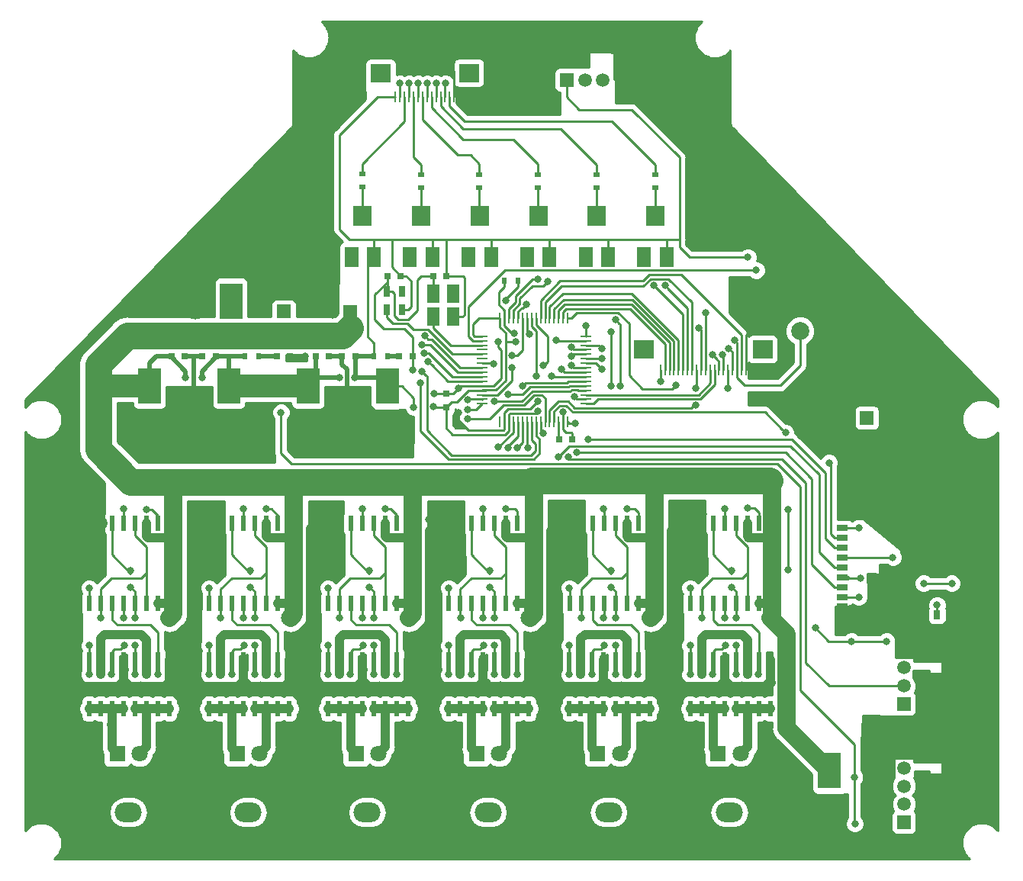
<source format=gbr>
G04 #@! TF.GenerationSoftware,KiCad,Pcbnew,(5.0.0)*
G04 #@! TF.CreationDate,2018-12-21T16:51:23+09:00*
G04 #@! TF.ProjectId,lancer_mainbord_v1,6C616E6365725F6D61696E626F72645F,rev?*
G04 #@! TF.SameCoordinates,Original*
G04 #@! TF.FileFunction,Copper,L1,Top,Signal*
G04 #@! TF.FilePolarity,Positive*
%FSLAX46Y46*%
G04 Gerber Fmt 4.6, Leading zero omitted, Abs format (unit mm)*
G04 Created by KiCad (PCBNEW (5.0.0)) date 12/21/18 16:51:23*
%MOMM*%
%LPD*%
G01*
G04 APERTURE LIST*
G04 #@! TA.AperFunction,SMDPad,CuDef*
%ADD10R,0.650000X1.300000*%
G04 #@! TD*
G04 #@! TA.AperFunction,ComponentPad*
%ADD11C,2.000000*%
G04 #@! TD*
G04 #@! TA.AperFunction,SMDPad,CuDef*
%ADD12R,0.230000X1.250000*%
G04 #@! TD*
G04 #@! TA.AperFunction,SMDPad,CuDef*
%ADD13R,2.200000X2.000000*%
G04 #@! TD*
G04 #@! TA.AperFunction,SMDPad,CuDef*
%ADD14R,1.800000X2.000000*%
G04 #@! TD*
G04 #@! TA.AperFunction,SMDPad,CuDef*
%ADD15R,1.200000X1.000000*%
G04 #@! TD*
G04 #@! TA.AperFunction,SMDPad,CuDef*
%ADD16R,1.200000X0.700000*%
G04 #@! TD*
G04 #@! TA.AperFunction,SMDPad,CuDef*
%ADD17R,0.800000X1.000000*%
G04 #@! TD*
G04 #@! TA.AperFunction,SMDPad,CuDef*
%ADD18R,2.800000X1.000000*%
G04 #@! TD*
G04 #@! TA.AperFunction,SMDPad,CuDef*
%ADD19R,1.900000X1.300000*%
G04 #@! TD*
G04 #@! TA.AperFunction,ComponentPad*
%ADD20R,1.500000X1.500000*%
G04 #@! TD*
G04 #@! TA.AperFunction,ComponentPad*
%ADD21C,1.500000*%
G04 #@! TD*
G04 #@! TA.AperFunction,SMDPad,CuDef*
%ADD22R,0.500000X1.800000*%
G04 #@! TD*
G04 #@! TA.AperFunction,SMDPad,CuDef*
%ADD23R,0.280000X1.200000*%
G04 #@! TD*
G04 #@! TA.AperFunction,SMDPad,CuDef*
%ADD24R,1.200000X0.280000*%
G04 #@! TD*
G04 #@! TA.AperFunction,ComponentPad*
%ADD25C,1.524000*%
G04 #@! TD*
G04 #@! TA.AperFunction,ComponentPad*
%ADD26R,1.524000X1.524000*%
G04 #@! TD*
G04 #@! TA.AperFunction,ComponentPad*
%ADD27R,2.500000X4.000000*%
G04 #@! TD*
G04 #@! TA.AperFunction,ComponentPad*
%ADD28O,2.500000X4.000000*%
G04 #@! TD*
G04 #@! TA.AperFunction,SMDPad,CuDef*
%ADD29R,0.800000X0.800000*%
G04 #@! TD*
G04 #@! TA.AperFunction,SMDPad,CuDef*
%ADD30R,0.800000X0.700000*%
G04 #@! TD*
G04 #@! TA.AperFunction,SMDPad,CuDef*
%ADD31R,0.700000X0.800000*%
G04 #@! TD*
G04 #@! TA.AperFunction,SMDPad,CuDef*
%ADD32R,0.500000X1.700000*%
G04 #@! TD*
G04 #@! TA.AperFunction,SMDPad,CuDef*
%ADD33R,0.500000X0.800000*%
G04 #@! TD*
G04 #@! TA.AperFunction,SMDPad,CuDef*
%ADD34R,0.800000X0.500000*%
G04 #@! TD*
G04 #@! TA.AperFunction,SMDPad,CuDef*
%ADD35R,1.500000X2.200000*%
G04 #@! TD*
G04 #@! TA.AperFunction,SMDPad,CuDef*
%ADD36R,2.000000X2.200000*%
G04 #@! TD*
G04 #@! TA.AperFunction,ComponentPad*
%ADD37O,3.000000X2.200000*%
G04 #@! TD*
G04 #@! TA.AperFunction,ComponentPad*
%ADD38R,1.800000X1.800000*%
G04 #@! TD*
G04 #@! TA.AperFunction,ComponentPad*
%ADD39C,1.800000*%
G04 #@! TD*
G04 #@! TA.AperFunction,SMDPad,CuDef*
%ADD40R,2.500000X4.000000*%
G04 #@! TD*
G04 #@! TA.AperFunction,SMDPad,CuDef*
%ADD41R,1.400000X2.000000*%
G04 #@! TD*
G04 #@! TA.AperFunction,ViaPad*
%ADD42C,1.800000*%
G04 #@! TD*
G04 #@! TA.AperFunction,ViaPad*
%ADD43C,0.800000*%
G04 #@! TD*
G04 #@! TA.AperFunction,Conductor*
%ADD44C,1.000000*%
G04 #@! TD*
G04 #@! TA.AperFunction,Conductor*
%ADD45C,0.500000*%
G04 #@! TD*
G04 #@! TA.AperFunction,Conductor*
%ADD46C,3.000000*%
G04 #@! TD*
G04 #@! TA.AperFunction,Conductor*
%ADD47C,0.250000*%
G04 #@! TD*
G04 #@! TA.AperFunction,Conductor*
%ADD48C,1.500000*%
G04 #@! TD*
G04 #@! TA.AperFunction,Conductor*
%ADD49C,2.500000*%
G04 #@! TD*
G04 #@! TA.AperFunction,Conductor*
%ADD50C,2.000000*%
G04 #@! TD*
G04 #@! TA.AperFunction,Conductor*
%ADD51C,0.254000*%
G04 #@! TD*
G04 APERTURE END LIST*
D10*
G04 #@! TO.P,Y1,1*
G04 #@! TO.N,Net-(Y1-Pad1)*
X144100000Y-77275000D03*
G04 #@! TO.P,Y1,2*
G04 #@! TO.N,GND*
X142450000Y-77275000D03*
G04 #@! TO.P,Y1,4*
G04 #@! TO.N,+3V3*
X144100000Y-79275000D03*
G04 #@! TO.P,Y1,3*
G04 #@! TO.N,OSC_IN*
X142450000Y-79275000D03*
G04 #@! TD*
D11*
G04 #@! TO.P,SW1,1*
G04 #@! TO.N,GND*
X193300000Y-81650000D03*
G04 #@! TO.P,SW1,2*
G04 #@! TO.N,NRST*
X188300000Y-81650000D03*
G04 #@! TD*
D12*
G04 #@! TO.P,P11,20*
G04 #@! TO.N,GND*
X182300000Y-86000000D03*
D13*
G04 #@! TO.P,P11,*
G04 #@! TO.N,*
X170950000Y-83700000D03*
X184150000Y-83700000D03*
D12*
G04 #@! TO.P,P11,14*
G04 #@! TO.N,RX*
X179300000Y-86000000D03*
G04 #@! TO.P,P11,13*
G04 #@! TO.N,DEBUG_LED1*
X178800000Y-86000000D03*
G04 #@! TO.P,P11,12*
G04 #@! TO.N,DEBUG_LED2*
X178300000Y-86000000D03*
G04 #@! TO.P,P11,11*
G04 #@! TO.N,TACT_SW1*
X177800000Y-86000000D03*
G04 #@! TO.P,P11,10*
G04 #@! TO.N,TACT_SW2*
X177300000Y-86000000D03*
G04 #@! TO.P,P11,9*
G04 #@! TO.N,TACT_SW3*
X176800000Y-86000000D03*
G04 #@! TO.P,P11,8*
G04 #@! TO.N,TACT_SW4*
X176300000Y-86000000D03*
G04 #@! TO.P,P11,7*
G04 #@! TO.N,SDA*
X175800000Y-86000000D03*
G04 #@! TO.P,P11,6*
G04 #@! TO.N,SCL*
X175300000Y-86000000D03*
G04 #@! TO.P,P11,5*
G04 #@! TO.N,R_SW8*
X174800000Y-86000000D03*
G04 #@! TO.P,P11,4*
G04 #@! TO.N,R_SW4*
X174300000Y-86000000D03*
G04 #@! TO.P,P11,3*
G04 #@! TO.N,R_SW2*
X173800000Y-86000000D03*
G04 #@! TO.P,P11,2*
G04 #@! TO.N,R_SW1*
X173300000Y-86000000D03*
G04 #@! TO.P,P11,1*
G04 #@! TO.N,+3V3*
X172800000Y-86000000D03*
G04 #@! TO.P,P11,15*
G04 #@! TO.N,TX*
X179800000Y-86000000D03*
G04 #@! TO.P,P11,16*
G04 #@! TO.N,TCK*
X180300000Y-86000000D03*
G04 #@! TO.P,P11,17*
G04 #@! TO.N,TMS*
X180800000Y-86000000D03*
G04 #@! TO.P,P11,18*
G04 #@! TO.N,NRST*
X181300000Y-86000000D03*
G04 #@! TO.P,P11,19*
G04 #@! TO.N,SWO*
X181800000Y-86000000D03*
G04 #@! TD*
G04 #@! TO.P,P10,14*
G04 #@! TO.N,GND*
X149900000Y-55700000D03*
G04 #@! TO.P,P10,13*
G04 #@! TO.N,Net-(P10-Pad13)*
X149400000Y-55700000D03*
G04 #@! TO.P,P10,12*
G04 #@! TO.N,ANALOG_SEN6*
X148900000Y-55700000D03*
G04 #@! TO.P,P10,11*
G04 #@! TO.N,Net-(P10-Pad11)*
X148400000Y-55700000D03*
G04 #@! TO.P,P10,10*
G04 #@! TO.N,ANALOG_SEN5*
X147900000Y-55700000D03*
G04 #@! TO.P,P10,9*
G04 #@! TO.N,Net-(P10-Pad9)*
X147400000Y-55700000D03*
G04 #@! TO.P,P10,8*
G04 #@! TO.N,ANALOG_SEN4*
X146900000Y-55700000D03*
G04 #@! TO.P,P10,7*
G04 #@! TO.N,Net-(P10-Pad7)*
X146400000Y-55700000D03*
G04 #@! TO.P,P10,6*
G04 #@! TO.N,ANALOG_SEN3*
X145900000Y-55700000D03*
G04 #@! TO.P,P10,5*
G04 #@! TO.N,Net-(P10-Pad5)*
X145400000Y-55700000D03*
G04 #@! TO.P,P10,4*
G04 #@! TO.N,ANALOG_SEN2*
X144900000Y-55700000D03*
G04 #@! TO.P,P10,3*
G04 #@! TO.N,Net-(P10-Pad3)*
X144400000Y-55700000D03*
G04 #@! TO.P,P10,2*
G04 #@! TO.N,ANALOG_SEN1*
X143900000Y-55700000D03*
D14*
G04 #@! TO.P,P10,*
G04 #@! TO.N,*
X141750000Y-53025000D03*
X151550000Y-53025000D03*
D12*
G04 #@! TO.P,P10,1*
G04 #@! TO.N,+3V3*
X143400000Y-55700000D03*
D13*
G04 #@! TO.P,P10,*
G04 #@! TO.N,*
X151550000Y-53025000D03*
X141750000Y-53025000D03*
G04 #@! TD*
D15*
G04 #@! TO.P,J1,14*
G04 #@! TO.N,GND*
X193000000Y-102000000D03*
D16*
G04 #@! TO.P,J1,8*
G04 #@! TO.N,Net-(J1-Pad8)*
X193000000Y-111250000D03*
G04 #@! TO.P,J1,2*
G04 #@! TO.N,CS*
X193000000Y-104650000D03*
G04 #@! TO.P,J1,3*
G04 #@! TO.N,MOSI*
X193000000Y-105750000D03*
G04 #@! TO.P,J1,4*
G04 #@! TO.N,+3V3*
X193000000Y-106850000D03*
G04 #@! TO.P,J1,5*
G04 #@! TO.N,SCK*
X193000000Y-107950000D03*
G04 #@! TO.P,J1,6*
G04 #@! TO.N,GND*
X193000000Y-109050000D03*
G04 #@! TO.P,J1,7*
G04 #@! TO.N,MISO*
X193000000Y-110150000D03*
G04 #@! TO.P,J1,1*
G04 #@! TO.N,Net-(J1-Pad1)*
X193000000Y-103550000D03*
G04 #@! TO.P,J1,9*
G04 #@! TO.N,GND*
X193000000Y-112200000D03*
D17*
G04 #@! TO.P,J1,10*
G04 #@! TO.N,CARD_DETECTION*
X203500000Y-113150000D03*
D15*
G04 #@! TO.P,J1,11*
G04 #@! TO.N,GND*
X197300000Y-113150000D03*
D18*
G04 #@! TO.P,J1,12*
X207650000Y-113150000D03*
D19*
G04 #@! TO.P,J1,13*
X208100000Y-99650000D03*
G04 #@! TD*
D20*
G04 #@! TO.P,J4,1*
G04 #@! TO.N,+3V3*
X199800000Y-123050000D03*
D21*
G04 #@! TO.P,J4,2*
G04 #@! TO.N,POTENTIOMETER2*
X199800000Y-121050000D03*
G04 #@! TO.P,J4,3*
G04 #@! TO.N,GND*
X199800000Y-119050000D03*
G04 #@! TD*
D22*
G04 #@! TO.P,IC5,10*
G04 #@! TO.N,Net-(D21-Pad2)*
X177380000Y-111920000D03*
G04 #@! TO.P,IC5,9*
G04 #@! TO.N,RB_PWM*
X176110000Y-111920000D03*
G04 #@! TO.P,IC5,7*
G04 #@! TO.N,GND*
X177380000Y-103000000D03*
G04 #@! TO.P,IC5,6*
G04 #@! TO.N,Net-(D22-Pad2)*
X178650000Y-103000000D03*
G04 #@! TO.P,IC5,16*
G04 #@! TO.N,+12V*
X185000000Y-111915000D03*
G04 #@! TO.P,IC5,15*
X183730000Y-111920000D03*
G04 #@! TO.P,IC5,14*
G04 #@! TO.N,Net-(D21-Pad2)*
X182460000Y-111920000D03*
G04 #@! TO.P,IC5,5*
G04 #@! TO.N,RB_PWM*
X179920000Y-103000000D03*
G04 #@! TO.P,IC5,1*
G04 #@! TO.N,+12V*
X185000000Y-103000000D03*
G04 #@! TO.P,IC5,2*
G04 #@! TO.N,DIR5*
X183730000Y-103000000D03*
G04 #@! TO.P,IC5,3*
G04 #@! TO.N,+12V*
X182460000Y-103000000D03*
G04 #@! TO.P,IC5,4*
G04 #@! TO.N,Net-(D21-Pad2)*
X181190000Y-103000000D03*
G04 #@! TO.P,IC5,8*
G04 #@! TO.N,GND*
X176110000Y-103000000D03*
G04 #@! TO.P,IC5,11*
G04 #@! TO.N,Net-(FET10-Pad2)*
X178650000Y-111920000D03*
G04 #@! TO.P,IC5,12*
G04 #@! TO.N,Net-(FET9-Pad2)*
X179920000Y-111920000D03*
G04 #@! TO.P,IC5,13*
G04 #@! TO.N,Net-(D22-Pad2)*
X181190000Y-111920000D03*
G04 #@! TD*
D23*
G04 #@! TO.P,CPU1,64*
G04 #@! TO.N,+3V3*
X155000000Y-80250000D03*
G04 #@! TO.P,CPU1,63*
G04 #@! TO.N,GND*
X155500000Y-80250000D03*
G04 #@! TO.P,CPU1,62*
G04 #@! TO.N,SDA*
X156000000Y-80250000D03*
G04 #@! TO.P,CPU1,61*
G04 #@! TO.N,SCL*
X156500000Y-80250000D03*
G04 #@! TO.P,CPU1,60*
G04 #@! TO.N,Net-(CPU1-Pad60)*
X157000000Y-80250000D03*
G04 #@! TO.P,CPU1,59*
G04 #@! TO.N,BZ*
X157500000Y-80250000D03*
G04 #@! TO.P,CPU1,58*
G04 #@! TO.N,CS*
X158000000Y-80250000D03*
G04 #@! TO.P,CPU1,57*
G04 #@! TO.N,LANCE_PWM*
X158500000Y-80250000D03*
G04 #@! TO.P,CPU1,56*
G04 #@! TO.N,S_PWM*
X159000000Y-80250000D03*
G04 #@! TO.P,CPU1,55*
G04 #@! TO.N,SWO*
X159500000Y-80250000D03*
G04 #@! TO.P,CPU1,54*
G04 #@! TO.N,TACT_SW4*
X160000000Y-80250000D03*
G04 #@! TO.P,CPU1,53*
G04 #@! TO.N,R_SW8*
X160500000Y-80250000D03*
G04 #@! TO.P,CPU1,52*
G04 #@! TO.N,R_SW4*
X161000000Y-80250000D03*
G04 #@! TO.P,CPU1,51*
G04 #@! TO.N,R_SW2*
X161500000Y-80250000D03*
G04 #@! TO.P,CPU1,50*
G04 #@! TO.N,R_SW1*
X162000000Y-80250000D03*
G04 #@! TO.P,CPU1,49*
G04 #@! TO.N,TCK*
X162500000Y-80250000D03*
D24*
G04 #@! TO.P,CPU1,48*
G04 #@! TO.N,+3V3*
X164500000Y-82250000D03*
G04 #@! TO.P,CPU1,47*
G04 #@! TO.N,GND*
X164500000Y-82750000D03*
G04 #@! TO.P,CPU1,46*
G04 #@! TO.N,TMS*
X164500000Y-83250000D03*
G04 #@! TO.P,CPU1,45*
G04 #@! TO.N,ENCORDER_B*
X164500000Y-83750000D03*
G04 #@! TO.P,CPU1,44*
G04 #@! TO.N,LB_PWM*
X164500000Y-84250000D03*
G04 #@! TO.P,CPU1,43*
G04 #@! TO.N,RX*
X164500000Y-84750000D03*
G04 #@! TO.P,CPU1,42*
G04 #@! TO.N,TX*
X164500000Y-85250000D03*
G04 #@! TO.P,CPU1,41*
G04 #@! TO.N,DIR6*
X164500000Y-85750000D03*
G04 #@! TO.P,CPU1,40*
G04 #@! TO.N,DIR5*
X164500000Y-86250000D03*
G04 #@! TO.P,CPU1,39*
G04 #@! TO.N,DIR4*
X164500000Y-86750000D03*
G04 #@! TO.P,CPU1,38*
G04 #@! TO.N,DIR3*
X164500000Y-87250000D03*
G04 #@! TO.P,CPU1,37*
G04 #@! TO.N,DIR2*
X164500000Y-87750000D03*
G04 #@! TO.P,CPU1,36*
G04 #@! TO.N,DIR1*
X164500000Y-88250000D03*
G04 #@! TO.P,CPU1,35*
G04 #@! TO.N,DEBUG_LED2*
X164500000Y-88750000D03*
G04 #@! TO.P,CPU1,34*
G04 #@! TO.N,RB_PWM*
X164500000Y-89250000D03*
G04 #@! TO.P,CPU1,33*
G04 #@! TO.N,DEBUG_LED1*
X164500000Y-89750000D03*
D23*
G04 #@! TO.P,CPU1,32*
G04 #@! TO.N,+3V3*
X162500000Y-91750000D03*
G04 #@! TO.P,CPU1,31*
G04 #@! TO.N,GND*
X162000000Y-91750000D03*
G04 #@! TO.P,CPU1,30*
G04 #@! TO.N,Net-(C27-Pad1)*
X161500000Y-91750000D03*
G04 #@! TO.P,CPU1,29*
G04 #@! TO.N,ENCORDER_A*
X161000000Y-91750000D03*
G04 #@! TO.P,CPU1,28*
G04 #@! TO.N,TACT_SW3*
X160500000Y-91750000D03*
G04 #@! TO.P,CPU1,27*
G04 #@! TO.N,LF_PWM*
X160000000Y-91750000D03*
G04 #@! TO.P,CPU1,26*
G04 #@! TO.N,RF_PWM*
X159500000Y-91750000D03*
G04 #@! TO.P,CPU1,25*
G04 #@! TO.N,ANALOG_SEN6*
X159000000Y-91750000D03*
G04 #@! TO.P,CPU1,24*
G04 #@! TO.N,ANALOG_SEN5*
X158500000Y-91750000D03*
G04 #@! TO.P,CPU1,23*
G04 #@! TO.N,MOSI*
X158000000Y-91750000D03*
G04 #@! TO.P,CPU1,22*
G04 #@! TO.N,MISO*
X157500000Y-91750000D03*
G04 #@! TO.P,CPU1,21*
G04 #@! TO.N,SCK*
X157000000Y-91750000D03*
G04 #@! TO.P,CPU1,20*
G04 #@! TO.N,POTENTIOMETER2*
X156500000Y-91750000D03*
G04 #@! TO.P,CPU1,19*
G04 #@! TO.N,+3V3*
X156000000Y-91750000D03*
G04 #@! TO.P,CPU1,18*
G04 #@! TO.N,GND*
X155500000Y-91750000D03*
G04 #@! TO.P,CPU1,17*
G04 #@! TO.N,Net-(CPU1-Pad17)*
X155000000Y-91750000D03*
D24*
G04 #@! TO.P,CPU1,16*
G04 #@! TO.N,TACT_SW1*
X153000000Y-89750000D03*
G04 #@! TO.P,CPU1,15*
G04 #@! TO.N,POTENTIOMETER1*
X153000000Y-89250000D03*
G04 #@! TO.P,CPU1,14*
G04 #@! TO.N,TACT_SW2*
X153000000Y-88750000D03*
G04 #@! TO.P,CPU1,13*
G04 #@! TO.N,+3V3*
X153000000Y-88250000D03*
G04 #@! TO.P,CPU1,12*
G04 #@! TO.N,GND*
X153000000Y-87750000D03*
G04 #@! TO.P,CPU1,11*
G04 #@! TO.N,ANALOG_SEN4*
X153000000Y-87250000D03*
G04 #@! TO.P,CPU1,10*
G04 #@! TO.N,ANALOG_SEN3*
X153000000Y-86750000D03*
G04 #@! TO.P,CPU1,9*
G04 #@! TO.N,ANALOG_SEN2*
X153000000Y-86250000D03*
G04 #@! TO.P,CPU1,8*
G04 #@! TO.N,ANALOG_SEN1*
X153000000Y-85750000D03*
G04 #@! TO.P,CPU1,7*
G04 #@! TO.N,NRST*
X153000000Y-85250000D03*
G04 #@! TO.P,CPU1,6*
G04 #@! TO.N,Net-(CPU1-Pad6)*
X153000000Y-84750000D03*
G04 #@! TO.P,CPU1,5*
G04 #@! TO.N,OSC_IN*
X153000000Y-84250000D03*
G04 #@! TO.P,CPU1,4*
G04 #@! TO.N,Net-(CPU1-Pad4)*
X153000000Y-83750000D03*
G04 #@! TO.P,CPU1,3*
G04 #@! TO.N,RTC_IN*
X153000000Y-83250000D03*
G04 #@! TO.P,CPU1,2*
G04 #@! TO.N,CARD_DETECTION*
X153000000Y-82750000D03*
G04 #@! TO.P,CPU1,1*
G04 #@! TO.N,+3V3*
X153000000Y-82250000D03*
G04 #@! TD*
D20*
G04 #@! TO.P,P3,1*
G04 #@! TO.N,+12V*
X138400000Y-79550000D03*
D21*
G04 #@! TO.P,P3,2*
G04 #@! TO.N,GND*
X136400000Y-79550000D03*
G04 #@! TD*
D25*
G04 #@! TO.P,P2,2*
G04 #@! TO.N,GND*
X129000000Y-79500000D03*
D26*
G04 #@! TO.P,P2,1*
G04 #@! TO.N,Net-(P2-Pad1)*
X131000000Y-79500000D03*
G04 #@! TD*
D27*
G04 #@! TO.P,P1,1*
G04 #@! TO.N,Net-(P1-Pad1)*
X125150000Y-78350000D03*
D28*
G04 #@! TO.P,P1,2*
G04 #@! TO.N,GND*
X121150000Y-78350000D03*
G04 #@! TD*
D29*
G04 #@! TO.P,LED1,2*
G04 #@! TO.N,Net-(LED1-Pad2)*
X130200000Y-84500000D03*
G04 #@! TO.P,LED1,1*
G04 #@! TO.N,GND*
X131700000Y-84500000D03*
G04 #@! TD*
G04 #@! TO.P,LED2,2*
G04 #@! TO.N,Net-(LED2-Pad2)*
X143800000Y-84500000D03*
G04 #@! TO.P,LED2,1*
G04 #@! TO.N,GND*
X145300000Y-84500000D03*
G04 #@! TD*
D30*
G04 #@! TO.P,C17,1*
G04 #@! TO.N,GND*
X149000000Y-88625000D03*
G04 #@! TO.P,C17,2*
G04 #@! TO.N,+3V3*
X149000000Y-90125000D03*
G04 #@! TD*
D25*
G04 #@! TO.P,BZ1,2*
G04 #@! TO.N,GND*
X200700000Y-91300000D03*
D26*
G04 #@! TO.P,BZ1,1*
G04 #@! TO.N,Net-(BZ1-Pad1)*
X195700000Y-91300000D03*
G04 #@! TD*
D31*
G04 #@! TO.P,C2,1*
G04 #@! TO.N,+12V*
X118525000Y-84500000D03*
G04 #@! TO.P,C2,2*
G04 #@! TO.N,GND*
X120025000Y-84500000D03*
G04 #@! TD*
G04 #@! TO.P,C3,1*
G04 #@! TO.N,+5V*
X123475000Y-84500000D03*
G04 #@! TO.P,C3,2*
G04 #@! TO.N,GND*
X121975000Y-84500000D03*
G04 #@! TD*
G04 #@! TO.P,C6,1*
G04 #@! TO.N,+5V*
X134525000Y-84500000D03*
G04 #@! TO.P,C6,2*
G04 #@! TO.N,GND*
X136025000Y-84500000D03*
G04 #@! TD*
G04 #@! TO.P,C7,1*
G04 #@! TO.N,+3V3*
X138975000Y-84500000D03*
G04 #@! TO.P,C7,2*
G04 #@! TO.N,GND*
X137475000Y-84500000D03*
G04 #@! TD*
D32*
G04 #@! TO.P,FET1,7*
G04 #@! TO.N,Net-(D13-Pad1)*
X111930000Y-123600000D03*
G04 #@! TO.P,FET1,5*
X109390000Y-123600000D03*
G04 #@! TO.P,FET1,6*
X110660000Y-123600000D03*
G04 #@! TO.P,FET1,8*
X113200000Y-123600000D03*
G04 #@! TO.P,FET1,4*
G04 #@! TO.N,Net-(D4-Pad1)*
X109390000Y-118200000D03*
G04 #@! TO.P,FET1,3*
G04 #@! TO.N,+12V*
X110660000Y-118200000D03*
G04 #@! TO.P,FET1,2*
G04 #@! TO.N,Net-(FET1-Pad2)*
X111930000Y-118200000D03*
G04 #@! TO.P,FET1,1*
G04 #@! TO.N,GND*
X113200000Y-118200000D03*
G04 #@! TD*
G04 #@! TO.P,FET2,7*
G04 #@! TO.N,Net-(D10-Pad1)*
X117030000Y-123600000D03*
G04 #@! TO.P,FET2,5*
X114490000Y-123600000D03*
G04 #@! TO.P,FET2,6*
X115760000Y-123600000D03*
G04 #@! TO.P,FET2,8*
X118300000Y-123600000D03*
G04 #@! TO.P,FET2,4*
G04 #@! TO.N,Net-(D5-Pad1)*
X114490000Y-118200000D03*
G04 #@! TO.P,FET2,3*
G04 #@! TO.N,+12V*
X115760000Y-118200000D03*
G04 #@! TO.P,FET2,2*
G04 #@! TO.N,Net-(FET2-Pad2)*
X117030000Y-118200000D03*
G04 #@! TO.P,FET2,1*
G04 #@! TO.N,GND*
X118300000Y-118200000D03*
G04 #@! TD*
G04 #@! TO.P,FET3,7*
G04 #@! TO.N,Net-(D14-Pad1)*
X125230000Y-123600000D03*
G04 #@! TO.P,FET3,5*
X122690000Y-123600000D03*
G04 #@! TO.P,FET3,6*
X123960000Y-123600000D03*
G04 #@! TO.P,FET3,8*
X126500000Y-123600000D03*
G04 #@! TO.P,FET3,4*
G04 #@! TO.N,Net-(D6-Pad1)*
X122690000Y-118200000D03*
G04 #@! TO.P,FET3,3*
G04 #@! TO.N,+12V*
X123960000Y-118200000D03*
G04 #@! TO.P,FET3,2*
G04 #@! TO.N,Net-(FET3-Pad2)*
X125230000Y-118200000D03*
G04 #@! TO.P,FET3,1*
G04 #@! TO.N,GND*
X126500000Y-118200000D03*
G04 #@! TD*
G04 #@! TO.P,FET4,7*
G04 #@! TO.N,Net-(D11-Pad1)*
X130330000Y-123600000D03*
G04 #@! TO.P,FET4,5*
X127790000Y-123600000D03*
G04 #@! TO.P,FET4,6*
X129060000Y-123600000D03*
G04 #@! TO.P,FET4,8*
X131600000Y-123600000D03*
G04 #@! TO.P,FET4,4*
G04 #@! TO.N,Net-(D7-Pad1)*
X127790000Y-118200000D03*
G04 #@! TO.P,FET4,3*
G04 #@! TO.N,+12V*
X129060000Y-118200000D03*
G04 #@! TO.P,FET4,2*
G04 #@! TO.N,Net-(FET4-Pad2)*
X130330000Y-118200000D03*
G04 #@! TO.P,FET4,1*
G04 #@! TO.N,GND*
X131600000Y-118200000D03*
G04 #@! TD*
G04 #@! TO.P,FET5,7*
G04 #@! TO.N,Net-(D15-Pad1)*
X138430000Y-123600000D03*
G04 #@! TO.P,FET5,5*
X135890000Y-123600000D03*
G04 #@! TO.P,FET5,6*
X137160000Y-123600000D03*
G04 #@! TO.P,FET5,8*
X139700000Y-123600000D03*
G04 #@! TO.P,FET5,4*
G04 #@! TO.N,Net-(D8-Pad1)*
X135890000Y-118200000D03*
G04 #@! TO.P,FET5,3*
G04 #@! TO.N,+12V*
X137160000Y-118200000D03*
G04 #@! TO.P,FET5,2*
G04 #@! TO.N,Net-(FET5-Pad2)*
X138430000Y-118200000D03*
G04 #@! TO.P,FET5,1*
G04 #@! TO.N,GND*
X139700000Y-118200000D03*
G04 #@! TD*
G04 #@! TO.P,FET6,7*
G04 #@! TO.N,Net-(D12-Pad1)*
X143530000Y-123600000D03*
G04 #@! TO.P,FET6,5*
X140990000Y-123600000D03*
G04 #@! TO.P,FET6,6*
X142260000Y-123600000D03*
G04 #@! TO.P,FET6,8*
X144800000Y-123600000D03*
G04 #@! TO.P,FET6,4*
G04 #@! TO.N,Net-(D9-Pad1)*
X140990000Y-118200000D03*
G04 #@! TO.P,FET6,3*
G04 #@! TO.N,+12V*
X142260000Y-118200000D03*
G04 #@! TO.P,FET6,2*
G04 #@! TO.N,Net-(FET6-Pad2)*
X143530000Y-118200000D03*
G04 #@! TO.P,FET6,1*
G04 #@! TO.N,GND*
X144800000Y-118200000D03*
G04 #@! TD*
G04 #@! TO.P,FET7,7*
G04 #@! TO.N,Net-(D28-Pad1)*
X165230000Y-123600000D03*
G04 #@! TO.P,FET7,5*
X162690000Y-123600000D03*
G04 #@! TO.P,FET7,6*
X163960000Y-123600000D03*
G04 #@! TO.P,FET7,8*
X166500000Y-123600000D03*
G04 #@! TO.P,FET7,4*
G04 #@! TO.N,Net-(D19-Pad1)*
X162690000Y-118200000D03*
G04 #@! TO.P,FET7,3*
G04 #@! TO.N,+12V*
X163960000Y-118200000D03*
G04 #@! TO.P,FET7,2*
G04 #@! TO.N,Net-(FET7-Pad2)*
X165230000Y-118200000D03*
G04 #@! TO.P,FET7,1*
G04 #@! TO.N,GND*
X166500000Y-118200000D03*
G04 #@! TD*
G04 #@! TO.P,FET8,7*
G04 #@! TO.N,Net-(D25-Pad1)*
X170330000Y-123600000D03*
G04 #@! TO.P,FET8,5*
X167790000Y-123600000D03*
G04 #@! TO.P,FET8,6*
X169060000Y-123600000D03*
G04 #@! TO.P,FET8,8*
X171600000Y-123600000D03*
G04 #@! TO.P,FET8,4*
G04 #@! TO.N,Net-(D20-Pad1)*
X167790000Y-118200000D03*
G04 #@! TO.P,FET8,3*
G04 #@! TO.N,+12V*
X169060000Y-118200000D03*
G04 #@! TO.P,FET8,2*
G04 #@! TO.N,Net-(FET8-Pad2)*
X170330000Y-118200000D03*
G04 #@! TO.P,FET8,1*
G04 #@! TO.N,GND*
X171600000Y-118200000D03*
G04 #@! TD*
G04 #@! TO.P,FET9,7*
G04 #@! TO.N,Net-(D29-Pad1)*
X178630000Y-123600000D03*
G04 #@! TO.P,FET9,5*
X176090000Y-123600000D03*
G04 #@! TO.P,FET9,6*
X177360000Y-123600000D03*
G04 #@! TO.P,FET9,8*
X179900000Y-123600000D03*
G04 #@! TO.P,FET9,4*
G04 #@! TO.N,Net-(D21-Pad1)*
X176090000Y-118200000D03*
G04 #@! TO.P,FET9,3*
G04 #@! TO.N,+12V*
X177360000Y-118200000D03*
G04 #@! TO.P,FET9,2*
G04 #@! TO.N,Net-(FET9-Pad2)*
X178630000Y-118200000D03*
G04 #@! TO.P,FET9,1*
G04 #@! TO.N,GND*
X179900000Y-118200000D03*
G04 #@! TD*
G04 #@! TO.P,FET10,7*
G04 #@! TO.N,Net-(D26-Pad1)*
X183730000Y-123600000D03*
G04 #@! TO.P,FET10,5*
X181190000Y-123600000D03*
G04 #@! TO.P,FET10,6*
X182460000Y-123600000D03*
G04 #@! TO.P,FET10,8*
X185000000Y-123600000D03*
G04 #@! TO.P,FET10,4*
G04 #@! TO.N,Net-(D22-Pad1)*
X181190000Y-118200000D03*
G04 #@! TO.P,FET10,3*
G04 #@! TO.N,+12V*
X182460000Y-118200000D03*
G04 #@! TO.P,FET10,2*
G04 #@! TO.N,Net-(FET10-Pad2)*
X183730000Y-118200000D03*
G04 #@! TO.P,FET10,1*
G04 #@! TO.N,GND*
X185000000Y-118200000D03*
G04 #@! TD*
G04 #@! TO.P,FET11,7*
G04 #@! TO.N,Net-(D30-Pad1)*
X151830000Y-123600000D03*
G04 #@! TO.P,FET11,5*
X149290000Y-123600000D03*
G04 #@! TO.P,FET11,6*
X150560000Y-123600000D03*
G04 #@! TO.P,FET11,8*
X153100000Y-123600000D03*
G04 #@! TO.P,FET11,4*
G04 #@! TO.N,Net-(D23-Pad1)*
X149290000Y-118200000D03*
G04 #@! TO.P,FET11,3*
G04 #@! TO.N,+12V*
X150560000Y-118200000D03*
G04 #@! TO.P,FET11,2*
G04 #@! TO.N,Net-(FET11-Pad2)*
X151830000Y-118200000D03*
G04 #@! TO.P,FET11,1*
G04 #@! TO.N,GND*
X153100000Y-118200000D03*
G04 #@! TD*
G04 #@! TO.P,FET12,7*
G04 #@! TO.N,Net-(D27-Pad1)*
X156930000Y-123600000D03*
G04 #@! TO.P,FET12,5*
X154390000Y-123600000D03*
G04 #@! TO.P,FET12,6*
X155660000Y-123600000D03*
G04 #@! TO.P,FET12,8*
X158200000Y-123600000D03*
G04 #@! TO.P,FET12,4*
G04 #@! TO.N,Net-(D24-Pad1)*
X154390000Y-118200000D03*
G04 #@! TO.P,FET12,3*
G04 #@! TO.N,+12V*
X155660000Y-118200000D03*
G04 #@! TO.P,FET12,2*
G04 #@! TO.N,Net-(FET12-Pad2)*
X156930000Y-118200000D03*
G04 #@! TO.P,FET12,1*
G04 #@! TO.N,GND*
X158200000Y-118200000D03*
G04 #@! TD*
D22*
G04 #@! TO.P,IC1,10*
G04 #@! TO.N,Net-(D4-Pad2)*
X110680000Y-111920000D03*
G04 #@! TO.P,IC1,9*
G04 #@! TO.N,LF_PWM*
X109410000Y-111920000D03*
G04 #@! TO.P,IC1,7*
G04 #@! TO.N,GND*
X110680000Y-103000000D03*
G04 #@! TO.P,IC1,6*
G04 #@! TO.N,Net-(D5-Pad2)*
X111950000Y-103000000D03*
G04 #@! TO.P,IC1,16*
G04 #@! TO.N,+12V*
X118300000Y-111915000D03*
G04 #@! TO.P,IC1,15*
X117030000Y-111920000D03*
G04 #@! TO.P,IC1,14*
G04 #@! TO.N,Net-(D4-Pad2)*
X115760000Y-111920000D03*
G04 #@! TO.P,IC1,5*
G04 #@! TO.N,LF_PWM*
X113220000Y-103000000D03*
G04 #@! TO.P,IC1,1*
G04 #@! TO.N,+12V*
X118300000Y-103000000D03*
G04 #@! TO.P,IC1,2*
G04 #@! TO.N,DIR1*
X117030000Y-103000000D03*
G04 #@! TO.P,IC1,3*
G04 #@! TO.N,+12V*
X115760000Y-103000000D03*
G04 #@! TO.P,IC1,4*
G04 #@! TO.N,Net-(D4-Pad2)*
X114490000Y-103000000D03*
G04 #@! TO.P,IC1,8*
G04 #@! TO.N,GND*
X109410000Y-103000000D03*
G04 #@! TO.P,IC1,11*
G04 #@! TO.N,Net-(FET2-Pad2)*
X111950000Y-111920000D03*
G04 #@! TO.P,IC1,12*
G04 #@! TO.N,Net-(FET1-Pad2)*
X113220000Y-111920000D03*
G04 #@! TO.P,IC1,13*
G04 #@! TO.N,Net-(D5-Pad2)*
X114490000Y-111920000D03*
G04 #@! TD*
G04 #@! TO.P,IC2,10*
G04 #@! TO.N,Net-(D6-Pad2)*
X123980000Y-111920000D03*
G04 #@! TO.P,IC2,9*
G04 #@! TO.N,LB_PWM*
X122710000Y-111920000D03*
G04 #@! TO.P,IC2,7*
G04 #@! TO.N,GND*
X123980000Y-103000000D03*
G04 #@! TO.P,IC2,6*
G04 #@! TO.N,Net-(D7-Pad2)*
X125250000Y-103000000D03*
G04 #@! TO.P,IC2,16*
G04 #@! TO.N,+12V*
X131600000Y-111915000D03*
G04 #@! TO.P,IC2,15*
X130330000Y-111920000D03*
G04 #@! TO.P,IC2,14*
G04 #@! TO.N,Net-(D6-Pad2)*
X129060000Y-111920000D03*
G04 #@! TO.P,IC2,5*
G04 #@! TO.N,LB_PWM*
X126520000Y-103000000D03*
G04 #@! TO.P,IC2,1*
G04 #@! TO.N,+12V*
X131600000Y-103000000D03*
G04 #@! TO.P,IC2,2*
G04 #@! TO.N,DIR2*
X130330000Y-103000000D03*
G04 #@! TO.P,IC2,3*
G04 #@! TO.N,+12V*
X129060000Y-103000000D03*
G04 #@! TO.P,IC2,4*
G04 #@! TO.N,Net-(D6-Pad2)*
X127790000Y-103000000D03*
G04 #@! TO.P,IC2,8*
G04 #@! TO.N,GND*
X122710000Y-103000000D03*
G04 #@! TO.P,IC2,11*
G04 #@! TO.N,Net-(FET4-Pad2)*
X125250000Y-111920000D03*
G04 #@! TO.P,IC2,12*
G04 #@! TO.N,Net-(FET3-Pad2)*
X126520000Y-111920000D03*
G04 #@! TO.P,IC2,13*
G04 #@! TO.N,Net-(D7-Pad2)*
X127790000Y-111920000D03*
G04 #@! TD*
G04 #@! TO.P,IC3,10*
G04 #@! TO.N,Net-(D8-Pad2)*
X137170000Y-111900000D03*
G04 #@! TO.P,IC3,9*
G04 #@! TO.N,S_PWM*
X135900000Y-111900000D03*
G04 #@! TO.P,IC3,7*
G04 #@! TO.N,GND*
X137170000Y-102980000D03*
G04 #@! TO.P,IC3,6*
G04 #@! TO.N,Net-(D9-Pad2)*
X138440000Y-102980000D03*
G04 #@! TO.P,IC3,16*
G04 #@! TO.N,+12V*
X144790000Y-111895000D03*
G04 #@! TO.P,IC3,15*
X143520000Y-111900000D03*
G04 #@! TO.P,IC3,14*
G04 #@! TO.N,Net-(D8-Pad2)*
X142250000Y-111900000D03*
G04 #@! TO.P,IC3,5*
G04 #@! TO.N,S_PWM*
X139710000Y-102980000D03*
G04 #@! TO.P,IC3,1*
G04 #@! TO.N,+12V*
X144790000Y-102980000D03*
G04 #@! TO.P,IC3,2*
G04 #@! TO.N,DIR3*
X143520000Y-102980000D03*
G04 #@! TO.P,IC3,3*
G04 #@! TO.N,+12V*
X142250000Y-102980000D03*
G04 #@! TO.P,IC3,4*
G04 #@! TO.N,Net-(D8-Pad2)*
X140980000Y-102980000D03*
G04 #@! TO.P,IC3,8*
G04 #@! TO.N,GND*
X135900000Y-102980000D03*
G04 #@! TO.P,IC3,11*
G04 #@! TO.N,Net-(FET6-Pad2)*
X138440000Y-111900000D03*
G04 #@! TO.P,IC3,12*
G04 #@! TO.N,Net-(FET5-Pad2)*
X139710000Y-111900000D03*
G04 #@! TO.P,IC3,13*
G04 #@! TO.N,Net-(D9-Pad2)*
X140980000Y-111900000D03*
G04 #@! TD*
G04 #@! TO.P,IC4,10*
G04 #@! TO.N,Net-(D19-Pad2)*
X163980000Y-111920000D03*
G04 #@! TO.P,IC4,9*
G04 #@! TO.N,RF_PWM*
X162710000Y-111920000D03*
G04 #@! TO.P,IC4,7*
G04 #@! TO.N,GND*
X163980000Y-103000000D03*
G04 #@! TO.P,IC4,6*
G04 #@! TO.N,Net-(D20-Pad2)*
X165250000Y-103000000D03*
G04 #@! TO.P,IC4,16*
G04 #@! TO.N,+12V*
X171600000Y-111915000D03*
G04 #@! TO.P,IC4,15*
X170330000Y-111920000D03*
G04 #@! TO.P,IC4,14*
G04 #@! TO.N,Net-(D19-Pad2)*
X169060000Y-111920000D03*
G04 #@! TO.P,IC4,5*
G04 #@! TO.N,RF_PWM*
X166520000Y-103000000D03*
G04 #@! TO.P,IC4,1*
G04 #@! TO.N,+12V*
X171600000Y-103000000D03*
G04 #@! TO.P,IC4,2*
G04 #@! TO.N,DIR4*
X170330000Y-103000000D03*
G04 #@! TO.P,IC4,3*
G04 #@! TO.N,+12V*
X169060000Y-103000000D03*
G04 #@! TO.P,IC4,4*
G04 #@! TO.N,Net-(D19-Pad2)*
X167790000Y-103000000D03*
G04 #@! TO.P,IC4,8*
G04 #@! TO.N,GND*
X162710000Y-103000000D03*
G04 #@! TO.P,IC4,11*
G04 #@! TO.N,Net-(FET8-Pad2)*
X165250000Y-111920000D03*
G04 #@! TO.P,IC4,12*
G04 #@! TO.N,Net-(FET7-Pad2)*
X166520000Y-111920000D03*
G04 #@! TO.P,IC4,13*
G04 #@! TO.N,Net-(D20-Pad2)*
X167790000Y-111920000D03*
G04 #@! TD*
G04 #@! TO.P,IC6,10*
G04 #@! TO.N,Net-(D23-Pad2)*
X150580000Y-111920000D03*
G04 #@! TO.P,IC6,9*
G04 #@! TO.N,LANCE_PWM*
X149310000Y-111920000D03*
G04 #@! TO.P,IC6,7*
G04 #@! TO.N,GND*
X150580000Y-103000000D03*
G04 #@! TO.P,IC6,6*
G04 #@! TO.N,Net-(D24-Pad2)*
X151850000Y-103000000D03*
G04 #@! TO.P,IC6,16*
G04 #@! TO.N,+12V*
X158200000Y-111915000D03*
G04 #@! TO.P,IC6,15*
X156930000Y-111920000D03*
G04 #@! TO.P,IC6,14*
G04 #@! TO.N,Net-(D23-Pad2)*
X155660000Y-111920000D03*
G04 #@! TO.P,IC6,5*
G04 #@! TO.N,LANCE_PWM*
X153120000Y-103000000D03*
G04 #@! TO.P,IC6,1*
G04 #@! TO.N,+12V*
X158200000Y-103000000D03*
G04 #@! TO.P,IC6,2*
G04 #@! TO.N,DIR6*
X156930000Y-103000000D03*
G04 #@! TO.P,IC6,3*
G04 #@! TO.N,+12V*
X155660000Y-103000000D03*
G04 #@! TO.P,IC6,4*
G04 #@! TO.N,Net-(D23-Pad2)*
X154390000Y-103000000D03*
G04 #@! TO.P,IC6,8*
G04 #@! TO.N,GND*
X149310000Y-103000000D03*
G04 #@! TO.P,IC6,11*
G04 #@! TO.N,Net-(FET12-Pad2)*
X151850000Y-111920000D03*
G04 #@! TO.P,IC6,12*
G04 #@! TO.N,Net-(FET11-Pad2)*
X153120000Y-111920000D03*
G04 #@! TO.P,IC6,13*
G04 #@! TO.N,Net-(D24-Pad2)*
X154390000Y-111920000D03*
G04 #@! TD*
D33*
G04 #@! TO.P,R1,2*
G04 #@! TO.N,Net-(LED1-Pad2)*
X128200000Y-84500000D03*
G04 #@! TO.P,R1,1*
G04 #@! TO.N,+5V*
X126700000Y-84500000D03*
G04 #@! TD*
G04 #@! TO.P,R2,2*
G04 #@! TO.N,Net-(LED2-Pad2)*
X142500000Y-84500000D03*
G04 #@! TO.P,R2,1*
G04 #@! TO.N,+3V3*
X141000000Y-84500000D03*
G04 #@! TD*
D34*
G04 #@! TO.P,R54,2*
G04 #@! TO.N,Net-(R54-Pad2)*
X139700000Y-65700000D03*
G04 #@! TO.P,R54,1*
G04 #@! TO.N,Net-(P10-Pad3)*
X139700000Y-64200000D03*
G04 #@! TD*
G04 #@! TO.P,R55,2*
G04 #@! TO.N,Net-(R55-Pad2)*
X146200000Y-65800000D03*
G04 #@! TO.P,R55,1*
G04 #@! TO.N,Net-(P10-Pad5)*
X146200000Y-64300000D03*
G04 #@! TD*
G04 #@! TO.P,R56,2*
G04 #@! TO.N,Net-(R56-Pad2)*
X152700000Y-65800000D03*
G04 #@! TO.P,R56,1*
G04 #@! TO.N,Net-(P10-Pad7)*
X152700000Y-64300000D03*
G04 #@! TD*
G04 #@! TO.P,R57,2*
G04 #@! TO.N,Net-(R57-Pad2)*
X159200000Y-65800000D03*
G04 #@! TO.P,R57,1*
G04 #@! TO.N,Net-(P10-Pad9)*
X159200000Y-64300000D03*
G04 #@! TD*
G04 #@! TO.P,R58,2*
G04 #@! TO.N,Net-(R58-Pad2)*
X165700000Y-65800000D03*
G04 #@! TO.P,R58,1*
G04 #@! TO.N,Net-(P10-Pad11)*
X165700000Y-64300000D03*
G04 #@! TD*
G04 #@! TO.P,R59,2*
G04 #@! TO.N,Net-(R59-Pad2)*
X172200000Y-65800000D03*
G04 #@! TO.P,R59,1*
G04 #@! TO.N,Net-(P10-Pad13)*
X172200000Y-64300000D03*
G04 #@! TD*
D35*
G04 #@! TO.P,RV1,3*
G04 #@! TO.N,Net-(RV1-Pad3)*
X138500000Y-73500000D03*
G04 #@! TO.P,RV1,1*
G04 #@! TO.N,+3V3*
X141000000Y-73500000D03*
D36*
G04 #@! TO.P,RV1,2*
G04 #@! TO.N,Net-(R54-Pad2)*
X139750000Y-68900000D03*
G04 #@! TD*
D35*
G04 #@! TO.P,RV2,3*
G04 #@! TO.N,Net-(RV2-Pad3)*
X145000000Y-73500000D03*
G04 #@! TO.P,RV2,1*
G04 #@! TO.N,+3V3*
X147500000Y-73500000D03*
D36*
G04 #@! TO.P,RV2,2*
G04 #@! TO.N,Net-(R55-Pad2)*
X146250000Y-68900000D03*
G04 #@! TD*
D35*
G04 #@! TO.P,RV3,3*
G04 #@! TO.N,Net-(RV3-Pad3)*
X151500000Y-73500000D03*
G04 #@! TO.P,RV3,1*
G04 #@! TO.N,+3V3*
X154000000Y-73500000D03*
D36*
G04 #@! TO.P,RV3,2*
G04 #@! TO.N,Net-(R56-Pad2)*
X152750000Y-68900000D03*
G04 #@! TD*
D35*
G04 #@! TO.P,RV4,3*
G04 #@! TO.N,Net-(RV4-Pad3)*
X158000000Y-73500000D03*
G04 #@! TO.P,RV4,1*
G04 #@! TO.N,+3V3*
X160500000Y-73500000D03*
D36*
G04 #@! TO.P,RV4,2*
G04 #@! TO.N,Net-(R57-Pad2)*
X159250000Y-68900000D03*
G04 #@! TD*
D35*
G04 #@! TO.P,RV5,3*
G04 #@! TO.N,Net-(RV5-Pad3)*
X164500000Y-73500000D03*
G04 #@! TO.P,RV5,1*
G04 #@! TO.N,+3V3*
X167000000Y-73500000D03*
D36*
G04 #@! TO.P,RV5,2*
G04 #@! TO.N,Net-(R58-Pad2)*
X165750000Y-68900000D03*
G04 #@! TD*
D35*
G04 #@! TO.P,RV6,3*
G04 #@! TO.N,Net-(RV6-Pad3)*
X171000000Y-73500000D03*
G04 #@! TO.P,RV6,1*
G04 #@! TO.N,+3V3*
X173500000Y-73500000D03*
D36*
G04 #@! TO.P,RV6,2*
G04 #@! TO.N,Net-(R59-Pad2)*
X172250000Y-68900000D03*
G04 #@! TD*
D37*
G04 #@! TO.P,P4,*
G04 #@! TO.N,*
X113750000Y-135100000D03*
D38*
G04 #@! TO.P,P4,1*
G04 #@! TO.N,Net-(D13-Pad1)*
X112500000Y-128600000D03*
D39*
G04 #@! TO.P,P4,2*
G04 #@! TO.N,Net-(D10-Pad1)*
X115000000Y-128600000D03*
G04 #@! TD*
D37*
G04 #@! TO.P,P5,*
G04 #@! TO.N,*
X127050000Y-135100000D03*
D38*
G04 #@! TO.P,P5,1*
G04 #@! TO.N,Net-(D14-Pad1)*
X125800000Y-128600000D03*
D39*
G04 #@! TO.P,P5,2*
G04 #@! TO.N,Net-(D11-Pad1)*
X128300000Y-128600000D03*
G04 #@! TD*
D37*
G04 #@! TO.P,P6,*
G04 #@! TO.N,*
X140250000Y-135100000D03*
D38*
G04 #@! TO.P,P6,1*
G04 #@! TO.N,Net-(D15-Pad1)*
X139000000Y-128600000D03*
D39*
G04 #@! TO.P,P6,2*
G04 #@! TO.N,Net-(D12-Pad1)*
X141500000Y-128600000D03*
G04 #@! TD*
D37*
G04 #@! TO.P,P7,*
G04 #@! TO.N,*
X167050000Y-135100000D03*
D38*
G04 #@! TO.P,P7,1*
G04 #@! TO.N,Net-(D28-Pad1)*
X165800000Y-128600000D03*
D39*
G04 #@! TO.P,P7,2*
G04 #@! TO.N,Net-(D25-Pad1)*
X168300000Y-128600000D03*
G04 #@! TD*
D37*
G04 #@! TO.P,P8,*
G04 #@! TO.N,*
X180450000Y-135100000D03*
D38*
G04 #@! TO.P,P8,1*
G04 #@! TO.N,Net-(D29-Pad1)*
X179200000Y-128600000D03*
D39*
G04 #@! TO.P,P8,2*
G04 #@! TO.N,Net-(D26-Pad1)*
X181700000Y-128600000D03*
G04 #@! TD*
D37*
G04 #@! TO.P,P9,*
G04 #@! TO.N,*
X153650000Y-135100000D03*
D38*
G04 #@! TO.P,P9,1*
G04 #@! TO.N,Net-(D30-Pad1)*
X152400000Y-128600000D03*
D39*
G04 #@! TO.P,P9,2*
G04 #@! TO.N,Net-(D27-Pad1)*
X154900000Y-128600000D03*
G04 #@! TD*
D20*
G04 #@! TO.P,J2,1*
G04 #@! TO.N,+5V*
X199825000Y-136200000D03*
D21*
G04 #@! TO.P,J2,2*
G04 #@! TO.N,Net-(J2-Pad2)*
X199825000Y-134200000D03*
G04 #@! TO.P,J2,3*
G04 #@! TO.N,Net-(J2-Pad3)*
X199825000Y-132200000D03*
G04 #@! TO.P,J2,4*
G04 #@! TO.N,GND*
X199825000Y-130200000D03*
G04 #@! TD*
D20*
G04 #@! TO.P,J3,1*
G04 #@! TO.N,+3V3*
X162400000Y-53800000D03*
D21*
G04 #@! TO.P,J3,2*
G04 #@! TO.N,POTENTIOMETER1*
X164400000Y-53800000D03*
G04 #@! TO.P,J3,3*
G04 #@! TO.N,GND*
X166400000Y-53800000D03*
G04 #@! TD*
D31*
G04 #@! TO.P,C27,1*
G04 #@! TO.N,Net-(C27-Pad1)*
X161525000Y-93700000D03*
G04 #@! TO.P,C27,2*
G04 #@! TO.N,GND*
X163025000Y-93700000D03*
G04 #@! TD*
D33*
G04 #@! TO.P,R67,2*
G04 #@! TO.N,GND*
X155500000Y-76100000D03*
G04 #@! TO.P,R67,1*
G04 #@! TO.N,Net-(CPU1-Pad60)*
X157000000Y-76100000D03*
G04 #@! TD*
D40*
G04 #@! TO.P,C1,1*
G04 #@! TO.N,+12V*
X116100000Y-87750000D03*
G04 #@! TO.P,C1,2*
G04 #@! TO.N,GND*
X116100000Y-93850000D03*
G04 #@! TD*
G04 #@! TO.P,C4,1*
G04 #@! TO.N,+5V*
X124900000Y-87750000D03*
G04 #@! TO.P,C4,2*
G04 #@! TO.N,GND*
X124900000Y-93850000D03*
G04 #@! TD*
G04 #@! TO.P,C5,1*
G04 #@! TO.N,+5V*
X133700000Y-87750000D03*
G04 #@! TO.P,C5,2*
G04 #@! TO.N,GND*
X133700000Y-93850000D03*
G04 #@! TD*
G04 #@! TO.P,C8,1*
G04 #@! TO.N,+3V3*
X142500000Y-87800000D03*
G04 #@! TO.P,C8,2*
G04 #@! TO.N,GND*
X142500000Y-93900000D03*
G04 #@! TD*
D31*
G04 #@! TO.P,C26,1*
G04 #@! TO.N,+3V3*
X143975000Y-75600000D03*
G04 #@! TO.P,C26,2*
G04 #@! TO.N,GND*
X142475000Y-75600000D03*
G04 #@! TD*
D40*
G04 #@! TO.P,C29,1*
G04 #@! TO.N,+12V*
X191500000Y-130475000D03*
G04 #@! TO.P,C29,2*
G04 #@! TO.N,GND*
X191500000Y-136575000D03*
G04 #@! TD*
D31*
G04 #@! TO.P,C30,1*
G04 #@! TO.N,+3V3*
X149075000Y-75600000D03*
G04 #@! TO.P,C30,2*
G04 #@! TO.N,GND*
X147575000Y-75600000D03*
G04 #@! TD*
D41*
G04 #@! TO.P,Y2,4*
G04 #@! TO.N,+3V3*
X149800000Y-80100000D03*
G04 #@! TO.P,Y2,3*
G04 #@! TO.N,RTC_IN*
X147600000Y-80100000D03*
G04 #@! TO.P,Y2,2*
G04 #@! TO.N,GND*
X147600000Y-77500000D03*
G04 #@! TO.P,Y2,1*
G04 #@! TO.N,Net-(Y2-Pad1)*
X149800000Y-77500000D03*
G04 #@! TD*
D42*
G04 #@! TO.N,GND*
X160390000Y-139000000D03*
X146990000Y-139000000D03*
X133790000Y-139000000D03*
D43*
X126800000Y-120700000D03*
X131700000Y-120700000D03*
X124000000Y-104600000D03*
X140000000Y-120700000D03*
X144900000Y-120700000D03*
X137200000Y-104600000D03*
X164000000Y-104600000D03*
X166800000Y-120700000D03*
X171700000Y-120700000D03*
X177400000Y-104600000D03*
X180200000Y-120700000D03*
X185100000Y-120700000D03*
X150600000Y-104600000D03*
X153400000Y-120700000D03*
X158300000Y-120700000D03*
X110700000Y-104600000D03*
X118400000Y-120700000D03*
X113500000Y-120700000D03*
D42*
X120500000Y-139000000D03*
X185200000Y-138700000D03*
D43*
X148900000Y-51800000D03*
X147650000Y-88625000D03*
X195000000Y-109100000D03*
X197700000Y-109100000D03*
X154800000Y-82900000D03*
X150400000Y-88000000D03*
X162005849Y-90658510D03*
X120800000Y-115300000D03*
X120800000Y-108000000D03*
X120900000Y-101300000D03*
X134200000Y-101300000D03*
X134000000Y-107800000D03*
X134000000Y-115100000D03*
X147100000Y-102600000D03*
X147200000Y-107600000D03*
X147200000Y-115625000D03*
X160625000Y-115900000D03*
X160600000Y-107600000D03*
X160800000Y-101000000D03*
X174100000Y-101100000D03*
X174000000Y-108900000D03*
X174000000Y-115700000D03*
D42*
X173790000Y-139000000D03*
D43*
X161200000Y-82699998D03*
X159179044Y-89500044D03*
X156598082Y-81889769D03*
D42*
X104800000Y-98800000D03*
X104800000Y-130900000D03*
X104800000Y-116800000D03*
D43*
X139900000Y-50900000D03*
D42*
X177900000Y-57300000D03*
X201100000Y-105800000D03*
D43*
X127300000Y-90700000D03*
X133400000Y-84500000D03*
X113500000Y-91050000D03*
X145000000Y-93900000D03*
X203350000Y-117850000D03*
X203375000Y-128700000D03*
D42*
X207650000Y-124425000D03*
D43*
X150400247Y-90777226D03*
X185900000Y-69700000D03*
X145300000Y-86000000D03*
G04 #@! TO.N,+12V*
X124000000Y-119800000D03*
X129200000Y-104600000D03*
X129000000Y-119800000D03*
D42*
X131600000Y-113500000D03*
D43*
X137200000Y-119800000D03*
X142400000Y-104600000D03*
X142200000Y-119800000D03*
D42*
X144800000Y-113500000D03*
X171600000Y-113500000D03*
D43*
X169000000Y-119800000D03*
X164000000Y-119800000D03*
X169200000Y-104600000D03*
X182400000Y-119800000D03*
X177400000Y-119800000D03*
X182600000Y-104600000D03*
D42*
X158200000Y-113500000D03*
D43*
X155600000Y-119800000D03*
X150600000Y-119800000D03*
X155800000Y-104600000D03*
X115900000Y-104600000D03*
X110700000Y-119800000D03*
X115700000Y-119800000D03*
D42*
X118300000Y-113500000D03*
D43*
X120100000Y-86800000D03*
D42*
X185000000Y-113500000D03*
D43*
G04 #@! TO.N,+5V*
X130700000Y-90700000D03*
X137149990Y-86808598D03*
X121900000Y-86800000D03*
X194350000Y-131175000D03*
X194375000Y-136375000D03*
G04 #@! TO.N,+3V3*
X182500004Y-73500000D03*
X172800000Y-87300000D03*
X145424979Y-90109477D03*
X147599992Y-90100000D03*
X198600000Y-106800000D03*
X163300000Y-91900000D03*
X164500000Y-81074990D03*
X156769439Y-82874990D03*
X138850010Y-86808598D03*
X159153934Y-90550161D03*
X202000000Y-109675000D03*
X205125000Y-109675000D03*
X197900000Y-116100000D03*
X194000000Y-116100000D03*
X190000000Y-114650000D03*
G04 #@! TO.N,SDA*
X159200000Y-75900002D03*
X173300000Y-76625032D03*
G04 #@! TO.N,SCL*
X160300000Y-76200000D03*
X172100000Y-76625032D03*
G04 #@! TO.N,Net-(CPU1-Pad60)*
X157923596Y-78717360D03*
X155600000Y-78299994D03*
G04 #@! TO.N,BZ*
X168300013Y-87800000D03*
X167800000Y-80400000D03*
X156325010Y-84355888D03*
G04 #@! TO.N,CS*
X167300000Y-81800000D03*
X167300000Y-87800000D03*
X191500000Y-96300000D03*
X158220063Y-81974988D03*
G04 #@! TO.N,LANCE_PWM*
X149300000Y-110200000D03*
X153100000Y-101400000D03*
X159000000Y-86700000D03*
G04 #@! TO.N,S_PWM*
X135900000Y-110200000D03*
X139700000Y-101400000D03*
X159800000Y-85500000D03*
G04 #@! TO.N,TCK*
X174500000Y-87700000D03*
X180300000Y-88000000D03*
G04 #@! TO.N,TMS*
X180400000Y-83600000D03*
X166299998Y-83600000D03*
G04 #@! TO.N,ENCORDER_B*
X162900000Y-83475010D03*
G04 #@! TO.N,LB_PWM*
X122700000Y-110200000D03*
X126500000Y-101400000D03*
X162911350Y-84474958D03*
G04 #@! TO.N,RX*
X178600000Y-84325010D03*
X166300000Y-84700000D03*
G04 #@! TO.N,TX*
X179700000Y-84325010D03*
X166300002Y-85900000D03*
G04 #@! TO.N,DIR6*
X162899082Y-85474895D03*
X155675004Y-101400000D03*
G04 #@! TO.N,DIR5*
X161800000Y-85900000D03*
X182500000Y-101325000D03*
G04 #@! TO.N,DIR4*
X160700000Y-86700000D03*
X169125000Y-101425000D03*
G04 #@! TO.N,DIR3*
X157464427Y-87764427D03*
X142250000Y-101400000D03*
G04 #@! TO.N,DIR2*
X155900002Y-88724957D03*
X129050000Y-101425000D03*
G04 #@! TO.N,DIR1*
X154400000Y-89475010D03*
X115775000Y-101450000D03*
G04 #@! TO.N,RB_PWM*
X176100000Y-110200000D03*
X179900000Y-101400000D03*
X163235649Y-88950055D03*
G04 #@! TO.N,ENCORDER_A*
X186700002Y-92974990D03*
X186974999Y-101500064D03*
X187000002Y-108150000D03*
G04 #@! TO.N,TACT_SW3*
X176700000Y-89925021D03*
X176700004Y-88000000D03*
G04 #@! TO.N,LF_PWM*
X113200000Y-101400000D03*
X109400000Y-110200000D03*
X151400000Y-91400008D03*
G04 #@! TO.N,RF_PWM*
X162700000Y-110200000D03*
X166500000Y-101400000D03*
X159800000Y-93000000D03*
G04 #@! TO.N,ANALOG_SEN6*
X146149989Y-87400000D03*
X148914253Y-54188934D03*
G04 #@! TO.N,ANALOG_SEN5*
X147914140Y-54187322D03*
X146361097Y-86176253D03*
G04 #@! TO.N,MOSI*
X164800000Y-93724977D03*
X158100000Y-94600000D03*
G04 #@! TO.N,MISO*
X156900000Y-94600000D03*
X163489607Y-95150003D03*
G04 #@! TO.N,SCK*
X155900000Y-94600000D03*
X161497483Y-95625010D03*
G04 #@! TO.N,POTENTIOMETER2*
X154825000Y-94575000D03*
X162550000Y-95650000D03*
G04 #@! TO.N,POTENTIOMETER1*
X151437340Y-89337340D03*
G04 #@! TO.N,TACT_SW2*
X177074990Y-81300000D03*
X156325010Y-85723739D03*
G04 #@! TO.N,ANALOG_SEN4*
X146914210Y-54200108D03*
X146993813Y-85044520D03*
G04 #@! TO.N,ANALOG_SEN3*
X145914264Y-54188700D03*
X146600520Y-84125094D03*
G04 #@! TO.N,ANALOG_SEN2*
X144914253Y-54188934D03*
X146303566Y-83170190D03*
G04 #@! TO.N,ANALOG_SEN1*
X143900000Y-54200000D03*
X146630151Y-82225010D03*
G04 #@! TO.N,NRST*
X181000000Y-82700000D03*
X154274990Y-85295896D03*
G04 #@! TO.N,TACT_SW1*
X177792551Y-79624990D03*
X151400000Y-90400000D03*
G04 #@! TO.N,CARD_DETECTION*
X203500000Y-112100000D03*
X183437340Y-74937340D03*
G04 #@! TO.N,Net-(D4-Pad2)*
X110700000Y-113500000D03*
G04 #@! TO.N,Net-(D4-Pad1)*
X109400000Y-116600000D03*
X109400000Y-119800000D03*
G04 #@! TO.N,Net-(D5-Pad1)*
X114500000Y-116600000D03*
X114500000Y-119800000D03*
G04 #@! TO.N,Net-(D5-Pad2)*
X114000000Y-110100000D03*
X114000000Y-108300000D03*
X114500000Y-113500000D03*
G04 #@! TO.N,Net-(D6-Pad1)*
X122700000Y-119800000D03*
X122700000Y-116600000D03*
G04 #@! TO.N,Net-(D6-Pad2)*
X124000000Y-113500000D03*
G04 #@! TO.N,Net-(D7-Pad2)*
X127800000Y-113500000D03*
X127300000Y-108300000D03*
X127300000Y-110100000D03*
G04 #@! TO.N,Net-(D7-Pad1)*
X127800000Y-119800000D03*
X127800000Y-116600000D03*
G04 #@! TO.N,Net-(D8-Pad2)*
X137200000Y-113500000D03*
G04 #@! TO.N,Net-(D8-Pad1)*
X135900000Y-119800000D03*
X135900000Y-116600000D03*
G04 #@! TO.N,Net-(D9-Pad1)*
X141000000Y-119800000D03*
X141000000Y-116600000D03*
G04 #@! TO.N,Net-(D9-Pad2)*
X141000000Y-113500000D03*
X140500000Y-108300000D03*
X140500000Y-110100000D03*
G04 #@! TO.N,Net-(D10-Pad1)*
X115760000Y-125400000D03*
G04 #@! TO.N,Net-(D11-Pad1)*
X129050000Y-125400000D03*
G04 #@! TO.N,Net-(D12-Pad1)*
X142250000Y-125400000D03*
G04 #@! TO.N,Net-(D13-Pad1)*
X111900000Y-125400000D03*
G04 #@! TO.N,Net-(D14-Pad1)*
X125190000Y-125400000D03*
G04 #@! TO.N,Net-(D15-Pad1)*
X138390000Y-125400000D03*
G04 #@! TO.N,Net-(D19-Pad1)*
X162700000Y-116600000D03*
X162700000Y-119800000D03*
G04 #@! TO.N,Net-(D19-Pad2)*
X164000000Y-113500000D03*
G04 #@! TO.N,Net-(D20-Pad2)*
X167300000Y-110100000D03*
X167800000Y-113500000D03*
X167300000Y-108300000D03*
G04 #@! TO.N,Net-(D20-Pad1)*
X167800000Y-119800000D03*
X167800000Y-116600000D03*
G04 #@! TO.N,Net-(D21-Pad2)*
X177400000Y-113500000D03*
G04 #@! TO.N,Net-(D21-Pad1)*
X176100000Y-116600000D03*
X176100000Y-119800000D03*
G04 #@! TO.N,Net-(D22-Pad1)*
X181200000Y-119800000D03*
X181200000Y-116600000D03*
G04 #@! TO.N,Net-(D22-Pad2)*
X180700000Y-110100000D03*
X180700000Y-108300000D03*
X181200000Y-113500000D03*
G04 #@! TO.N,Net-(D23-Pad2)*
X150600000Y-113500000D03*
G04 #@! TO.N,Net-(D23-Pad1)*
X149300000Y-116600000D03*
X149300000Y-119800000D03*
G04 #@! TO.N,Net-(D24-Pad1)*
X154400000Y-119800000D03*
X154400000Y-116600000D03*
G04 #@! TO.N,Net-(D24-Pad2)*
X153900000Y-110100000D03*
X154400000Y-113500000D03*
X153900000Y-108300000D03*
G04 #@! TO.N,Net-(D25-Pad1)*
X169050000Y-125400000D03*
X169050000Y-125400000D03*
G04 #@! TO.N,Net-(D26-Pad1)*
X182500000Y-125400000D03*
G04 #@! TO.N,Net-(D27-Pad1)*
X155650000Y-125400000D03*
G04 #@! TO.N,Net-(D28-Pad1)*
X165190000Y-125400000D03*
X165190000Y-125400000D03*
G04 #@! TO.N,Net-(D29-Pad1)*
X178640000Y-125400000D03*
G04 #@! TO.N,Net-(D30-Pad1)*
X151790000Y-125400000D03*
G04 #@! TO.N,Net-(FET1-Pad2)*
X111900000Y-119800000D03*
X113300000Y-116600000D03*
X113200000Y-113500000D03*
G04 #@! TO.N,Net-(FET2-Pad2)*
X117000000Y-119800000D03*
G04 #@! TO.N,Net-(FET3-Pad2)*
X125200000Y-119800000D03*
X126600000Y-116600000D03*
X126500000Y-113500000D03*
G04 #@! TO.N,Net-(FET4-Pad2)*
X130300000Y-119800000D03*
G04 #@! TO.N,Net-(FET5-Pad2)*
X138400000Y-119800000D03*
X139800000Y-116600000D03*
X139700000Y-113500000D03*
G04 #@! TO.N,Net-(FET6-Pad2)*
X143500000Y-119800000D03*
G04 #@! TO.N,Net-(FET7-Pad2)*
X166500000Y-113500000D03*
X166600000Y-116600000D03*
X165200000Y-119800000D03*
G04 #@! TO.N,Net-(FET8-Pad2)*
X170300000Y-119800000D03*
G04 #@! TO.N,Net-(FET9-Pad2)*
X180000000Y-116600000D03*
X178600000Y-119800000D03*
X179900000Y-113500000D03*
G04 #@! TO.N,Net-(FET10-Pad2)*
X183700000Y-119800000D03*
G04 #@! TO.N,Net-(FET11-Pad2)*
X153100000Y-113500000D03*
X153200000Y-116600000D03*
X151800000Y-119800000D03*
G04 #@! TO.N,Net-(FET12-Pad2)*
X156900000Y-119800000D03*
G04 #@! TO.N,Net-(J1-Pad1)*
X194800000Y-103500000D03*
G04 #@! TO.N,Net-(J1-Pad8)*
X194800000Y-111200000D03*
G04 #@! TD*
D44*
G04 #@! TO.N,GND*
X123580000Y-103000000D02*
X123580000Y-104180000D01*
X126500000Y-118200000D02*
X126500000Y-120300000D01*
X123580000Y-104180000D02*
X124000000Y-104600000D01*
X131600000Y-118200000D02*
X131600000Y-120600000D01*
X126800000Y-120700000D02*
X127199999Y-121099999D01*
D45*
X131600000Y-120600000D02*
X131700000Y-120700000D01*
D44*
X131300001Y-121099999D02*
X131700000Y-120700000D01*
X127199999Y-121099999D02*
X131300001Y-121099999D01*
D45*
X126400001Y-121099999D02*
X126800000Y-120700000D01*
D44*
X126400001Y-121099999D02*
X122100000Y-121099999D01*
X122710000Y-103000000D02*
X123980000Y-103000000D01*
X136780000Y-103000000D02*
X136780000Y-104180000D01*
X139700000Y-118200000D02*
X139700000Y-120300000D01*
X136780000Y-104180000D02*
X137200000Y-104600000D01*
X144800000Y-118200000D02*
X144800000Y-120600000D01*
X140000000Y-120700000D02*
X140399999Y-121099999D01*
D45*
X144800000Y-120600000D02*
X144900000Y-120700000D01*
D44*
X144500001Y-121099999D02*
X144900000Y-120700000D01*
X140399999Y-121099999D02*
X144500001Y-121099999D01*
D45*
X139600001Y-121099999D02*
X140000000Y-120700000D01*
D44*
X139600001Y-121099999D02*
X135300000Y-121099999D01*
X135910000Y-103000000D02*
X137180000Y-103000000D01*
X162710000Y-103000000D02*
X163980000Y-103000000D01*
X171300001Y-121099999D02*
X171700000Y-120700000D01*
D45*
X171600000Y-120600000D02*
X171700000Y-120700000D01*
D44*
X163580000Y-103000000D02*
X163580000Y-104180000D01*
X166800000Y-120700000D02*
X167199999Y-121099999D01*
X171600000Y-118200000D02*
X171600000Y-120600000D01*
X163580000Y-104180000D02*
X164000000Y-104600000D01*
X166400001Y-121099999D02*
X162100000Y-121099999D01*
D45*
X166400001Y-121099999D02*
X166800000Y-120700000D01*
D44*
X166500000Y-118200000D02*
X166500000Y-120300000D01*
X176110000Y-103000000D02*
X177380000Y-103000000D01*
X180599999Y-121099999D02*
X184700001Y-121099999D01*
X184700001Y-121099999D02*
X185100000Y-120700000D01*
D45*
X185000000Y-120600000D02*
X185100000Y-120700000D01*
D44*
X176980000Y-103000000D02*
X176980000Y-104180000D01*
X180200000Y-120700000D02*
X180599999Y-121099999D01*
X185000000Y-118200000D02*
X185000000Y-120600000D01*
X176980000Y-104180000D02*
X177400000Y-104600000D01*
X179800001Y-121099999D02*
X175500000Y-121099999D01*
D45*
X179800001Y-121099999D02*
X180200000Y-120700000D01*
D44*
X179900000Y-118200000D02*
X179900000Y-120300000D01*
X149310000Y-103000000D02*
X150580000Y-103000000D01*
X153799999Y-121099999D02*
X157900001Y-121099999D01*
X157900001Y-121099999D02*
X158300000Y-120700000D01*
D45*
X158200000Y-120600000D02*
X158300000Y-120700000D01*
D44*
X150180000Y-103000000D02*
X150180000Y-104180000D01*
X153400000Y-120700000D02*
X153799999Y-121099999D01*
X158200000Y-118200000D02*
X158200000Y-120600000D01*
X150180000Y-104180000D02*
X150600000Y-104600000D01*
D45*
X153000001Y-121099999D02*
X153400000Y-120700000D01*
D44*
X153100000Y-118200000D02*
X153100000Y-120300000D01*
X110280000Y-103000000D02*
X110280000Y-104180000D01*
X110280000Y-104180000D02*
X110700000Y-104600000D01*
D45*
X113200000Y-120300000D02*
X113600000Y-120700000D01*
D44*
X113200000Y-118200000D02*
X113200000Y-120300000D01*
D45*
X113500000Y-120700000D02*
X113600000Y-120700000D01*
D44*
X118300000Y-118200000D02*
X118300000Y-120600000D01*
D45*
X118300000Y-120600000D02*
X118400000Y-120700000D01*
D44*
X118000001Y-121099999D02*
X118400000Y-120700000D01*
X113899999Y-121099999D02*
X118000001Y-121099999D01*
X113500000Y-120700000D02*
X113899999Y-121099999D01*
D45*
X113100001Y-121099999D02*
X113500000Y-120700000D01*
D44*
X113100001Y-121099999D02*
X108800000Y-121099999D01*
X108800000Y-121099999D02*
X108799999Y-121099999D01*
X113100001Y-121099999D02*
X113899999Y-121099999D01*
X126400001Y-121099999D02*
X127199999Y-121099999D01*
X131300001Y-121099999D02*
X133300000Y-121099999D01*
X139600001Y-121099999D02*
X140399999Y-121099999D01*
X153000001Y-121099999D02*
X153799999Y-121099999D01*
X166400001Y-121099999D02*
X167199999Y-121099999D01*
X179800001Y-121099999D02*
X180599999Y-121099999D01*
X123600000Y-121099999D02*
X120600000Y-121099999D01*
X120600000Y-121099999D02*
X118000001Y-121099999D01*
X153000001Y-121099999D02*
X148700000Y-121099999D01*
X167199999Y-121099999D02*
X170600000Y-121099999D01*
X170600000Y-121099999D02*
X171300001Y-121099999D01*
X134000000Y-103630000D02*
X134000000Y-107800000D01*
X134650000Y-102980000D02*
X134000000Y-103630000D01*
X135900000Y-102980000D02*
X134650000Y-102980000D01*
X135300000Y-121099999D02*
X134000000Y-121099999D01*
X134000000Y-121099999D02*
X133300000Y-121099999D01*
X147200000Y-103860000D02*
X147200000Y-107600000D01*
X148060000Y-103000000D02*
X147200000Y-103860000D01*
X149310000Y-103000000D02*
X148060000Y-103000000D01*
X148700000Y-121099999D02*
X147200000Y-121099999D01*
X147200000Y-121099999D02*
X144500001Y-121099999D01*
X160600000Y-103860000D02*
X160600000Y-107600000D01*
X161460000Y-103000000D02*
X160600000Y-103860000D01*
X162710000Y-103000000D02*
X161460000Y-103000000D01*
X162100000Y-121099999D02*
X160600000Y-121099999D01*
X160600000Y-121099999D02*
X157900001Y-121099999D01*
X174000000Y-103860000D02*
X174000000Y-108900000D01*
X174860000Y-103000000D02*
X174000000Y-103860000D01*
X176110000Y-103000000D02*
X174860000Y-103000000D01*
X175500000Y-121099999D02*
X174000000Y-121099999D01*
X174000000Y-121099999D02*
X170600000Y-121099999D01*
D46*
X104800000Y-133500000D02*
X110000000Y-138700000D01*
X110000000Y-138700000D02*
X120500000Y-138700000D01*
X120500000Y-138700000D02*
X134000000Y-138700000D01*
X134000000Y-138700000D02*
X147100000Y-138700000D01*
X147100000Y-138700000D02*
X160600000Y-138700000D01*
X160600000Y-138700000D02*
X174400000Y-138700000D01*
D44*
X108800000Y-121099999D02*
X104800001Y-121099999D01*
X104800001Y-121099999D02*
X104800000Y-121100000D01*
X120500000Y-139000000D02*
X120500000Y-138700000D01*
D46*
X174400000Y-138700000D02*
X185200000Y-138700000D01*
D47*
X149900000Y-55700000D02*
X149900000Y-52800000D01*
X149900000Y-52800000D02*
X148900000Y-51800000D01*
X207650000Y-100100000D02*
X207650000Y-100100000D01*
X193000000Y-101250000D02*
X193000000Y-102000000D01*
X194600000Y-99650000D02*
X193000000Y-101250000D01*
X193000000Y-112800000D02*
X193000000Y-112200000D01*
X193350000Y-113150000D02*
X193000000Y-112800000D01*
X197300000Y-113150000D02*
X193350000Y-113150000D01*
X207650000Y-113150000D02*
X207650000Y-109000000D01*
X207650000Y-109000000D02*
X207650000Y-100100000D01*
X208100000Y-99650000D02*
X197100000Y-99650000D01*
X197100000Y-99650000D02*
X194600000Y-99650000D01*
X149775000Y-88625000D02*
X149000000Y-88625000D01*
X153000000Y-87750000D02*
X150650000Y-87750000D01*
X149000000Y-88625000D02*
X147650000Y-88625000D01*
X193050000Y-109100000D02*
X193000000Y-109050000D01*
X195000000Y-109100000D02*
X193050000Y-109100000D01*
X154250000Y-87750000D02*
X153000000Y-87750000D01*
X155100000Y-86900000D02*
X154250000Y-87750000D01*
X155100000Y-83765685D02*
X155100000Y-86900000D01*
X154800000Y-82900000D02*
X154800000Y-83465685D01*
X154800000Y-83465685D02*
X155100000Y-83765685D01*
X150650000Y-87750000D02*
X150400000Y-88000000D01*
X150400000Y-88000000D02*
X149775000Y-88625000D01*
X162000000Y-92600000D02*
X162300000Y-92900000D01*
X162000000Y-91750000D02*
X162000000Y-92600000D01*
X162300000Y-92900000D02*
X162900000Y-92900000D01*
X163025000Y-93025000D02*
X163025000Y-93800000D01*
X162900000Y-92900000D02*
X163025000Y-93025000D01*
X162000000Y-90664359D02*
X162005849Y-90658510D01*
X162000000Y-91750000D02*
X162000000Y-90664359D01*
D44*
X120800000Y-120899999D02*
X120600000Y-121099999D01*
X120800000Y-103660000D02*
X120800000Y-108000000D01*
X122710000Y-103000000D02*
X121460000Y-103000000D01*
X121460000Y-103000000D02*
X120800000Y-103660000D01*
X120600000Y-121099999D02*
X120600000Y-121099999D01*
X120800000Y-115300000D02*
X120800000Y-120899999D01*
X120800000Y-108000000D02*
X120800000Y-115300000D01*
X134000000Y-107800000D02*
X134000000Y-115100000D01*
X134000000Y-115100000D02*
X134000000Y-121099999D01*
X147200000Y-107600000D02*
X147200000Y-114400000D01*
X147200000Y-114400000D02*
X147200000Y-121099999D01*
X160600000Y-115400000D02*
X160600000Y-121099999D01*
X160600000Y-107600000D02*
X160600000Y-115400000D01*
X174000000Y-108900000D02*
X174000000Y-115700000D01*
X174000000Y-115700000D02*
X174000000Y-121099999D01*
D47*
X154874998Y-77375002D02*
X155500000Y-76750000D01*
X155500000Y-80250000D02*
X155500000Y-79373004D01*
X154874998Y-78748002D02*
X154874998Y-77375002D01*
X155500000Y-79373004D02*
X154874998Y-78748002D01*
X155500000Y-76750000D02*
X155500000Y-76100000D01*
X164500000Y-82750000D02*
X161250002Y-82750000D01*
X161250002Y-82750000D02*
X161200000Y-82699998D01*
X156289769Y-81889769D02*
X156598082Y-81889769D01*
X155500000Y-80250000D02*
X155500000Y-81100000D01*
X155500000Y-81100000D02*
X156289769Y-81889769D01*
D46*
X104800000Y-130900000D02*
X104800000Y-133500000D01*
X104800000Y-116800000D02*
X104800000Y-130900000D01*
D47*
X207650000Y-100100000D02*
X208100000Y-99650000D01*
D45*
X142450000Y-93850000D02*
X142500000Y-93900000D01*
X124900000Y-93850000D02*
X124900000Y-93100000D01*
X124900000Y-93100000D02*
X127300000Y-90700000D01*
X131700000Y-84500000D02*
X133400000Y-84500000D01*
X121000000Y-84500000D02*
X121000000Y-93850000D01*
X120025000Y-84500000D02*
X121000000Y-84500000D01*
X121000000Y-84500000D02*
X121975000Y-84500000D01*
D44*
X121150000Y-75350000D02*
X122350000Y-74150000D01*
X121150000Y-78350000D02*
X121150000Y-75350000D01*
X135300000Y-74150000D02*
X136400000Y-75250000D01*
X129000000Y-74200000D02*
X129050000Y-74150000D01*
X129000000Y-79500000D02*
X129000000Y-74200000D01*
X122350000Y-74150000D02*
X129050000Y-74150000D01*
X129050000Y-74150000D02*
X135300000Y-74150000D01*
X136400000Y-75250000D02*
X136400000Y-79550000D01*
D47*
X155500000Y-91750000D02*
X155500000Y-90778587D01*
X155928598Y-90349989D02*
X158325011Y-90349989D01*
X158779045Y-89900043D02*
X159179044Y-89500044D01*
X158325011Y-90349989D02*
X158774957Y-89900043D01*
X155500000Y-90778587D02*
X155928598Y-90349989D01*
X158774957Y-89900043D02*
X158779045Y-89900043D01*
D45*
X115800000Y-91050000D02*
X113500000Y-91050000D01*
X116100000Y-93850000D02*
X116100000Y-91350000D01*
X116100000Y-91350000D02*
X115800000Y-91050000D01*
X142500000Y-93900000D02*
X145000000Y-93900000D01*
D47*
X134925000Y-55875000D02*
X139900000Y-50900000D01*
X134925000Y-58475000D02*
X134925000Y-55875000D01*
X122350000Y-74150000D02*
X122350000Y-71050000D01*
X122350000Y-71050000D02*
X134925000Y-58475000D01*
X182300000Y-82100000D02*
X182300000Y-86000000D01*
D48*
X108905000Y-103025000D02*
X104800000Y-103025000D01*
X108930000Y-103000000D02*
X108905000Y-103025000D01*
X110680000Y-103000000D02*
X108930000Y-103000000D01*
D46*
X104800000Y-98800000D02*
X104800000Y-103025000D01*
X104800000Y-103025000D02*
X104800000Y-116800000D01*
X189375000Y-138700000D02*
X191500000Y-136575000D01*
X185200000Y-138700000D02*
X189375000Y-138700000D01*
D47*
X207425000Y-114875000D02*
X207424989Y-114874989D01*
X207650000Y-113150000D02*
X207650000Y-114875000D01*
X207650000Y-114875000D02*
X207425000Y-114875000D01*
X203450000Y-117750000D02*
X203350000Y-117850000D01*
X203450000Y-114874989D02*
X203450000Y-117750000D01*
X207424989Y-114874989D02*
X203450000Y-114874989D01*
X207650000Y-114875000D02*
X207650000Y-124425000D01*
X207650000Y-124425000D02*
X203375000Y-128700000D01*
X199874989Y-114874989D02*
X203450000Y-114874989D01*
X199200000Y-114200000D02*
X199874989Y-114874989D01*
X197925000Y-109125000D02*
X199200000Y-110400000D01*
X197700000Y-109100000D02*
X197725000Y-109125000D01*
X197725000Y-109125000D02*
X197925000Y-109125000D01*
X199200000Y-110400000D02*
X199200000Y-113125000D01*
X199200000Y-113125000D02*
X199200000Y-114200000D01*
X199175000Y-113150000D02*
X199200000Y-113125000D01*
X197300000Y-113150000D02*
X199175000Y-113150000D01*
X207650000Y-124425000D02*
X207650000Y-124425000D01*
D49*
X133750000Y-93900000D02*
X133700000Y-93850000D01*
X124900000Y-93850000D02*
X116100000Y-93850000D01*
D47*
X150400247Y-91342911D02*
X150400247Y-90777226D01*
X151501999Y-92675001D02*
X150400247Y-91573249D01*
X150400247Y-91573249D02*
X150400247Y-91342911D01*
X155424999Y-92675001D02*
X151501999Y-92675001D01*
X155500000Y-92600000D02*
X155424999Y-92675001D01*
X155500000Y-91750000D02*
X155500000Y-92600000D01*
X147575000Y-77275000D02*
X147600000Y-77300000D01*
X142400000Y-77225000D02*
X142450000Y-77275000D01*
X147325000Y-77225000D02*
X147600000Y-77500000D01*
X142475000Y-77250000D02*
X142450000Y-77275000D01*
X147575000Y-77475000D02*
X147600000Y-77500000D01*
X147575000Y-75600000D02*
X147575000Y-77475000D01*
X142475000Y-75600000D02*
X142475000Y-76000000D01*
X142475000Y-75800000D02*
X142475000Y-76000000D01*
X142475000Y-76000000D02*
X142475000Y-77250000D01*
X146200000Y-75600000D02*
X147575000Y-75600000D01*
X145800000Y-76000000D02*
X146200000Y-75600000D01*
X145800000Y-79400000D02*
X145800000Y-76000000D01*
X142475000Y-75600000D02*
X142475000Y-75650000D01*
X143300000Y-80000000D02*
X143700000Y-80400000D01*
X143700000Y-80400000D02*
X144800000Y-80400000D01*
X144800000Y-80400000D02*
X145800000Y-79400000D01*
X143300000Y-77550000D02*
X143300000Y-80000000D01*
X143025000Y-77275000D02*
X143300000Y-77550000D01*
X142450000Y-77275000D02*
X143025000Y-77275000D01*
X185900000Y-78500000D02*
X182300000Y-82100000D01*
X185900000Y-69700000D02*
X185900000Y-78500000D01*
X193300000Y-77100000D02*
X185900000Y-69700000D01*
X193300000Y-81650000D02*
X193300000Y-77100000D01*
X200700000Y-89050000D02*
X200700000Y-91300000D01*
X193300000Y-81650000D02*
X200700000Y-89050000D01*
D45*
X137475000Y-84500000D02*
X136025000Y-84500000D01*
X138000000Y-85925000D02*
X138000000Y-93900000D01*
X137475000Y-85400000D02*
X138000000Y-85925000D01*
X137475000Y-84500000D02*
X137475000Y-85400000D01*
D49*
X142500000Y-93900000D02*
X138000000Y-93900000D01*
X138000000Y-93900000D02*
X133750000Y-93900000D01*
D47*
X142100000Y-81400000D02*
X144350000Y-81400000D01*
X141100000Y-77625000D02*
X141100000Y-80400000D01*
X145300000Y-85434315D02*
X145300000Y-86000000D01*
X144350000Y-81400000D02*
X145300000Y-82350000D01*
X142475000Y-75600000D02*
X142475000Y-76250000D01*
X145300000Y-82350000D02*
X145300000Y-85434315D01*
X142475000Y-76250000D02*
X141100000Y-77625000D01*
X141100000Y-80400000D02*
X142100000Y-81400000D01*
D50*
G04 #@! TO.N,+12V*
X158749999Y-113100001D02*
X158350000Y-113500000D01*
X158749999Y-98849999D02*
X158749999Y-113100001D01*
X172149999Y-113100001D02*
X171750000Y-113500000D01*
X172149999Y-98849999D02*
X172149999Y-113100001D01*
X145324999Y-113100001D02*
X144925000Y-113500000D01*
X145324999Y-98849999D02*
X145324999Y-113100001D01*
X132124999Y-113100001D02*
X131725000Y-113500000D01*
X132124999Y-98849999D02*
X132124999Y-113100001D01*
D44*
X131600000Y-113500000D02*
X131600000Y-111915000D01*
X123960000Y-118200000D02*
X123960000Y-115840000D01*
X124400000Y-115400000D02*
X128500000Y-115400000D01*
X123960000Y-118200000D02*
X123960000Y-119760000D01*
X123960000Y-115840000D02*
X124400000Y-115400000D01*
X129060000Y-115960000D02*
X129060000Y-118200000D01*
X129060000Y-103000000D02*
X129060000Y-104460000D01*
X130330000Y-111920000D02*
X131595000Y-111920000D01*
X129060000Y-118200000D02*
X129060000Y-119740000D01*
X128500000Y-115400000D02*
X129060000Y-115960000D01*
X144800000Y-113500000D02*
X144800000Y-111915000D01*
X137160000Y-118200000D02*
X137160000Y-115840000D01*
X137600000Y-115400000D02*
X141700000Y-115400000D01*
X137160000Y-118200000D02*
X137160000Y-119760000D01*
X142400000Y-104600000D02*
X144800000Y-104600000D01*
X137160000Y-115840000D02*
X137600000Y-115400000D01*
X142260000Y-115960000D02*
X142260000Y-118200000D01*
X142260000Y-103000000D02*
X142260000Y-104460000D01*
X143530000Y-111920000D02*
X144795000Y-111920000D01*
X142260000Y-118200000D02*
X142260000Y-119740000D01*
X141700000Y-115400000D02*
X142260000Y-115960000D01*
X170330000Y-111920000D02*
X171595000Y-111920000D01*
X163960000Y-118200000D02*
X163960000Y-119760000D01*
X169200000Y-104600000D02*
X171600000Y-104600000D01*
X163960000Y-115840000D02*
X164400000Y-115400000D01*
X169060000Y-118200000D02*
X169060000Y-119740000D01*
X169060000Y-115960000D02*
X169060000Y-118200000D01*
X163960000Y-118200000D02*
X163960000Y-115840000D01*
X169060000Y-103000000D02*
X169060000Y-104460000D01*
X168500000Y-115400000D02*
X169060000Y-115960000D01*
X164400000Y-115400000D02*
X168500000Y-115400000D01*
X171600000Y-113500000D02*
X171600000Y-111915000D01*
X183730000Y-111920000D02*
X184995000Y-111920000D01*
X182460000Y-118200000D02*
X182460000Y-119740000D01*
X182460000Y-103000000D02*
X182460000Y-104460000D01*
X156930000Y-111920000D02*
X158195000Y-111920000D01*
X150560000Y-118200000D02*
X150560000Y-119760000D01*
X155800000Y-104600000D02*
X158200000Y-104600000D01*
X150560000Y-115840000D02*
X151000000Y-115400000D01*
X155660000Y-118200000D02*
X155660000Y-119740000D01*
X155660000Y-115960000D02*
X155660000Y-118200000D01*
X150560000Y-118200000D02*
X150560000Y-115840000D01*
X155660000Y-103000000D02*
X155660000Y-104460000D01*
X155100000Y-115400000D02*
X155660000Y-115960000D01*
X151000000Y-115400000D02*
X155100000Y-115400000D01*
X158200000Y-113500000D02*
X158200000Y-111915000D01*
X117030000Y-111920000D02*
X118295000Y-111920000D01*
D45*
X118295000Y-111920000D02*
X118300000Y-111915000D01*
D44*
X115760000Y-103000000D02*
X115760000Y-104460000D01*
D45*
X115760000Y-104460000D02*
X115900000Y-104600000D01*
X110760000Y-119860000D02*
X110700000Y-119800000D01*
D44*
X115760000Y-118200000D02*
X115760000Y-119740000D01*
D45*
X115760000Y-119740000D02*
X115700000Y-119800000D01*
D44*
X110660000Y-118200000D02*
X110660000Y-115840000D01*
X115760000Y-115960000D02*
X115760000Y-118200000D01*
X115200000Y-115400000D02*
X115760000Y-115960000D01*
X111100000Y-115400000D02*
X115200000Y-115400000D01*
X110660000Y-115840000D02*
X111100000Y-115400000D01*
X110660000Y-119760000D02*
X110700000Y-119800000D01*
X110660000Y-118200000D02*
X110660000Y-119760000D01*
X115900000Y-104600000D02*
X118300000Y-104600000D01*
X118300000Y-103000000D02*
X118300000Y-104600000D01*
X118300000Y-113500000D02*
X118300000Y-111915000D01*
D45*
X118300000Y-104600000D02*
X118300000Y-104700000D01*
D44*
X171600000Y-98300000D02*
X171700000Y-98200000D01*
X131600000Y-98600000D02*
X131200000Y-98200000D01*
X118300000Y-98600000D02*
X118700000Y-98200000D01*
X110500000Y-87200000D02*
X110400000Y-87100000D01*
D46*
X158500000Y-98300000D02*
X171600000Y-98300000D01*
D44*
X144790000Y-98390000D02*
X144600000Y-98200000D01*
D46*
X110400000Y-94800000D02*
X110400000Y-87100000D01*
X114000000Y-98400000D02*
X110400000Y-94800000D01*
D45*
X116100000Y-85250000D02*
X116100000Y-87750000D01*
X116850000Y-84500000D02*
X116100000Y-85250000D01*
X118525000Y-84500000D02*
X116850000Y-84500000D01*
X118525000Y-84550000D02*
X120100000Y-86125000D01*
X120100000Y-86125000D02*
X120100000Y-86800000D01*
X118525000Y-84500000D02*
X118525000Y-84550000D01*
D48*
X138400000Y-79550000D02*
X138400000Y-81350000D01*
D46*
X137550000Y-82200000D02*
X138400000Y-81350000D01*
X113600000Y-82200000D02*
X137550000Y-82200000D01*
X110400000Y-87100000D02*
X110400000Y-85400000D01*
X110400000Y-85400000D02*
X113600000Y-82200000D01*
D44*
X182600000Y-104600000D02*
X185000000Y-104600000D01*
X182460000Y-115960000D02*
X182460000Y-118200000D01*
X181900000Y-115400000D02*
X182460000Y-115960000D01*
X177800000Y-115400000D02*
X181900000Y-115400000D01*
X177360000Y-115840000D02*
X177800000Y-115400000D01*
X177360000Y-118200000D02*
X177360000Y-115840000D01*
X177360000Y-118200000D02*
X177360000Y-119760000D01*
D50*
X144800000Y-98475000D02*
X144875000Y-98400000D01*
D46*
X158200000Y-98400000D02*
X144875000Y-98400000D01*
X144875000Y-98400000D02*
X131600000Y-98400000D01*
D50*
X118300000Y-98450000D02*
X118250000Y-98400000D01*
D46*
X131600000Y-98400000D02*
X118250000Y-98400000D01*
X118250000Y-98400000D02*
X114000000Y-98400000D01*
D50*
X118699999Y-113100001D02*
X118300000Y-113500000D01*
X118699999Y-98849999D02*
X118699999Y-113100001D01*
X118250000Y-98400000D02*
X118699999Y-98849999D01*
D44*
X129200000Y-104600000D02*
X131600000Y-104600000D01*
D46*
X171600000Y-98300000D02*
X184925000Y-98300000D01*
D50*
X185224999Y-113350001D02*
X185075000Y-113500000D01*
X185224999Y-99099999D02*
X185224999Y-113350001D01*
X186800000Y-125775000D02*
X191500000Y-130475000D01*
X185000000Y-113500000D02*
X186800000Y-115300000D01*
X186800000Y-115300000D02*
X186800000Y-125775000D01*
D49*
X111050000Y-87750000D02*
X110400000Y-87100000D01*
X116100000Y-87750000D02*
X111050000Y-87750000D01*
D45*
G04 #@! TO.N,+5V*
X124900000Y-87750000D02*
X124900000Y-86300000D01*
X124900000Y-85250000D02*
X124900000Y-84500000D01*
X124900000Y-87750000D02*
X124900000Y-85250000D01*
X123475000Y-84500000D02*
X124900000Y-84500000D01*
X124900000Y-84500000D02*
X126700000Y-84500000D01*
X133700000Y-87750000D02*
X133700000Y-86325000D01*
X134300000Y-87150000D02*
X133700000Y-87750000D01*
X123475000Y-84550000D02*
X121900000Y-86125000D01*
X123475000Y-84500000D02*
X123475000Y-84550000D01*
X121900000Y-86125000D02*
X121900000Y-86800000D01*
D47*
X194350000Y-131175000D02*
X194350000Y-136350000D01*
X194350000Y-136350000D02*
X194375000Y-136375000D01*
X194350000Y-130609315D02*
X194350000Y-131175000D01*
X194350000Y-127575000D02*
X194350000Y-130609315D01*
X130700000Y-95200000D02*
X131875001Y-96375001D01*
X130700000Y-90700000D02*
X130700000Y-95200000D01*
X131875001Y-96375001D02*
X185755955Y-96375001D01*
X185755955Y-96375001D02*
X188299989Y-98919035D01*
X188299989Y-98919035D02*
X188299989Y-121524989D01*
X188299989Y-121524989D02*
X194350000Y-127575000D01*
D49*
X133700000Y-87750000D02*
X124900000Y-87750000D01*
D45*
X134525000Y-86925000D02*
X133700000Y-87750000D01*
X134525000Y-84500000D02*
X134525000Y-86925000D01*
X134641402Y-86808598D02*
X133700000Y-87750000D01*
X137149990Y-86808598D02*
X134641402Y-86808598D01*
D47*
G04 #@! TO.N,+3V3*
X141000000Y-73500000D02*
X141000000Y-71500000D01*
X173500000Y-71500000D02*
X173500000Y-73500000D01*
X141000000Y-71500000D02*
X141500000Y-71500000D01*
X154000000Y-71500000D02*
X160400000Y-71500000D01*
X160400000Y-71500000D02*
X167000000Y-71500000D01*
X167000000Y-71500000D02*
X173500000Y-71500000D01*
X167000000Y-73500000D02*
X167000000Y-71500000D01*
X160500000Y-73500000D02*
X160500000Y-71500000D01*
X160500000Y-71500000D02*
X160400000Y-71500000D01*
X154000000Y-73500000D02*
X154000000Y-71500000D01*
X147500000Y-73500000D02*
X147500000Y-71500000D01*
X143400000Y-55700000D02*
X141400000Y-55700000D01*
X138300000Y-71500000D02*
X141000000Y-71500000D01*
X137200000Y-70400000D02*
X138300000Y-71500000D01*
X137200000Y-59900000D02*
X137200000Y-60000000D01*
X137200000Y-60000000D02*
X137200000Y-70400000D01*
X141400000Y-55700000D02*
X137200000Y-59900000D01*
X172800000Y-86000000D02*
X172800000Y-87300000D01*
X169600000Y-57100000D02*
X174900000Y-62400000D01*
X174900000Y-62400000D02*
X174900000Y-70100000D01*
X169600000Y-57100000D02*
X163800000Y-57100000D01*
X162400000Y-55700000D02*
X162400000Y-53800000D01*
X163800000Y-57100000D02*
X162400000Y-55700000D01*
X149000000Y-90125000D02*
X147624992Y-90125000D01*
X147624992Y-90125000D02*
X147599992Y-90100000D01*
X193000000Y-106850000D02*
X198550000Y-106850000D01*
X198550000Y-106850000D02*
X198600000Y-106800000D01*
X153860001Y-88225001D02*
X153000000Y-88250000D01*
X153024999Y-88225001D02*
X153860001Y-88225001D01*
X153000000Y-88250000D02*
X153024999Y-88225001D01*
X162650000Y-91900000D02*
X162500000Y-91750000D01*
X163300000Y-91900000D02*
X162650000Y-91900000D01*
X155600000Y-87200000D02*
X155600000Y-82900000D01*
X153860001Y-88225001D02*
X154574999Y-88225001D01*
X154574999Y-88225001D02*
X155600000Y-87200000D01*
X164500000Y-82250000D02*
X164500000Y-81074990D01*
X155625010Y-82874990D02*
X156203754Y-82874990D01*
X155600000Y-82900000D02*
X155625010Y-82874990D01*
X156203754Y-82874990D02*
X156769439Y-82874990D01*
X144100000Y-87800000D02*
X142500000Y-87800000D01*
X145424979Y-90109477D02*
X145424979Y-89124979D01*
X145424979Y-89124979D02*
X144100000Y-87800000D01*
X173500000Y-71500000D02*
X174900000Y-71500000D01*
X174900000Y-70100000D02*
X174900000Y-71500000D01*
X174900000Y-71500000D02*
X174900000Y-72400000D01*
X176000000Y-73500000D02*
X182500004Y-73500000D01*
X174900000Y-72400000D02*
X176000000Y-73500000D01*
X155000000Y-80700000D02*
X155000000Y-80250000D01*
X155000000Y-81236410D02*
X155000000Y-80700000D01*
X155600000Y-82900000D02*
X155600000Y-81836410D01*
X155600000Y-81836410D02*
X155000000Y-81236410D01*
X158904095Y-90800000D02*
X159153934Y-90550161D01*
X156114998Y-90800000D02*
X158904095Y-90800000D01*
X156000000Y-90914998D02*
X156114998Y-90800000D01*
X156000000Y-91750000D02*
X156000000Y-90914998D01*
X202000000Y-109675000D02*
X205125000Y-109675000D01*
X197900000Y-116100000D02*
X194000000Y-116100000D01*
X194000000Y-116100000D02*
X191450000Y-116100000D01*
X191450000Y-116100000D02*
X190000000Y-114650000D01*
X152650000Y-80250000D02*
X155000000Y-80250000D01*
X152000000Y-80900000D02*
X152650000Y-80250000D01*
X152000000Y-82100000D02*
X152000000Y-80900000D01*
X153000000Y-82250000D02*
X152150000Y-82250000D01*
X152150000Y-82250000D02*
X152000000Y-82100000D01*
X156000000Y-92600000D02*
X156000000Y-91750000D01*
X156000000Y-92736410D02*
X156000000Y-92600000D01*
X155586401Y-93150009D02*
X156000000Y-92736410D01*
X149750009Y-93150009D02*
X155586401Y-93150009D01*
X149000000Y-90125000D02*
X149000000Y-92400000D01*
X149000000Y-92400000D02*
X149750009Y-93150009D01*
X149000000Y-90125000D02*
X149050000Y-90125000D01*
X149650000Y-89525000D02*
X150176678Y-89525000D01*
X152150000Y-88250000D02*
X153000000Y-88250000D01*
X151451678Y-88250000D02*
X152150000Y-88250000D01*
X150176678Y-89525000D02*
X151451678Y-88250000D01*
X149050000Y-90125000D02*
X149650000Y-89525000D01*
X151025000Y-75725000D02*
X151025000Y-79875000D01*
X150800000Y-80100000D02*
X149800000Y-80100000D01*
X151025000Y-79875000D02*
X150800000Y-80100000D01*
X150900000Y-75600000D02*
X149075000Y-75600000D01*
X151025000Y-75725000D02*
X150900000Y-75600000D01*
X149075000Y-71575000D02*
X149000000Y-71500000D01*
X149075000Y-75600000D02*
X149075000Y-71575000D01*
X147500000Y-71500000D02*
X149000000Y-71500000D01*
X149000000Y-71500000D02*
X154000000Y-71500000D01*
X141500000Y-71500000D02*
X143000000Y-71500000D01*
X143000000Y-71500000D02*
X147500000Y-71500000D01*
X143975000Y-75550000D02*
X143975000Y-75600000D01*
X143000000Y-74575000D02*
X143975000Y-75550000D01*
X143000000Y-71500000D02*
X143000000Y-74575000D01*
X144575000Y-75600000D02*
X145100000Y-76125000D01*
X143975000Y-75600000D02*
X144575000Y-75600000D01*
X145100000Y-76125000D02*
X145100000Y-79000000D01*
X144825000Y-79275000D02*
X144100000Y-79275000D01*
X145100000Y-79000000D02*
X144825000Y-79275000D01*
D45*
X138975000Y-86683608D02*
X138850010Y-86808598D01*
X138975000Y-84500000D02*
X138975000Y-86683608D01*
X138975000Y-84500000D02*
X141000000Y-84500000D01*
D47*
X140300000Y-74200000D02*
X141000000Y-73500000D01*
X140300000Y-82300000D02*
X140300000Y-74200000D01*
X141000000Y-84500000D02*
X141000000Y-83000000D01*
X141000000Y-83000000D02*
X140300000Y-82300000D01*
D45*
X141508598Y-86808598D02*
X142500000Y-87800000D01*
X138850010Y-86808598D02*
X141508598Y-86808598D01*
D47*
G04 #@! TO.N,SDA*
X158634315Y-75900002D02*
X159200000Y-75900002D01*
X156750011Y-77784306D02*
X158634315Y-75900002D01*
X156750011Y-78485341D02*
X156750011Y-77784306D01*
X156000000Y-79235352D02*
X156750011Y-78485341D01*
X156000000Y-80250000D02*
X156000000Y-79235352D01*
X175800000Y-86000000D02*
X175800000Y-79125032D01*
X175800000Y-79125032D02*
X173699999Y-77025031D01*
X173699999Y-77025031D02*
X173300000Y-76625032D01*
G04 #@! TO.N,SCL*
X158571766Y-76699999D02*
X159800001Y-76699999D01*
X157200022Y-78671741D02*
X157200022Y-78071742D01*
X159900001Y-76599999D02*
X160300000Y-76200000D01*
X157200022Y-78071742D02*
X158571766Y-76699999D01*
X156500000Y-79371763D02*
X157200022Y-78671741D01*
X156500000Y-80250000D02*
X156500000Y-79371763D01*
X159800001Y-76699999D02*
X159900001Y-76599999D01*
X175300000Y-79825032D02*
X172499999Y-77025031D01*
X172499999Y-77025031D02*
X172100000Y-76625032D01*
X175300000Y-86000000D02*
X175300000Y-79825032D01*
G04 #@! TO.N,Net-(CPU1-Pad60)*
X157000000Y-79700000D02*
X157024999Y-79675001D01*
X157000000Y-80250000D02*
X157000000Y-79700000D01*
X157523597Y-79117359D02*
X157923596Y-78717360D01*
X157390814Y-79117359D02*
X157523597Y-79117359D01*
X157024999Y-79483174D02*
X157390814Y-79117359D01*
X157024999Y-80225001D02*
X157024999Y-79483174D01*
X157000000Y-80250000D02*
X157024999Y-80225001D01*
X155600000Y-78150000D02*
X155600000Y-78299994D01*
X157000000Y-76100000D02*
X157000000Y-76750000D01*
X157000000Y-76750000D02*
X155600000Y-78150000D01*
G04 #@! TO.N,BZ*
X168199999Y-80799999D02*
X167800000Y-80400000D01*
X168300013Y-80900013D02*
X168199999Y-80799999D01*
X168300013Y-87800000D02*
X168300013Y-80900013D01*
X157494449Y-83752134D02*
X156890695Y-84355888D01*
X157494449Y-81105551D02*
X157494449Y-83752134D01*
X157500000Y-81100000D02*
X157494449Y-81105551D01*
X157500000Y-80250000D02*
X157500000Y-81100000D01*
X156890695Y-84355888D02*
X156325010Y-84355888D01*
G04 #@! TO.N,CS*
X167300000Y-81800000D02*
X167300000Y-87800000D01*
X191699992Y-104199992D02*
X191699992Y-96499992D01*
X191699992Y-96499992D02*
X191500000Y-96300000D01*
X192150000Y-104650000D02*
X191699992Y-104199992D01*
X193000000Y-104650000D02*
X192150000Y-104650000D01*
X158000000Y-80250000D02*
X158000000Y-81754925D01*
X158000000Y-81754925D02*
X158220063Y-81974988D01*
G04 #@! TO.N,LANCE_PWM*
X149310000Y-110210000D02*
X149310000Y-111920000D01*
X153120000Y-103000000D02*
X153120000Y-101420000D01*
X158500000Y-81201992D02*
X159000000Y-81701992D01*
X159000000Y-81701992D02*
X159000000Y-86134315D01*
X158500000Y-80250000D02*
X158500000Y-81201992D01*
X159000000Y-86134315D02*
X159000000Y-86700000D01*
G04 #@! TO.N,S_PWM*
X135910000Y-110210000D02*
X135910000Y-111920000D01*
X139720000Y-103000000D02*
X139720000Y-101420000D01*
X159900000Y-85500000D02*
X159800000Y-85500000D01*
X160300000Y-85100000D02*
X159900000Y-85500000D01*
X160300000Y-82290588D02*
X160300000Y-85100000D01*
X159000000Y-80250000D02*
X159000000Y-80990588D01*
X159000000Y-80990588D02*
X160300000Y-82290588D01*
G04 #@! TO.N,SWO*
X181800000Y-82100000D02*
X181800000Y-85125000D01*
X175150011Y-75450011D02*
X181800000Y-82100000D01*
X171515564Y-75450011D02*
X175150011Y-75450011D01*
X159500000Y-80250000D02*
X159500000Y-78273004D01*
X161673004Y-76100000D02*
X170865575Y-76100000D01*
X181800000Y-85125000D02*
X181800000Y-86000000D01*
X159500000Y-78273004D02*
X161673004Y-76100000D01*
X170865575Y-76100000D02*
X171515564Y-75450011D01*
G04 #@! TO.N,TACT_SW4*
X173698034Y-75900022D02*
X171701964Y-75900022D01*
X176300000Y-86000000D02*
X176300000Y-78501988D01*
X160000000Y-78500000D02*
X160000000Y-79400000D01*
X161800000Y-76700000D02*
X160000000Y-78500000D01*
X170901986Y-76700000D02*
X161800000Y-76700000D01*
X171701964Y-75900022D02*
X170901986Y-76700000D01*
X176300000Y-78501988D02*
X173698034Y-75900022D01*
X160000000Y-79400000D02*
X160000000Y-80250000D01*
G04 #@! TO.N,R_SW8*
X160500000Y-79000000D02*
X162000000Y-77500000D01*
X174800000Y-85125000D02*
X174800000Y-86000000D01*
X162000000Y-77500000D02*
X169626996Y-77500000D01*
X174800000Y-82673004D02*
X174800000Y-85125000D01*
X169626996Y-77500000D02*
X174800000Y-82673004D01*
X160500000Y-80250000D02*
X160500000Y-79000000D01*
G04 #@! TO.N,R_SW4*
X161000000Y-80250000D02*
X161000000Y-79263590D01*
X162063590Y-78200000D02*
X169690585Y-78200000D01*
X161000000Y-79263590D02*
X162063590Y-78200000D01*
X169690585Y-78200000D02*
X174300000Y-82809415D01*
X174300000Y-82809415D02*
X174300000Y-85125000D01*
X174300000Y-85125000D02*
X174300000Y-86000000D01*
G04 #@! TO.N,R_SW2*
X169604140Y-78749966D02*
X173800000Y-82945826D01*
X173800000Y-82945826D02*
X173800000Y-85125000D01*
X161500000Y-80250000D02*
X161500000Y-79400000D01*
X162150034Y-78749966D02*
X169604140Y-78749966D01*
X173800000Y-85125000D02*
X173800000Y-86000000D01*
X161500000Y-79400000D02*
X162150034Y-78749966D01*
G04 #@! TO.N,R_SW1*
X162000000Y-80250000D02*
X162000000Y-79536410D01*
X169417738Y-79199975D02*
X173300000Y-83082237D01*
X162000000Y-79536410D02*
X162336435Y-79199975D01*
X173300000Y-85125000D02*
X173300000Y-86000000D01*
X162336435Y-79199975D02*
X169417738Y-79199975D01*
X173300000Y-83082237D02*
X173300000Y-85125000D01*
G04 #@! TO.N,TCK*
X180300000Y-88000000D02*
X180300000Y-86000000D01*
X162500000Y-80250000D02*
X162900000Y-80250000D01*
X162900000Y-80250000D02*
X163500014Y-79649986D01*
X170799999Y-88099999D02*
X174100001Y-88099999D01*
X174100001Y-88099999D02*
X174500000Y-87700000D01*
X169325001Y-86625001D02*
X170799999Y-88099999D01*
X169325001Y-80851999D02*
X169325001Y-86625001D01*
X168122988Y-79649986D02*
X169325001Y-80851999D01*
X163500014Y-79649986D02*
X168122988Y-79649986D01*
G04 #@! TO.N,TMS*
X180800000Y-84000000D02*
X180800000Y-86000000D01*
X180400000Y-83600000D02*
X180800000Y-84000000D01*
X164500000Y-83250000D02*
X165949998Y-83250000D01*
X165949998Y-83250000D02*
X166299998Y-83600000D01*
G04 #@! TO.N,ENCORDER_B*
X163174990Y-83750000D02*
X162900000Y-83475010D01*
X164500000Y-83750000D02*
X163174990Y-83750000D01*
G04 #@! TO.N,LB_PWM*
X122710000Y-110210000D02*
X122710000Y-111920000D01*
X126520000Y-103000000D02*
X126520000Y-101420000D01*
X126520000Y-101420000D02*
X126500000Y-101400000D01*
X163136308Y-84250000D02*
X162911350Y-84474958D01*
X164500000Y-84250000D02*
X163136308Y-84250000D01*
G04 #@! TO.N,RX*
X179300000Y-85025010D02*
X178999999Y-84725009D01*
X179300000Y-86000000D02*
X179300000Y-85025010D01*
X178999999Y-84725009D02*
X178600000Y-84325010D01*
X164500000Y-84750000D02*
X166250000Y-84750000D01*
X166250000Y-84750000D02*
X166300000Y-84700000D01*
G04 #@! TO.N,TX*
X179800000Y-84425010D02*
X179700000Y-84325010D01*
X179800000Y-86000000D02*
X179800000Y-84425010D01*
X165900003Y-85500001D02*
X166300002Y-85900000D01*
X164500000Y-85250000D02*
X165650002Y-85250000D01*
X165650002Y-85250000D02*
X165900003Y-85500001D01*
G04 #@! TO.N,DIR6*
X164500000Y-85750000D02*
X163174187Y-85750000D01*
X163174187Y-85750000D02*
X162899082Y-85474895D01*
X155675004Y-101400000D02*
X156675000Y-101400000D01*
X156930000Y-101655000D02*
X156930000Y-103000000D01*
X156675000Y-101400000D02*
X156930000Y-101655000D01*
G04 #@! TO.N,DIR5*
X164500000Y-86250000D02*
X162150000Y-86250000D01*
X162150000Y-86250000D02*
X161800000Y-85900000D01*
X182705000Y-101325000D02*
X182500000Y-101325000D01*
X182500000Y-101325000D02*
X183225000Y-101325000D01*
X183730000Y-101830000D02*
X183730000Y-103000000D01*
X183225000Y-101325000D02*
X183730000Y-101830000D01*
G04 #@! TO.N,DIR4*
X164500000Y-86750000D02*
X160750000Y-86750000D01*
X160750000Y-86750000D02*
X160700000Y-86700000D01*
X170330000Y-101850000D02*
X170330000Y-103000000D01*
X169905000Y-101425000D02*
X170330000Y-101850000D01*
X169125000Y-101425000D02*
X169905000Y-101425000D01*
G04 #@! TO.N,DIR3*
X164500000Y-87250000D02*
X162550000Y-87250000D01*
X162550000Y-87250000D02*
X162374999Y-87425001D01*
X157803853Y-87425001D02*
X157464427Y-87764427D01*
X162374999Y-87425001D02*
X157803853Y-87425001D01*
X143520000Y-102104315D02*
X143520000Y-102980000D01*
X142815685Y-101400000D02*
X143520000Y-102104315D01*
X142250000Y-101400000D02*
X142815685Y-101400000D01*
G04 #@! TO.N,DIR2*
X157529217Y-88724957D02*
X156465687Y-88724957D01*
X156465687Y-88724957D02*
X155900002Y-88724957D01*
X158379162Y-87875012D02*
X157529217Y-88724957D01*
X162617251Y-87875012D02*
X158379162Y-87875012D01*
X162742263Y-87750000D02*
X162617251Y-87875012D01*
X164500000Y-87750000D02*
X162742263Y-87750000D01*
X130330000Y-102139315D02*
X130330000Y-103000000D01*
X129615685Y-101425000D02*
X130330000Y-102139315D01*
X129050000Y-101425000D02*
X129615685Y-101425000D01*
G04 #@! TO.N,DIR1*
X157440618Y-89449967D02*
X154990728Y-89449967D01*
X154965685Y-89475010D02*
X154400000Y-89475010D01*
X158565562Y-88325023D02*
X157440618Y-89449967D01*
X164500000Y-88250000D02*
X163650000Y-88250000D01*
X162803651Y-88325023D02*
X158565562Y-88325023D01*
X162903629Y-88225045D02*
X162803651Y-88325023D01*
X163625045Y-88225045D02*
X162903629Y-88225045D01*
X154990728Y-89449967D02*
X154965685Y-89475010D01*
X163650000Y-88250000D02*
X163625045Y-88225045D01*
X117030000Y-102139315D02*
X117030000Y-103000000D01*
X116340685Y-101450000D02*
X117030000Y-102139315D01*
X115775000Y-101450000D02*
X116340685Y-101450000D01*
G04 #@! TO.N,DEBUG_LED2*
X164500000Y-88750000D02*
X177023006Y-88750000D01*
X177023006Y-88750000D02*
X178300000Y-87473006D01*
X178300000Y-87473006D02*
X178300000Y-86875000D01*
X178300000Y-86875000D02*
X178300000Y-86000000D01*
G04 #@! TO.N,RB_PWM*
X176110000Y-110210000D02*
X176110000Y-111920000D01*
X179920000Y-103000000D02*
X179920000Y-101420000D01*
X164500000Y-89250000D02*
X163535594Y-89250000D01*
X163535594Y-89250000D02*
X163235649Y-88950055D01*
G04 #@! TO.N,DEBUG_LED1*
X178800000Y-87609417D02*
X178800000Y-86875000D01*
X177209406Y-89200011D02*
X178800000Y-87609417D01*
X164500000Y-89750000D02*
X165335002Y-89750000D01*
X165335002Y-89750000D02*
X165884991Y-89200011D01*
X165884991Y-89200011D02*
X177209406Y-89200011D01*
X178800000Y-86875000D02*
X178800000Y-86000000D01*
G04 #@! TO.N,ENCORDER_A*
X161657847Y-89933508D02*
X162353851Y-89933508D01*
X186300003Y-92574991D02*
X186700002Y-92974990D01*
X162353851Y-89933508D02*
X163095355Y-90675012D01*
X163095355Y-90675012D02*
X184400024Y-90675012D01*
X161000000Y-91750000D02*
X161000000Y-90591355D01*
X161000000Y-90591355D02*
X161657847Y-89933508D01*
X184400024Y-90675012D02*
X186300003Y-92574991D01*
X186974999Y-101500064D02*
X186974999Y-108124997D01*
X186974999Y-108124997D02*
X187000002Y-108150000D01*
G04 #@! TO.N,TACT_SW3*
X176800000Y-87600000D02*
X176700004Y-87699996D01*
X176700004Y-87699996D02*
X176700004Y-88000000D01*
X176800000Y-86000000D02*
X176800000Y-87600000D01*
X176549979Y-89925021D02*
X176700000Y-89925021D01*
X160500000Y-90454944D02*
X161471447Y-89483497D01*
X161471447Y-89483497D02*
X162540251Y-89483497D01*
X160500000Y-91750000D02*
X160500000Y-90454944D01*
X162540251Y-89483497D02*
X163281755Y-90225001D01*
X163281755Y-90225001D02*
X176249999Y-90225001D01*
X176249999Y-90225001D02*
X176549979Y-89925021D01*
G04 #@! TO.N,LF_PWM*
X113220000Y-103000000D02*
X113220000Y-101420000D01*
X113220000Y-101420000D02*
X113200000Y-101400000D01*
X109410000Y-110210000D02*
X109410000Y-111920000D01*
X109400000Y-110200000D02*
X109410000Y-110210000D01*
X153899992Y-91400008D02*
X151965685Y-91400008D01*
X160000000Y-89126996D02*
X159648038Y-88775034D01*
X160000000Y-91750000D02*
X160000000Y-89126996D01*
X155742198Y-89899978D02*
X155742176Y-89900000D01*
X159648038Y-88775034D02*
X158751962Y-88775034D01*
X155400000Y-89900000D02*
X153899992Y-91400008D01*
X157627018Y-89899978D02*
X155742198Y-89899978D01*
X151965685Y-91400008D02*
X151400000Y-91400008D01*
X158751962Y-88775034D02*
X157627018Y-89899978D01*
X155742176Y-89900000D02*
X155400000Y-89900000D01*
G04 #@! TO.N,RF_PWM*
X162710000Y-110210000D02*
X162710000Y-111920000D01*
X166520000Y-103000000D02*
X166520000Y-101420000D01*
X159500000Y-91750000D02*
X159500000Y-92700000D01*
X159500000Y-92700000D02*
X159800000Y-93000000D01*
G04 #@! TO.N,ANALOG_SEN6*
X159000000Y-91750000D02*
X159000000Y-93273004D01*
X159000000Y-93273004D02*
X159387672Y-93660676D01*
X158735381Y-95901643D02*
X149301643Y-95901643D01*
X159387672Y-93660676D02*
X159387672Y-95249352D01*
X159387672Y-95249352D02*
X158735381Y-95901643D01*
X149301643Y-95901643D02*
X146149989Y-92749989D01*
X146149989Y-87965685D02*
X146149989Y-87400000D01*
X146149989Y-92749989D02*
X146149989Y-87965685D01*
X148900000Y-54203187D02*
X148914253Y-54188934D01*
X148900000Y-55700000D02*
X148900000Y-54203187D01*
G04 #@! TO.N,ANALOG_SEN5*
X147900000Y-54201462D02*
X147914140Y-54187322D01*
X147900000Y-55700000D02*
X147900000Y-54201462D01*
X146874992Y-86690148D02*
X146761096Y-86576252D01*
X158937661Y-94239339D02*
X158937661Y-94935341D01*
X146874992Y-92674992D02*
X146874992Y-86690148D01*
X158500000Y-91750000D02*
X158500000Y-93801678D01*
X158500000Y-93801678D02*
X158937661Y-94239339D01*
X158421370Y-95451632D02*
X149651632Y-95451632D01*
X146761096Y-86576252D02*
X146361097Y-86176253D01*
X158937661Y-94935341D02*
X158421370Y-95451632D01*
X149651632Y-95451632D02*
X146874992Y-92674992D01*
G04 #@! TO.N,MOSI*
X191100000Y-104700000D02*
X191100000Y-97400000D01*
X187424977Y-93724977D02*
X165365685Y-93724977D01*
X191100000Y-97400000D02*
X187424977Y-93724977D01*
X193000000Y-105750000D02*
X192150000Y-105750000D01*
X165365685Y-93724977D02*
X164800000Y-93724977D01*
X192150000Y-105750000D02*
X191100000Y-104700000D01*
X158000000Y-91750000D02*
X158000000Y-94500000D01*
X158000000Y-94500000D02*
X158100000Y-94600000D01*
G04 #@! TO.N,MISO*
X157299999Y-94200001D02*
X156900000Y-94600000D01*
X157500000Y-94000000D02*
X157299999Y-94200001D01*
X157500000Y-91750000D02*
X157500000Y-94000000D01*
X164055292Y-95150003D02*
X163489607Y-95150003D01*
X193000000Y-110150000D02*
X192150000Y-110150000D01*
X189600000Y-107600000D02*
X189600000Y-98063590D01*
X186686413Y-95150003D02*
X164055292Y-95150003D01*
X189600000Y-98063590D02*
X186686413Y-95150003D01*
X192150000Y-110150000D02*
X189600000Y-107600000D01*
G04 #@! TO.N,SCK*
X157000000Y-91750000D02*
X157000000Y-93326996D01*
X157000000Y-93326996D02*
X155900000Y-94426996D01*
X155900000Y-94426996D02*
X155900000Y-94600000D01*
X192150000Y-107950000D02*
X190400000Y-106200000D01*
X190400000Y-106200000D02*
X190400000Y-97600000D01*
X187249987Y-94449987D02*
X163862595Y-94449987D01*
X163837609Y-94425001D02*
X162697492Y-94425001D01*
X161897482Y-95225011D02*
X161497483Y-95625010D01*
X162697492Y-94425001D02*
X161897482Y-95225011D01*
X193000000Y-107950000D02*
X192150000Y-107950000D01*
X190400000Y-97600000D02*
X187249987Y-94449987D01*
X163862595Y-94449987D02*
X163837609Y-94425001D01*
G04 #@! TO.N,POTENTIOMETER2*
X156500000Y-91750000D02*
X156500000Y-92847824D01*
X156500000Y-92847824D02*
X156500000Y-92900000D01*
X156500000Y-92900000D02*
X154825000Y-94575000D01*
X162775013Y-95875013D02*
X162550000Y-95650000D01*
X186275013Y-95875013D02*
X162775013Y-95875013D01*
X188950000Y-98550000D02*
X186275013Y-95875013D01*
X188950000Y-118475000D02*
X188950000Y-98550000D01*
X199800000Y-121050000D02*
X191525000Y-121050000D01*
X191525000Y-121050000D02*
X188950000Y-118475000D01*
G04 #@! TO.N,POTENTIOMETER1*
X153000000Y-89250000D02*
X152975001Y-89274999D01*
X151524680Y-89250000D02*
X151437340Y-89337340D01*
X153000000Y-89250000D02*
X151524680Y-89250000D01*
G04 #@! TO.N,TACT_SW2*
X177300000Y-86000000D02*
X177300000Y-81525010D01*
X177300000Y-81525010D02*
X177074990Y-81300000D01*
X156325010Y-87147990D02*
X156325010Y-86289424D01*
X156325010Y-86289424D02*
X156325010Y-85723739D01*
X153000000Y-88750000D02*
X154723000Y-88750000D01*
X154723000Y-88750000D02*
X156325010Y-87147990D01*
G04 #@! TO.N,ANALOG_SEN4*
X146900000Y-55700000D02*
X146900000Y-54214318D01*
X146900000Y-54214318D02*
X146914210Y-54200108D01*
X149199293Y-87250000D02*
X147393812Y-85444519D01*
X153000000Y-87250000D02*
X149199293Y-87250000D01*
X147393812Y-85444519D02*
X146993813Y-85044520D01*
G04 #@! TO.N,ANALOG_SEN3*
X145900000Y-54202964D02*
X145914264Y-54188700D01*
X145900000Y-55700000D02*
X145900000Y-54202964D01*
X153000000Y-86750000D02*
X149749998Y-86750000D01*
X147125092Y-84125094D02*
X146600520Y-84125094D01*
X149749998Y-86750000D02*
X147125092Y-84125094D01*
G04 #@! TO.N,ANALOG_SEN2*
X144900000Y-55700000D02*
X144900000Y-54203187D01*
X144900000Y-54203187D02*
X144914253Y-54188934D01*
X153000000Y-86250000D02*
X150309411Y-86250000D01*
X146869251Y-83170190D02*
X146303566Y-83170190D01*
X150309411Y-86250000D02*
X147229601Y-83170190D01*
X147229601Y-83170190D02*
X146869251Y-83170190D01*
G04 #@! TO.N,ANALOG_SEN1*
X143900000Y-54200000D02*
X143900000Y-55700000D01*
X153000000Y-85750000D02*
X150534968Y-85750000D01*
X147030150Y-82625009D02*
X146630151Y-82225010D01*
X147409977Y-82625009D02*
X147030150Y-82625009D01*
X150534968Y-85750000D02*
X147409977Y-82625009D01*
G04 #@! TO.N,NRST*
X181300000Y-83000000D02*
X181000000Y-82700000D01*
X181300000Y-86000000D02*
X181300000Y-83000000D01*
X154229094Y-85250000D02*
X154274990Y-85295896D01*
X153000000Y-85250000D02*
X154229094Y-85250000D01*
X181300000Y-86875000D02*
X182125000Y-87700000D01*
X181300000Y-86000000D02*
X181300000Y-86875000D01*
X182125000Y-87700000D02*
X186100000Y-87700000D01*
X188300000Y-85500000D02*
X188300000Y-81650000D01*
X186100000Y-87700000D02*
X188300000Y-85500000D01*
G04 #@! TO.N,TACT_SW1*
X177800000Y-79632439D02*
X177792551Y-79624990D01*
X177800000Y-86000000D02*
X177800000Y-79632439D01*
X152350000Y-90400000D02*
X153000000Y-89750000D01*
X151400000Y-90400000D02*
X152350000Y-90400000D01*
G04 #@! TO.N,CARD_DETECTION*
X203500000Y-112100000D02*
X203500000Y-113150000D01*
X151500000Y-78986411D02*
X151500000Y-82236410D01*
X152150000Y-82750000D02*
X153000000Y-82750000D01*
X152013590Y-82750000D02*
X152150000Y-82750000D01*
X151500000Y-82236410D02*
X152013590Y-82750000D01*
X155549071Y-74937340D02*
X151500000Y-78986411D01*
X183437340Y-74937340D02*
X155549071Y-74937340D01*
G04 #@! TO.N,Net-(D4-Pad2)*
X114490000Y-103000000D02*
X114490000Y-104390000D01*
X114490000Y-104390000D02*
X115760000Y-105660000D01*
X115760000Y-105660000D02*
X115760000Y-107800000D01*
X115760000Y-107800000D02*
X115760000Y-110040000D01*
X115760000Y-110040000D02*
X115760000Y-111920000D01*
X115760000Y-107800000D02*
X115760000Y-108540000D01*
X110680000Y-110320000D02*
X110680000Y-111920000D01*
X111900000Y-109100000D02*
X110680000Y-110320000D01*
X115200000Y-109100000D02*
X111900000Y-109100000D01*
X115760000Y-108540000D02*
X115200000Y-109100000D01*
X110680000Y-111920000D02*
X110680000Y-113480000D01*
X110680000Y-113480000D02*
X110700000Y-113500000D01*
G04 #@! TO.N,Net-(D4-Pad1)*
X109390000Y-118200000D02*
X109390000Y-116610000D01*
X109390000Y-116610000D02*
X109400000Y-116600000D01*
D45*
X109390000Y-118200000D02*
X109390000Y-119790000D01*
X109390000Y-119790000D02*
X109400000Y-119800000D01*
D47*
G04 #@! TO.N,Net-(D5-Pad1)*
X114490000Y-118200000D02*
X114490000Y-116610000D01*
X114490000Y-116610000D02*
X114500000Y-116600000D01*
D45*
X114490000Y-118200000D02*
X114490000Y-119790000D01*
X114490000Y-119790000D02*
X114500000Y-119800000D01*
D47*
G04 #@! TO.N,Net-(D5-Pad2)*
X111950000Y-103000000D02*
X111950000Y-106450000D01*
X114490000Y-110590000D02*
X114490000Y-111920000D01*
X114000000Y-110100000D02*
X114490000Y-110590000D01*
X111950000Y-106450000D02*
X114000000Y-108600000D01*
X114490000Y-111920000D02*
X114490000Y-113490000D01*
X114490000Y-113490000D02*
X114500000Y-113500000D01*
D45*
G04 #@! TO.N,Net-(D6-Pad1)*
X122690000Y-118200000D02*
X122690000Y-119790000D01*
D47*
X122690000Y-118200000D02*
X122690000Y-116610000D01*
G04 #@! TO.N,Net-(D6-Pad2)*
X127790000Y-103000000D02*
X127790000Y-104390000D01*
X129060000Y-105660000D02*
X129060000Y-107800000D01*
X123980000Y-110320000D02*
X123980000Y-111920000D01*
X129060000Y-110040000D02*
X129060000Y-111920000D01*
X125200000Y-109100000D02*
X123980000Y-110320000D01*
X127790000Y-104390000D02*
X129060000Y-105660000D01*
X129060000Y-107800000D02*
X129060000Y-110040000D01*
X128500000Y-109100000D02*
X125200000Y-109100000D01*
X129060000Y-108540000D02*
X128500000Y-109100000D01*
X123980000Y-111920000D02*
X123980000Y-113480000D01*
G04 #@! TO.N,Net-(D7-Pad2)*
X125250000Y-103000000D02*
X125250000Y-106450000D01*
X127790000Y-110590000D02*
X127790000Y-111920000D01*
X127300000Y-110100000D02*
X127790000Y-110590000D01*
X127790000Y-111920000D02*
X127790000Y-113490000D01*
X125250000Y-106450000D02*
X127300000Y-108600000D01*
G04 #@! TO.N,Net-(D7-Pad1)*
X127790000Y-118200000D02*
X127790000Y-116610000D01*
X127790000Y-116610000D02*
X127800000Y-116600000D01*
D45*
X127790000Y-118200000D02*
X127790000Y-119790000D01*
D47*
G04 #@! TO.N,Net-(D8-Pad2)*
X140990000Y-103000000D02*
X140990000Y-104390000D01*
X142260000Y-105660000D02*
X142260000Y-107800000D01*
X137180000Y-110320000D02*
X137180000Y-111920000D01*
X142260000Y-110040000D02*
X142260000Y-111920000D01*
X138400000Y-109100000D02*
X137180000Y-110320000D01*
X140990000Y-104390000D02*
X142260000Y-105660000D01*
X142260000Y-107800000D02*
X142260000Y-110040000D01*
X141700000Y-109100000D02*
X138400000Y-109100000D01*
X142260000Y-108540000D02*
X141700000Y-109100000D01*
X137180000Y-111920000D02*
X137180000Y-113480000D01*
D45*
G04 #@! TO.N,Net-(D8-Pad1)*
X135890000Y-118200000D02*
X135890000Y-119790000D01*
D47*
X135890000Y-118200000D02*
X135890000Y-116610000D01*
G04 #@! TO.N,Net-(D9-Pad1)*
X140990000Y-118200000D02*
X140990000Y-116610000D01*
X140990000Y-116610000D02*
X141000000Y-116600000D01*
D45*
X140990000Y-118200000D02*
X140990000Y-119790000D01*
D47*
G04 #@! TO.N,Net-(D9-Pad2)*
X138450000Y-103000000D02*
X138450000Y-106450000D01*
X140990000Y-110590000D02*
X140990000Y-111920000D01*
X140500000Y-110100000D02*
X140990000Y-110590000D01*
X140990000Y-111920000D02*
X140990000Y-113490000D01*
X138450000Y-106450000D02*
X140500000Y-108600000D01*
D44*
G04 #@! TO.N,Net-(D10-Pad1)*
X115760000Y-123600000D02*
X115760000Y-125400000D01*
X115760000Y-125400000D02*
X115760000Y-127840000D01*
X115760000Y-127840000D02*
X115000000Y-128600000D01*
X114490000Y-123600000D02*
X118300000Y-123600000D01*
G04 #@! TO.N,Net-(D11-Pad1)*
X129050000Y-125400000D02*
X129050000Y-127840000D01*
X129050000Y-123600000D02*
X129050000Y-125400000D01*
X129050000Y-127840000D02*
X128290000Y-128600000D01*
X127790000Y-123600000D02*
X131600000Y-123600000D01*
G04 #@! TO.N,Net-(D12-Pad1)*
X142250000Y-125400000D02*
X142250000Y-127840000D01*
X142250000Y-123600000D02*
X142250000Y-125400000D01*
X142250000Y-127840000D02*
X141490000Y-128600000D01*
X144800000Y-123600000D02*
X140990000Y-123600000D01*
G04 #@! TO.N,Net-(D13-Pad1)*
X111930000Y-123600000D02*
X111930000Y-125400000D01*
X111930000Y-125400000D02*
X111930000Y-128030000D01*
X111930000Y-128030000D02*
X112500000Y-128600000D01*
X111900000Y-125400000D02*
X111930000Y-125400000D01*
X109390000Y-123600000D02*
X113200000Y-123600000D01*
G04 #@! TO.N,Net-(D14-Pad1)*
X125220000Y-125400000D02*
X125220000Y-128030000D01*
X125220000Y-123600000D02*
X125220000Y-125400000D01*
X125220000Y-128030000D02*
X125790000Y-128600000D01*
X122690000Y-123600000D02*
X126500000Y-123600000D01*
G04 #@! TO.N,Net-(D15-Pad1)*
X138420000Y-125400000D02*
X138420000Y-128030000D01*
X138420000Y-123600000D02*
X138420000Y-125400000D01*
X138420000Y-128030000D02*
X138990000Y-128600000D01*
X139700000Y-123600000D02*
X135890000Y-123600000D01*
D45*
G04 #@! TO.N,Net-(D19-Pad1)*
X162690000Y-118200000D02*
X162690000Y-119790000D01*
D47*
X162690000Y-118200000D02*
X162690000Y-116610000D01*
G04 #@! TO.N,Net-(D19-Pad2)*
X163980000Y-111920000D02*
X163980000Y-113480000D01*
X169060000Y-108540000D02*
X168500000Y-109100000D01*
X168500000Y-109100000D02*
X165200000Y-109100000D01*
X165200000Y-109100000D02*
X163980000Y-110320000D01*
X169060000Y-105660000D02*
X169060000Y-107800000D01*
X163980000Y-110320000D02*
X163980000Y-111920000D01*
X169060000Y-107800000D02*
X169060000Y-110040000D01*
X167790000Y-104390000D02*
X169060000Y-105660000D01*
X167790000Y-103000000D02*
X167790000Y-104390000D01*
X169060000Y-110040000D02*
X169060000Y-111920000D01*
G04 #@! TO.N,Net-(D20-Pad2)*
X167790000Y-110590000D02*
X167790000Y-111920000D01*
X167300000Y-110100000D02*
X167790000Y-110590000D01*
X165250000Y-106450000D02*
X167300000Y-108600000D01*
X167790000Y-111920000D02*
X167790000Y-113490000D01*
X165250000Y-103000000D02*
X165250000Y-106450000D01*
G04 #@! TO.N,Net-(D20-Pad1)*
X167790000Y-116610000D02*
X167800000Y-116600000D01*
D45*
X167790000Y-118200000D02*
X167790000Y-119790000D01*
D47*
X167790000Y-118200000D02*
X167790000Y-116610000D01*
G04 #@! TO.N,Net-(D21-Pad2)*
X177380000Y-111920000D02*
X177380000Y-113480000D01*
X182460000Y-108540000D02*
X181900000Y-109100000D01*
X181900000Y-109100000D02*
X178600000Y-109100000D01*
X178600000Y-109100000D02*
X177380000Y-110320000D01*
X182460000Y-105660000D02*
X182460000Y-107800000D01*
X177380000Y-110320000D02*
X177380000Y-111920000D01*
X182460000Y-107800000D02*
X182460000Y-110040000D01*
X181190000Y-104390000D02*
X182460000Y-105660000D01*
X181190000Y-103000000D02*
X181190000Y-104390000D01*
X182460000Y-110040000D02*
X182460000Y-111920000D01*
D45*
G04 #@! TO.N,Net-(D21-Pad1)*
X176090000Y-118200000D02*
X176090000Y-119790000D01*
D47*
X176090000Y-118200000D02*
X176090000Y-116610000D01*
G04 #@! TO.N,Net-(D22-Pad1)*
X181190000Y-116610000D02*
X181200000Y-116600000D01*
D45*
X181190000Y-118200000D02*
X181190000Y-119790000D01*
D47*
X181190000Y-118200000D02*
X181190000Y-116610000D01*
G04 #@! TO.N,Net-(D22-Pad2)*
X181190000Y-110590000D02*
X181190000Y-111920000D01*
X180700000Y-110100000D02*
X181190000Y-110590000D01*
X178650000Y-106450000D02*
X180700000Y-108600000D01*
X181190000Y-111920000D02*
X181190000Y-113490000D01*
X178650000Y-103000000D02*
X178650000Y-106450000D01*
G04 #@! TO.N,Net-(D23-Pad2)*
X150580000Y-111920000D02*
X150580000Y-113480000D01*
X155660000Y-108540000D02*
X155100000Y-109100000D01*
X155100000Y-109100000D02*
X151800000Y-109100000D01*
X151800000Y-109100000D02*
X150580000Y-110320000D01*
X155660000Y-105660000D02*
X155660000Y-107800000D01*
X150580000Y-110320000D02*
X150580000Y-111920000D01*
X155660000Y-107800000D02*
X155660000Y-110040000D01*
X154390000Y-104390000D02*
X155660000Y-105660000D01*
X154390000Y-103000000D02*
X154390000Y-104390000D01*
X155660000Y-110040000D02*
X155660000Y-111920000D01*
D45*
G04 #@! TO.N,Net-(D23-Pad1)*
X149290000Y-118200000D02*
X149290000Y-119790000D01*
D47*
X149290000Y-118200000D02*
X149290000Y-116610000D01*
G04 #@! TO.N,Net-(D24-Pad1)*
X154390000Y-116610000D02*
X154400000Y-116600000D01*
D45*
X154390000Y-118200000D02*
X154390000Y-119790000D01*
D47*
X154390000Y-118200000D02*
X154390000Y-116610000D01*
G04 #@! TO.N,Net-(D24-Pad2)*
X154390000Y-110590000D02*
X154390000Y-111920000D01*
X153900000Y-110100000D02*
X154390000Y-110590000D01*
X151850000Y-106450000D02*
X153900000Y-108600000D01*
X154390000Y-111920000D02*
X154390000Y-113490000D01*
X151850000Y-103000000D02*
X151850000Y-106450000D01*
D44*
G04 #@! TO.N,Net-(D25-Pad1)*
X169050000Y-125400000D02*
X169050000Y-127840000D01*
X169050000Y-123600000D02*
X169050000Y-125400000D01*
X169050000Y-127840000D02*
X168290000Y-128600000D01*
X169050000Y-125400000D02*
X169050000Y-127840000D01*
X169050000Y-123600000D02*
X169050000Y-125400000D01*
X169050000Y-127840000D02*
X168290000Y-128600000D01*
X167790000Y-123600000D02*
X171600000Y-123600000D01*
G04 #@! TO.N,Net-(D26-Pad1)*
X182500000Y-125400000D02*
X182500000Y-127840000D01*
X182500000Y-123600000D02*
X182500000Y-125400000D01*
X182500000Y-127840000D02*
X181740000Y-128600000D01*
X181190000Y-123600000D02*
X185000000Y-123600000D01*
G04 #@! TO.N,Net-(D27-Pad1)*
X155650000Y-125400000D02*
X155650000Y-127840000D01*
X155650000Y-123600000D02*
X155650000Y-125400000D01*
X155650000Y-127840000D02*
X154890000Y-128600000D01*
X158200000Y-123600000D02*
X154390000Y-123600000D01*
G04 #@! TO.N,Net-(D28-Pad1)*
X165220000Y-125400000D02*
X165220000Y-128030000D01*
X165220000Y-123600000D02*
X165220000Y-125400000D01*
X165220000Y-128030000D02*
X165790000Y-128600000D01*
X165220000Y-125400000D02*
X165220000Y-128030000D01*
X165220000Y-123600000D02*
X165220000Y-125400000D01*
X165220000Y-128030000D02*
X165790000Y-128600000D01*
X166500000Y-123600000D02*
X162690000Y-123600000D01*
G04 #@! TO.N,Net-(D29-Pad1)*
X178670000Y-125400000D02*
X178670000Y-128030000D01*
X178670000Y-123600000D02*
X178670000Y-125400000D01*
X178670000Y-128030000D02*
X179240000Y-128600000D01*
X179900000Y-123600000D02*
X176090000Y-123600000D01*
G04 #@! TO.N,Net-(D30-Pad1)*
X151820000Y-125400000D02*
X151820000Y-128030000D01*
X151820000Y-123600000D02*
X151820000Y-125400000D01*
X151820000Y-128030000D02*
X152390000Y-128600000D01*
X153100000Y-123600000D02*
X149290000Y-123600000D01*
D45*
G04 #@! TO.N,Net-(FET1-Pad2)*
X111930000Y-118200000D02*
X111930000Y-119770000D01*
X111930000Y-119770000D02*
X111900000Y-119800000D01*
D47*
X113220000Y-111920000D02*
X113220000Y-113480000D01*
X111930000Y-117270000D02*
X111930000Y-118200000D01*
X112200000Y-117000000D02*
X111930000Y-117270000D01*
X112900000Y-117000000D02*
X112200000Y-117000000D01*
X113300000Y-116600000D02*
X112900000Y-117000000D01*
X113220000Y-113480000D02*
X113200000Y-113500000D01*
G04 #@! TO.N,Net-(FET2-Pad2)*
X111950000Y-111920000D02*
X111950000Y-113750000D01*
X117030000Y-115130000D02*
X117030000Y-118200000D01*
X116200000Y-114300000D02*
X117030000Y-115130000D01*
X112500000Y-114300000D02*
X116200000Y-114300000D01*
X111950000Y-113750000D02*
X112500000Y-114300000D01*
D45*
X117030000Y-118200000D02*
X117030000Y-119770000D01*
X117030000Y-119770000D02*
X117000000Y-119800000D01*
D47*
G04 #@! TO.N,Net-(FET3-Pad2)*
X126520000Y-111920000D02*
X126520000Y-113480000D01*
X125230000Y-117270000D02*
X125230000Y-118200000D01*
X126600000Y-116600000D02*
X126200000Y-117000000D01*
X125500000Y-117000000D02*
X125230000Y-117270000D01*
X126200000Y-117000000D02*
X125500000Y-117000000D01*
D45*
X125230000Y-118200000D02*
X125230000Y-119770000D01*
G04 #@! TO.N,Net-(FET4-Pad2)*
X130330000Y-118200000D02*
X130330000Y-119770000D01*
D47*
X125250000Y-111920000D02*
X125250000Y-113750000D01*
X129500000Y-114300000D02*
X130330000Y-115130000D01*
X125800000Y-114300000D02*
X129500000Y-114300000D01*
X125250000Y-113750000D02*
X125800000Y-114300000D01*
X130330000Y-115130000D02*
X130330000Y-118200000D01*
G04 #@! TO.N,Net-(FET5-Pad2)*
X139720000Y-111920000D02*
X139720000Y-113480000D01*
X138430000Y-117270000D02*
X138430000Y-118200000D01*
X139800000Y-116600000D02*
X139400000Y-117000000D01*
X138700000Y-117000000D02*
X138430000Y-117270000D01*
X139400000Y-117000000D02*
X138700000Y-117000000D01*
D45*
X138430000Y-118200000D02*
X138430000Y-119770000D01*
G04 #@! TO.N,Net-(FET6-Pad2)*
X143530000Y-118200000D02*
X143530000Y-119770000D01*
D47*
X138450000Y-111920000D02*
X138450000Y-113750000D01*
X142700000Y-114300000D02*
X143530000Y-115130000D01*
X139000000Y-114300000D02*
X142700000Y-114300000D01*
X138450000Y-113750000D02*
X139000000Y-114300000D01*
X143530000Y-115130000D02*
X143530000Y-118200000D01*
G04 #@! TO.N,Net-(FET7-Pad2)*
X166520000Y-111920000D02*
X166520000Y-113480000D01*
X166200000Y-117000000D02*
X165500000Y-117000000D01*
X166600000Y-116600000D02*
X166200000Y-117000000D01*
X165230000Y-117270000D02*
X165230000Y-118200000D01*
D45*
X165230000Y-118200000D02*
X165230000Y-119770000D01*
D47*
X165500000Y-117000000D02*
X165230000Y-117270000D01*
G04 #@! TO.N,Net-(FET8-Pad2)*
X169500000Y-114300000D02*
X170330000Y-115130000D01*
X170330000Y-115130000D02*
X170330000Y-118200000D01*
X165250000Y-111920000D02*
X165250000Y-113750000D01*
D45*
X170330000Y-118200000D02*
X170330000Y-119770000D01*
D47*
X165800000Y-114300000D02*
X169500000Y-114300000D01*
X165250000Y-113750000D02*
X165800000Y-114300000D01*
G04 #@! TO.N,Net-(FET9-Pad2)*
X179920000Y-111920000D02*
X179920000Y-113480000D01*
X179600000Y-117000000D02*
X178900000Y-117000000D01*
X180000000Y-116600000D02*
X179600000Y-117000000D01*
X178630000Y-117270000D02*
X178630000Y-118200000D01*
D45*
X178630000Y-118200000D02*
X178630000Y-119770000D01*
D47*
X178900000Y-117000000D02*
X178630000Y-117270000D01*
D45*
G04 #@! TO.N,Net-(FET10-Pad2)*
X183730000Y-118200000D02*
X183730000Y-119770000D01*
D47*
X183730000Y-115130000D02*
X183730000Y-118200000D01*
X182900000Y-114300000D02*
X183730000Y-115130000D01*
X179200000Y-114300000D02*
X182900000Y-114300000D01*
X178650000Y-111920000D02*
X178650000Y-113750000D01*
X178650000Y-113750000D02*
X179200000Y-114300000D01*
G04 #@! TO.N,Net-(FET11-Pad2)*
X153120000Y-111920000D02*
X153120000Y-113480000D01*
X152800000Y-117000000D02*
X152100000Y-117000000D01*
X153200000Y-116600000D02*
X152800000Y-117000000D01*
X151830000Y-117270000D02*
X151830000Y-118200000D01*
D45*
X151830000Y-118200000D02*
X151830000Y-119770000D01*
D47*
X152100000Y-117000000D02*
X151830000Y-117270000D01*
G04 #@! TO.N,Net-(FET12-Pad2)*
X156100000Y-114300000D02*
X156930000Y-115130000D01*
X156930000Y-115130000D02*
X156930000Y-118200000D01*
X151850000Y-111920000D02*
X151850000Y-113750000D01*
D45*
X156930000Y-118200000D02*
X156930000Y-119770000D01*
D47*
X152400000Y-114300000D02*
X156100000Y-114300000D01*
X151850000Y-113750000D02*
X152400000Y-114300000D01*
G04 #@! TO.N,Net-(J1-Pad1)*
X193000000Y-103550000D02*
X194750000Y-103550000D01*
X194750000Y-103550000D02*
X194800000Y-103500000D01*
G04 #@! TO.N,Net-(J1-Pad8)*
X193050000Y-111200000D02*
X193000000Y-111250000D01*
X194800000Y-111200000D02*
X193050000Y-111200000D01*
D45*
G04 #@! TO.N,Net-(LED1-Pad2)*
X128200000Y-84500000D02*
X130200000Y-84500000D01*
G04 #@! TO.N,Net-(LED2-Pad2)*
X143800000Y-84500000D02*
X142500000Y-84500000D01*
D47*
G04 #@! TO.N,Net-(P10-Pad13)*
X149400000Y-55700000D02*
X149400000Y-56700000D01*
X172200000Y-63200000D02*
X172200000Y-64300000D01*
X167400000Y-58400000D02*
X172200000Y-63200000D01*
X151100000Y-58400000D02*
X167400000Y-58400000D01*
X149400000Y-56700000D02*
X151100000Y-58400000D01*
G04 #@! TO.N,Net-(P10-Pad11)*
X148400000Y-55700000D02*
X148400000Y-56700000D01*
X165700000Y-63200000D02*
X165700000Y-64300000D01*
X161700000Y-59200000D02*
X165700000Y-63200000D01*
X150900000Y-59200000D02*
X161700000Y-59200000D01*
X148400000Y-56700000D02*
X150900000Y-59200000D01*
G04 #@! TO.N,Net-(P10-Pad9)*
X147400000Y-55700000D02*
X147400000Y-56900000D01*
X159200000Y-63100000D02*
X159200000Y-64300000D01*
X156500000Y-60400000D02*
X159200000Y-63100000D01*
X150900000Y-60400000D02*
X156500000Y-60400000D01*
X147400000Y-56900000D02*
X150900000Y-60400000D01*
G04 #@! TO.N,Net-(P10-Pad7)*
X146400000Y-55700000D02*
X146400000Y-58200000D01*
X152700000Y-63100000D02*
X152700000Y-64300000D01*
X151700000Y-62100000D02*
X152700000Y-63100000D01*
X150300000Y-62100000D02*
X151700000Y-62100000D01*
X146400000Y-58200000D02*
X150300000Y-62100000D01*
G04 #@! TO.N,Net-(P10-Pad5)*
X145400000Y-55700000D02*
X145400000Y-62400000D01*
X146200000Y-63200000D02*
X146200000Y-64300000D01*
X145400000Y-62400000D02*
X146200000Y-63200000D01*
G04 #@! TO.N,Net-(P10-Pad3)*
X144400000Y-55700000D02*
X144400000Y-58400000D01*
X139700000Y-63100000D02*
X139700000Y-64200000D01*
X144400000Y-58400000D02*
X139700000Y-63100000D01*
G04 #@! TO.N,Net-(R54-Pad2)*
X139700000Y-68850000D02*
X139750000Y-68900000D01*
X139700000Y-65700000D02*
X139700000Y-68850000D01*
G04 #@! TO.N,Net-(R55-Pad2)*
X146200000Y-68850000D02*
X146250000Y-68900000D01*
X146200000Y-65800000D02*
X146200000Y-68850000D01*
G04 #@! TO.N,Net-(R56-Pad2)*
X152700000Y-68850000D02*
X152750000Y-68900000D01*
X152700000Y-65800000D02*
X152700000Y-68850000D01*
G04 #@! TO.N,Net-(R57-Pad2)*
X159200000Y-68850000D02*
X159250000Y-68900000D01*
X159200000Y-65800000D02*
X159200000Y-68850000D01*
G04 #@! TO.N,Net-(R58-Pad2)*
X165700000Y-68850000D02*
X165750000Y-68900000D01*
X165700000Y-65800000D02*
X165700000Y-68850000D01*
G04 #@! TO.N,Net-(R59-Pad2)*
X172200000Y-68850000D02*
X172250000Y-68900000D01*
X172200000Y-65800000D02*
X172200000Y-68850000D01*
G04 #@! TO.N,Net-(C27-Pad1)*
X161500000Y-93775000D02*
X161525000Y-93800000D01*
X161500000Y-91750000D02*
X161500000Y-93775000D01*
G04 #@! TO.N,OSC_IN*
X143125011Y-80850011D02*
X142450000Y-80175000D01*
X144750011Y-80850011D02*
X143125011Y-80850011D01*
X142450000Y-80175000D02*
X142450000Y-79275000D01*
X145400000Y-81500000D02*
X144750011Y-80850011D01*
X147000000Y-81500000D02*
X145400000Y-81500000D01*
X149750000Y-84250000D02*
X147000000Y-81500000D01*
X153000000Y-84250000D02*
X149750000Y-84250000D01*
G04 #@! TO.N,RTC_IN*
X152150000Y-83250000D02*
X153000000Y-83250000D01*
X149500000Y-83250000D02*
X152150000Y-83250000D01*
X147600000Y-81350000D02*
X149500000Y-83250000D01*
X147600000Y-80100000D02*
X147600000Y-81350000D01*
G04 #@! TD*
D51*
G04 #@! TO.N,GND*
G36*
X177336844Y-47402389D02*
X177256346Y-47456176D01*
X177170269Y-47568964D01*
X176905259Y-47833974D01*
X176830762Y-48013825D01*
X176807109Y-48044818D01*
X176762334Y-48179024D01*
X176565000Y-48655431D01*
X176565000Y-49544569D01*
X176785441Y-50076761D01*
X176823928Y-50186355D01*
X176838486Y-50204821D01*
X176905259Y-50366026D01*
X177190197Y-50650964D01*
X177282357Y-50767868D01*
X177352195Y-50812962D01*
X177533974Y-50994741D01*
X177812211Y-51109991D01*
X177904432Y-51169537D01*
X178033174Y-51201517D01*
X178355431Y-51335000D01*
X178570543Y-51335000D01*
X178623075Y-51348049D01*
X178773739Y-51335000D01*
X179244569Y-51335000D01*
X180066026Y-50994741D01*
X180540297Y-50520470D01*
X180565001Y-50497634D01*
X180565000Y-58523289D01*
X180550652Y-58591273D01*
X180565000Y-58668068D01*
X180565000Y-58672387D01*
X180578287Y-58739186D01*
X180604353Y-58878699D01*
X180606779Y-58882423D01*
X180607646Y-58886782D01*
X180686515Y-59004819D01*
X180723673Y-59061856D01*
X180726689Y-59064943D01*
X180770095Y-59129905D01*
X180827871Y-59168509D01*
X210265001Y-89299446D01*
X210265001Y-90099238D01*
X210259871Y-90090078D01*
X210173355Y-90012588D01*
X209766026Y-89605259D01*
X208944569Y-89265000D01*
X208428908Y-89265000D01*
X208287786Y-89255008D01*
X208250101Y-89265000D01*
X208055431Y-89265000D01*
X207709176Y-89408424D01*
X207572035Y-89444786D01*
X207491538Y-89498572D01*
X207233974Y-89605259D01*
X207036844Y-89802389D01*
X206956346Y-89856176D01*
X206870269Y-89968964D01*
X206605259Y-90233974D01*
X206530762Y-90413825D01*
X206507109Y-90444818D01*
X206462334Y-90579024D01*
X206265000Y-91055431D01*
X206265000Y-91944569D01*
X206485441Y-92476761D01*
X206523928Y-92586355D01*
X206538486Y-92604821D01*
X206605259Y-92766026D01*
X206890197Y-93050964D01*
X206982357Y-93167868D01*
X207052195Y-93212962D01*
X207233974Y-93394741D01*
X207512211Y-93509991D01*
X207604432Y-93569537D01*
X207733174Y-93601517D01*
X208055431Y-93735000D01*
X208270543Y-93735000D01*
X208323075Y-93748049D01*
X208473739Y-93735000D01*
X208944569Y-93735000D01*
X209766026Y-93394741D01*
X210240297Y-92920470D01*
X210265001Y-92897634D01*
X210265000Y-137099237D01*
X210259871Y-137090078D01*
X210173355Y-137012588D01*
X209766026Y-136605259D01*
X208944569Y-136265000D01*
X208428908Y-136265000D01*
X208287786Y-136255008D01*
X208250101Y-136265000D01*
X208055431Y-136265000D01*
X207709176Y-136408424D01*
X207572035Y-136444786D01*
X207491538Y-136498572D01*
X207233974Y-136605259D01*
X207036844Y-136802389D01*
X206956346Y-136856176D01*
X206870269Y-136968964D01*
X206605259Y-137233974D01*
X206530762Y-137413825D01*
X206507109Y-137444818D01*
X206462334Y-137579024D01*
X206265000Y-138055431D01*
X206265000Y-138944569D01*
X206485441Y-139476761D01*
X206523928Y-139586355D01*
X206538486Y-139604821D01*
X206605259Y-139766026D01*
X206890197Y-140050964D01*
X206982357Y-140167868D01*
X207052195Y-140212962D01*
X207104233Y-140265000D01*
X105495767Y-140265000D01*
X105840297Y-139920470D01*
X105881800Y-139882105D01*
X105885477Y-139875290D01*
X105994741Y-139766026D01*
X106160975Y-139364702D01*
X106233422Y-139230434D01*
X106244729Y-139162502D01*
X106335000Y-138944569D01*
X106335000Y-138620159D01*
X106355000Y-138500000D01*
X106354722Y-138464580D01*
X106335000Y-138356593D01*
X106335000Y-138055431D01*
X106236621Y-137817924D01*
X106221686Y-137736146D01*
X106148949Y-137606264D01*
X105994741Y-137233974D01*
X105871360Y-137110593D01*
X105859871Y-137090078D01*
X105773355Y-137012588D01*
X105366026Y-136605259D01*
X104544569Y-136265000D01*
X104028908Y-136265000D01*
X103887786Y-136255008D01*
X103850101Y-136265000D01*
X103655431Y-136265000D01*
X103309176Y-136408424D01*
X103172035Y-136444786D01*
X103091538Y-136498572D01*
X102833974Y-136605259D01*
X102636844Y-136802389D01*
X102556346Y-136856176D01*
X102470269Y-136968964D01*
X102335000Y-137104233D01*
X102335000Y-135100000D01*
X111581010Y-135100000D01*
X111715666Y-135776963D01*
X112099135Y-136350865D01*
X112673037Y-136734334D01*
X113179120Y-136835000D01*
X114320880Y-136835000D01*
X114826963Y-136734334D01*
X115400865Y-136350865D01*
X115784334Y-135776963D01*
X115918990Y-135100000D01*
X124881010Y-135100000D01*
X125015666Y-135776963D01*
X125399135Y-136350865D01*
X125973037Y-136734334D01*
X126479120Y-136835000D01*
X127620880Y-136835000D01*
X128126963Y-136734334D01*
X128700865Y-136350865D01*
X129084334Y-135776963D01*
X129218990Y-135100000D01*
X138081010Y-135100000D01*
X138215666Y-135776963D01*
X138599135Y-136350865D01*
X139173037Y-136734334D01*
X139679120Y-136835000D01*
X140820880Y-136835000D01*
X141326963Y-136734334D01*
X141900865Y-136350865D01*
X142284334Y-135776963D01*
X142418990Y-135100000D01*
X151481010Y-135100000D01*
X151615666Y-135776963D01*
X151999135Y-136350865D01*
X152573037Y-136734334D01*
X153079120Y-136835000D01*
X154220880Y-136835000D01*
X154726963Y-136734334D01*
X155300865Y-136350865D01*
X155684334Y-135776963D01*
X155818990Y-135100000D01*
X164881010Y-135100000D01*
X165015666Y-135776963D01*
X165399135Y-136350865D01*
X165973037Y-136734334D01*
X166479120Y-136835000D01*
X167620880Y-136835000D01*
X168126963Y-136734334D01*
X168700865Y-136350865D01*
X169084334Y-135776963D01*
X169218990Y-135100000D01*
X178281010Y-135100000D01*
X178415666Y-135776963D01*
X178799135Y-136350865D01*
X179373037Y-136734334D01*
X179879120Y-136835000D01*
X181020880Y-136835000D01*
X181526963Y-136734334D01*
X182100865Y-136350865D01*
X182484334Y-135776963D01*
X182618990Y-135100000D01*
X182484334Y-134423037D01*
X182100865Y-133849135D01*
X181526963Y-133465666D01*
X181020880Y-133365000D01*
X179879120Y-133365000D01*
X179373037Y-133465666D01*
X178799135Y-133849135D01*
X178415666Y-134423037D01*
X178281010Y-135100000D01*
X169218990Y-135100000D01*
X169084334Y-134423037D01*
X168700865Y-133849135D01*
X168126963Y-133465666D01*
X167620880Y-133365000D01*
X166479120Y-133365000D01*
X165973037Y-133465666D01*
X165399135Y-133849135D01*
X165015666Y-134423037D01*
X164881010Y-135100000D01*
X155818990Y-135100000D01*
X155684334Y-134423037D01*
X155300865Y-133849135D01*
X154726963Y-133465666D01*
X154220880Y-133365000D01*
X153079120Y-133365000D01*
X152573037Y-133465666D01*
X151999135Y-133849135D01*
X151615666Y-134423037D01*
X151481010Y-135100000D01*
X142418990Y-135100000D01*
X142284334Y-134423037D01*
X141900865Y-133849135D01*
X141326963Y-133465666D01*
X140820880Y-133365000D01*
X139679120Y-133365000D01*
X139173037Y-133465666D01*
X138599135Y-133849135D01*
X138215666Y-134423037D01*
X138081010Y-135100000D01*
X129218990Y-135100000D01*
X129084334Y-134423037D01*
X128700865Y-133849135D01*
X128126963Y-133465666D01*
X127620880Y-133365000D01*
X126479120Y-133365000D01*
X125973037Y-133465666D01*
X125399135Y-133849135D01*
X125015666Y-134423037D01*
X124881010Y-135100000D01*
X115918990Y-135100000D01*
X115784334Y-134423037D01*
X115400865Y-133849135D01*
X114826963Y-133465666D01*
X114320880Y-133365000D01*
X113179120Y-133365000D01*
X112673037Y-133465666D01*
X112099135Y-133849135D01*
X111715666Y-134423037D01*
X111581010Y-135100000D01*
X102335000Y-135100000D01*
X102335000Y-123600000D01*
X108232765Y-123600000D01*
X108320854Y-124042855D01*
X108492560Y-124299831D01*
X108492560Y-124450000D01*
X108541843Y-124697765D01*
X108682191Y-124907809D01*
X108892235Y-125048157D01*
X109140000Y-125097440D01*
X109640000Y-125097440D01*
X109887765Y-125048157D01*
X110025000Y-124956459D01*
X110162235Y-125048157D01*
X110410000Y-125097440D01*
X110795001Y-125097440D01*
X110795001Y-125137392D01*
X110742765Y-125400000D01*
X110795000Y-125662605D01*
X110795001Y-127918212D01*
X110772765Y-128030000D01*
X110860854Y-128472854D01*
X110860855Y-128472855D01*
X110952560Y-128610101D01*
X110952560Y-129500000D01*
X111001843Y-129747765D01*
X111142191Y-129957809D01*
X111352235Y-130098157D01*
X111600000Y-130147440D01*
X113400000Y-130147440D01*
X113647765Y-130098157D01*
X113857809Y-129957809D01*
X113989662Y-129760479D01*
X114130493Y-129901310D01*
X114694670Y-130135000D01*
X115305330Y-130135000D01*
X115869507Y-129901310D01*
X116301310Y-129469507D01*
X116535000Y-128905330D01*
X116535000Y-128687214D01*
X116578289Y-128658289D01*
X116829146Y-128282855D01*
X116895000Y-127951783D01*
X116917235Y-127840001D01*
X116895000Y-127728219D01*
X116895000Y-125097440D01*
X117280000Y-125097440D01*
X117527765Y-125048157D01*
X117665000Y-124956459D01*
X117802235Y-125048157D01*
X118050000Y-125097440D01*
X118550000Y-125097440D01*
X118797765Y-125048157D01*
X119007809Y-124907809D01*
X119148157Y-124697765D01*
X119197440Y-124450000D01*
X119197440Y-124299831D01*
X119369146Y-124042855D01*
X119457235Y-123600000D01*
X121532765Y-123600000D01*
X121620854Y-124042855D01*
X121792560Y-124299831D01*
X121792560Y-124450000D01*
X121841843Y-124697765D01*
X121982191Y-124907809D01*
X122192235Y-125048157D01*
X122440000Y-125097440D01*
X122940000Y-125097440D01*
X123187765Y-125048157D01*
X123325000Y-124956459D01*
X123462235Y-125048157D01*
X123710000Y-125097440D01*
X124085001Y-125097440D01*
X124085001Y-125288214D01*
X124085000Y-125288218D01*
X124085001Y-127918212D01*
X124062765Y-128030000D01*
X124150854Y-128472854D01*
X124150855Y-128472855D01*
X124252560Y-128625067D01*
X124252560Y-129500000D01*
X124301843Y-129747765D01*
X124442191Y-129957809D01*
X124652235Y-130098157D01*
X124900000Y-130147440D01*
X126700000Y-130147440D01*
X126947765Y-130098157D01*
X127157809Y-129957809D01*
X127289662Y-129760479D01*
X127430493Y-129901310D01*
X127994670Y-130135000D01*
X128605330Y-130135000D01*
X129169507Y-129901310D01*
X129601310Y-129469507D01*
X129835000Y-128905330D01*
X129835000Y-128680532D01*
X129868289Y-128658289D01*
X130119146Y-128282855D01*
X130185000Y-127951783D01*
X130207235Y-127840001D01*
X130185000Y-127728219D01*
X130185000Y-125097440D01*
X130580000Y-125097440D01*
X130827765Y-125048157D01*
X130965000Y-124956459D01*
X131102235Y-125048157D01*
X131350000Y-125097440D01*
X131850000Y-125097440D01*
X132097765Y-125048157D01*
X132307809Y-124907809D01*
X132448157Y-124697765D01*
X132497440Y-124450000D01*
X132497440Y-124299831D01*
X132669146Y-124042855D01*
X132757235Y-123600000D01*
X134732765Y-123600000D01*
X134820854Y-124042855D01*
X134992560Y-124299831D01*
X134992560Y-124450000D01*
X135041843Y-124697765D01*
X135182191Y-124907809D01*
X135392235Y-125048157D01*
X135640000Y-125097440D01*
X136140000Y-125097440D01*
X136387765Y-125048157D01*
X136525000Y-124956459D01*
X136662235Y-125048157D01*
X136910000Y-125097440D01*
X137285001Y-125097440D01*
X137285001Y-125288214D01*
X137285000Y-125288218D01*
X137285001Y-127918212D01*
X137262765Y-128030000D01*
X137350854Y-128472854D01*
X137350855Y-128472855D01*
X137452560Y-128625067D01*
X137452560Y-129500000D01*
X137501843Y-129747765D01*
X137642191Y-129957809D01*
X137852235Y-130098157D01*
X138100000Y-130147440D01*
X139900000Y-130147440D01*
X140147765Y-130098157D01*
X140357809Y-129957809D01*
X140489662Y-129760479D01*
X140630493Y-129901310D01*
X141194670Y-130135000D01*
X141805330Y-130135000D01*
X142369507Y-129901310D01*
X142801310Y-129469507D01*
X143035000Y-128905330D01*
X143035000Y-128680532D01*
X143068289Y-128658289D01*
X143319146Y-128282855D01*
X143385000Y-127951783D01*
X143407235Y-127840001D01*
X143385000Y-127728219D01*
X143385000Y-125097440D01*
X143780000Y-125097440D01*
X144027765Y-125048157D01*
X144165000Y-124956459D01*
X144302235Y-125048157D01*
X144550000Y-125097440D01*
X145050000Y-125097440D01*
X145297765Y-125048157D01*
X145507809Y-124907809D01*
X145648157Y-124697765D01*
X145697440Y-124450000D01*
X145697440Y-124299831D01*
X145869146Y-124042855D01*
X145957235Y-123600000D01*
X148132765Y-123600000D01*
X148220854Y-124042855D01*
X148392560Y-124299831D01*
X148392560Y-124450000D01*
X148441843Y-124697765D01*
X148582191Y-124907809D01*
X148792235Y-125048157D01*
X149040000Y-125097440D01*
X149540000Y-125097440D01*
X149787765Y-125048157D01*
X149925000Y-124956459D01*
X150062235Y-125048157D01*
X150310000Y-125097440D01*
X150685001Y-125097440D01*
X150685001Y-125288214D01*
X150685000Y-125288218D01*
X150685001Y-127918212D01*
X150662765Y-128030000D01*
X150750854Y-128472854D01*
X150750855Y-128472855D01*
X150852560Y-128625067D01*
X150852560Y-129500000D01*
X150901843Y-129747765D01*
X151042191Y-129957809D01*
X151252235Y-130098157D01*
X151500000Y-130147440D01*
X153300000Y-130147440D01*
X153547765Y-130098157D01*
X153757809Y-129957809D01*
X153889662Y-129760479D01*
X154030493Y-129901310D01*
X154594670Y-130135000D01*
X155205330Y-130135000D01*
X155769507Y-129901310D01*
X156201310Y-129469507D01*
X156435000Y-128905330D01*
X156435000Y-128680532D01*
X156468289Y-128658289D01*
X156719146Y-128282855D01*
X156785000Y-127951783D01*
X156807235Y-127840001D01*
X156785000Y-127728219D01*
X156785000Y-125097440D01*
X157180000Y-125097440D01*
X157427765Y-125048157D01*
X157565000Y-124956459D01*
X157702235Y-125048157D01*
X157950000Y-125097440D01*
X158450000Y-125097440D01*
X158697765Y-125048157D01*
X158907809Y-124907809D01*
X159048157Y-124697765D01*
X159097440Y-124450000D01*
X159097440Y-124299831D01*
X159269146Y-124042855D01*
X159357235Y-123600000D01*
X161532765Y-123600000D01*
X161620854Y-124042855D01*
X161792560Y-124299831D01*
X161792560Y-124450000D01*
X161841843Y-124697765D01*
X161982191Y-124907809D01*
X162192235Y-125048157D01*
X162440000Y-125097440D01*
X162940000Y-125097440D01*
X163187765Y-125048157D01*
X163325000Y-124956459D01*
X163462235Y-125048157D01*
X163710000Y-125097440D01*
X164085001Y-125097440D01*
X164085001Y-125288214D01*
X164085000Y-125288218D01*
X164085001Y-127918212D01*
X164062765Y-128030000D01*
X164150854Y-128472854D01*
X164150855Y-128472855D01*
X164252560Y-128625067D01*
X164252560Y-129500000D01*
X164301843Y-129747765D01*
X164442191Y-129957809D01*
X164652235Y-130098157D01*
X164900000Y-130147440D01*
X166700000Y-130147440D01*
X166947765Y-130098157D01*
X167157809Y-129957809D01*
X167289662Y-129760479D01*
X167430493Y-129901310D01*
X167994670Y-130135000D01*
X168605330Y-130135000D01*
X169169507Y-129901310D01*
X169601310Y-129469507D01*
X169835000Y-128905330D01*
X169835000Y-128680532D01*
X169868289Y-128658289D01*
X170119146Y-128282855D01*
X170185000Y-127951783D01*
X170207235Y-127840001D01*
X170185000Y-127728219D01*
X170185000Y-125097440D01*
X170580000Y-125097440D01*
X170827765Y-125048157D01*
X170965000Y-124956459D01*
X171102235Y-125048157D01*
X171350000Y-125097440D01*
X171850000Y-125097440D01*
X172097765Y-125048157D01*
X172307809Y-124907809D01*
X172448157Y-124697765D01*
X172497440Y-124450000D01*
X172497440Y-124299831D01*
X172669146Y-124042855D01*
X172757235Y-123600000D01*
X172669146Y-123157145D01*
X172497440Y-122900169D01*
X172497440Y-122750000D01*
X172448157Y-122502235D01*
X172307809Y-122292191D01*
X172097765Y-122151843D01*
X171850000Y-122102560D01*
X171350000Y-122102560D01*
X171102235Y-122151843D01*
X170965000Y-122243541D01*
X170827765Y-122151843D01*
X170580000Y-122102560D01*
X170080000Y-122102560D01*
X169832235Y-122151843D01*
X169695000Y-122243541D01*
X169557765Y-122151843D01*
X169310000Y-122102560D01*
X168810000Y-122102560D01*
X168562235Y-122151843D01*
X168425000Y-122243541D01*
X168287765Y-122151843D01*
X168040000Y-122102560D01*
X167540000Y-122102560D01*
X167292235Y-122151843D01*
X167145000Y-122250223D01*
X166997765Y-122151843D01*
X166750000Y-122102560D01*
X166250000Y-122102560D01*
X166002235Y-122151843D01*
X165865000Y-122243541D01*
X165727765Y-122151843D01*
X165480000Y-122102560D01*
X164980000Y-122102560D01*
X164732235Y-122151843D01*
X164595000Y-122243541D01*
X164457765Y-122151843D01*
X164210000Y-122102560D01*
X163710000Y-122102560D01*
X163462235Y-122151843D01*
X163325000Y-122243541D01*
X163187765Y-122151843D01*
X162940000Y-122102560D01*
X162440000Y-122102560D01*
X162192235Y-122151843D01*
X161982191Y-122292191D01*
X161841843Y-122502235D01*
X161792560Y-122750000D01*
X161792560Y-122900169D01*
X161620854Y-123157145D01*
X161532765Y-123600000D01*
X159357235Y-123600000D01*
X159269146Y-123157145D01*
X159097440Y-122900169D01*
X159097440Y-122750000D01*
X159048157Y-122502235D01*
X158907809Y-122292191D01*
X158697765Y-122151843D01*
X158450000Y-122102560D01*
X157950000Y-122102560D01*
X157702235Y-122151843D01*
X157565000Y-122243541D01*
X157427765Y-122151843D01*
X157180000Y-122102560D01*
X156680000Y-122102560D01*
X156432235Y-122151843D01*
X156295000Y-122243541D01*
X156157765Y-122151843D01*
X155910000Y-122102560D01*
X155410000Y-122102560D01*
X155162235Y-122151843D01*
X155025000Y-122243541D01*
X154887765Y-122151843D01*
X154640000Y-122102560D01*
X154140000Y-122102560D01*
X153892235Y-122151843D01*
X153745000Y-122250223D01*
X153597765Y-122151843D01*
X153350000Y-122102560D01*
X152850000Y-122102560D01*
X152602235Y-122151843D01*
X152465000Y-122243541D01*
X152327765Y-122151843D01*
X152080000Y-122102560D01*
X151580000Y-122102560D01*
X151332235Y-122151843D01*
X151195000Y-122243541D01*
X151057765Y-122151843D01*
X150810000Y-122102560D01*
X150310000Y-122102560D01*
X150062235Y-122151843D01*
X149925000Y-122243541D01*
X149787765Y-122151843D01*
X149540000Y-122102560D01*
X149040000Y-122102560D01*
X148792235Y-122151843D01*
X148582191Y-122292191D01*
X148441843Y-122502235D01*
X148392560Y-122750000D01*
X148392560Y-122900169D01*
X148220854Y-123157145D01*
X148132765Y-123600000D01*
X145957235Y-123600000D01*
X145869146Y-123157145D01*
X145697440Y-122900169D01*
X145697440Y-122750000D01*
X145648157Y-122502235D01*
X145507809Y-122292191D01*
X145297765Y-122151843D01*
X145050000Y-122102560D01*
X144550000Y-122102560D01*
X144302235Y-122151843D01*
X144165000Y-122243541D01*
X144027765Y-122151843D01*
X143780000Y-122102560D01*
X143280000Y-122102560D01*
X143032235Y-122151843D01*
X142895000Y-122243541D01*
X142757765Y-122151843D01*
X142510000Y-122102560D01*
X142010000Y-122102560D01*
X141762235Y-122151843D01*
X141625000Y-122243541D01*
X141487765Y-122151843D01*
X141240000Y-122102560D01*
X140740000Y-122102560D01*
X140492235Y-122151843D01*
X140345000Y-122250223D01*
X140197765Y-122151843D01*
X139950000Y-122102560D01*
X139450000Y-122102560D01*
X139202235Y-122151843D01*
X139065000Y-122243541D01*
X138927765Y-122151843D01*
X138680000Y-122102560D01*
X138180000Y-122102560D01*
X137932235Y-122151843D01*
X137795000Y-122243541D01*
X137657765Y-122151843D01*
X137410000Y-122102560D01*
X136910000Y-122102560D01*
X136662235Y-122151843D01*
X136525000Y-122243541D01*
X136387765Y-122151843D01*
X136140000Y-122102560D01*
X135640000Y-122102560D01*
X135392235Y-122151843D01*
X135182191Y-122292191D01*
X135041843Y-122502235D01*
X134992560Y-122750000D01*
X134992560Y-122900169D01*
X134820854Y-123157145D01*
X134732765Y-123600000D01*
X132757235Y-123600000D01*
X132669146Y-123157145D01*
X132497440Y-122900169D01*
X132497440Y-122750000D01*
X132448157Y-122502235D01*
X132307809Y-122292191D01*
X132097765Y-122151843D01*
X131850000Y-122102560D01*
X131350000Y-122102560D01*
X131102235Y-122151843D01*
X130965000Y-122243541D01*
X130827765Y-122151843D01*
X130580000Y-122102560D01*
X130080000Y-122102560D01*
X129832235Y-122151843D01*
X129695000Y-122243541D01*
X129557765Y-122151843D01*
X129310000Y-122102560D01*
X128810000Y-122102560D01*
X128562235Y-122151843D01*
X128425000Y-122243541D01*
X128287765Y-122151843D01*
X128040000Y-122102560D01*
X127540000Y-122102560D01*
X127292235Y-122151843D01*
X127145000Y-122250223D01*
X126997765Y-122151843D01*
X126750000Y-122102560D01*
X126250000Y-122102560D01*
X126002235Y-122151843D01*
X125865000Y-122243541D01*
X125727765Y-122151843D01*
X125480000Y-122102560D01*
X124980000Y-122102560D01*
X124732235Y-122151843D01*
X124595000Y-122243541D01*
X124457765Y-122151843D01*
X124210000Y-122102560D01*
X123710000Y-122102560D01*
X123462235Y-122151843D01*
X123325000Y-122243541D01*
X123187765Y-122151843D01*
X122940000Y-122102560D01*
X122440000Y-122102560D01*
X122192235Y-122151843D01*
X121982191Y-122292191D01*
X121841843Y-122502235D01*
X121792560Y-122750000D01*
X121792560Y-122900169D01*
X121620854Y-123157145D01*
X121532765Y-123600000D01*
X119457235Y-123600000D01*
X119369146Y-123157145D01*
X119197440Y-122900169D01*
X119197440Y-122750000D01*
X119148157Y-122502235D01*
X119007809Y-122292191D01*
X118797765Y-122151843D01*
X118550000Y-122102560D01*
X118050000Y-122102560D01*
X117802235Y-122151843D01*
X117665000Y-122243541D01*
X117527765Y-122151843D01*
X117280000Y-122102560D01*
X116780000Y-122102560D01*
X116532235Y-122151843D01*
X116395000Y-122243541D01*
X116257765Y-122151843D01*
X116010000Y-122102560D01*
X115510000Y-122102560D01*
X115262235Y-122151843D01*
X115125000Y-122243541D01*
X114987765Y-122151843D01*
X114740000Y-122102560D01*
X114240000Y-122102560D01*
X113992235Y-122151843D01*
X113845000Y-122250223D01*
X113697765Y-122151843D01*
X113450000Y-122102560D01*
X112950000Y-122102560D01*
X112702235Y-122151843D01*
X112565000Y-122243541D01*
X112427765Y-122151843D01*
X112180000Y-122102560D01*
X111680000Y-122102560D01*
X111432235Y-122151843D01*
X111295000Y-122243541D01*
X111157765Y-122151843D01*
X110910000Y-122102560D01*
X110410000Y-122102560D01*
X110162235Y-122151843D01*
X110025000Y-122243541D01*
X109887765Y-122151843D01*
X109640000Y-122102560D01*
X109140000Y-122102560D01*
X108892235Y-122151843D01*
X108682191Y-122292191D01*
X108541843Y-122502235D01*
X108492560Y-122750000D01*
X108492560Y-122900169D01*
X108320854Y-123157145D01*
X108232765Y-123600000D01*
X102335000Y-123600000D01*
X102335000Y-92895767D01*
X102490197Y-93050964D01*
X102582357Y-93167868D01*
X102652195Y-93212962D01*
X102833974Y-93394741D01*
X103112211Y-93509991D01*
X103204432Y-93569537D01*
X103333174Y-93601517D01*
X103655431Y-93735000D01*
X103870543Y-93735000D01*
X103923075Y-93748049D01*
X104073739Y-93735000D01*
X104544569Y-93735000D01*
X105366026Y-93394741D01*
X105840297Y-92920470D01*
X105881800Y-92882105D01*
X105885477Y-92875290D01*
X105994741Y-92766026D01*
X106160975Y-92364702D01*
X106233422Y-92230434D01*
X106244729Y-92162502D01*
X106335000Y-91944569D01*
X106335000Y-91620159D01*
X106355000Y-91500000D01*
X106354722Y-91464580D01*
X106335000Y-91356593D01*
X106335000Y-91055431D01*
X106236621Y-90817924D01*
X106221686Y-90736146D01*
X106148949Y-90606264D01*
X105994741Y-90233974D01*
X105871360Y-90110593D01*
X105859871Y-90090078D01*
X105773355Y-90012588D01*
X105366026Y-89605259D01*
X104544569Y-89265000D01*
X104028908Y-89265000D01*
X103887786Y-89255008D01*
X103850101Y-89265000D01*
X103655431Y-89265000D01*
X103309176Y-89408424D01*
X103172035Y-89444786D01*
X103091538Y-89498572D01*
X102833974Y-89605259D01*
X102636844Y-89802389D01*
X102556346Y-89856176D01*
X102470269Y-89968964D01*
X102335000Y-90104233D01*
X102335000Y-89299444D01*
X106144654Y-85400000D01*
X108223174Y-85400000D01*
X108265000Y-85610275D01*
X108265000Y-87310278D01*
X108265001Y-87310283D01*
X108265000Y-94589725D01*
X108223174Y-94800000D01*
X108265000Y-95010275D01*
X108265000Y-95010278D01*
X108388874Y-95633035D01*
X108860751Y-96339249D01*
X109039019Y-96458364D01*
X111073000Y-98492346D01*
X111073000Y-101997240D01*
X111052560Y-102100000D01*
X111052560Y-103900000D01*
X111101843Y-104147765D01*
X111190000Y-104279701D01*
X111190001Y-106366002D01*
X111175331Y-106431556D01*
X111180600Y-106461790D01*
X111173000Y-106500000D01*
X111173000Y-108752198D01*
X110287403Y-109637795D01*
X110277431Y-109613720D01*
X109986280Y-109322569D01*
X109605874Y-109165000D01*
X109194126Y-109165000D01*
X108813720Y-109322569D01*
X108522569Y-109613720D01*
X108365000Y-109994126D01*
X108365000Y-110405874D01*
X108522569Y-110786280D01*
X108552997Y-110816708D01*
X108512560Y-111020000D01*
X108512560Y-112820000D01*
X108561843Y-113067765D01*
X108573000Y-113084463D01*
X108573000Y-115963289D01*
X108522569Y-116013720D01*
X108365000Y-116394126D01*
X108365000Y-116805874D01*
X108522569Y-117186280D01*
X108524701Y-117188412D01*
X108492560Y-117350000D01*
X108492560Y-119050000D01*
X108505001Y-119112544D01*
X108505001Y-119256134D01*
X108365000Y-119594126D01*
X108365000Y-120005874D01*
X108522569Y-120386280D01*
X108813720Y-120677431D01*
X109194126Y-120835000D01*
X109605874Y-120835000D01*
X109976394Y-120681526D01*
X109976477Y-120681609D01*
X110257146Y-120869146D01*
X110700000Y-120957235D01*
X111142854Y-120869146D01*
X111385364Y-120707107D01*
X111694126Y-120835000D01*
X112105874Y-120835000D01*
X112486280Y-120677431D01*
X112777431Y-120386280D01*
X112935000Y-120005874D01*
X112935000Y-119594126D01*
X112815000Y-119304420D01*
X112815000Y-119112541D01*
X112827440Y-119050000D01*
X112827440Y-117760455D01*
X112900000Y-117774888D01*
X112974847Y-117760000D01*
X112974852Y-117760000D01*
X113196537Y-117715904D01*
X113317618Y-117635000D01*
X113505874Y-117635000D01*
X113592560Y-117599094D01*
X113592560Y-119050000D01*
X113605001Y-119112544D01*
X113605001Y-119256134D01*
X113465000Y-119594126D01*
X113465000Y-120005874D01*
X113622569Y-120386280D01*
X113913720Y-120677431D01*
X114294126Y-120835000D01*
X114705874Y-120835000D01*
X115086280Y-120677431D01*
X115099795Y-120663916D01*
X115101033Y-120664744D01*
X115113720Y-120677431D01*
X115130297Y-120684297D01*
X115317146Y-120809146D01*
X115760000Y-120897235D01*
X116202855Y-120809146D01*
X116408217Y-120671928D01*
X116413720Y-120677431D01*
X116794126Y-120835000D01*
X117205874Y-120835000D01*
X117586280Y-120677431D01*
X117877431Y-120386280D01*
X118035000Y-120005874D01*
X118035000Y-119594126D01*
X117915000Y-119304420D01*
X117915000Y-119112541D01*
X117927440Y-119050000D01*
X117927440Y-117350000D01*
X117878157Y-117102235D01*
X117790000Y-116970300D01*
X117790000Y-115204846D01*
X117804888Y-115129999D01*
X117792161Y-115066015D01*
X118300000Y-115167031D01*
X118937945Y-115040135D01*
X119342253Y-114769985D01*
X119742249Y-114369989D01*
X119878768Y-114278770D01*
X120240135Y-113737946D01*
X120334999Y-113261032D01*
X120334999Y-113261031D01*
X120367030Y-113100002D01*
X120334999Y-112938972D01*
X120334999Y-100535000D01*
X124373000Y-100535000D01*
X124373000Y-101900000D01*
X124382667Y-101948601D01*
X124382673Y-101948610D01*
X124352560Y-102100000D01*
X124352560Y-103900000D01*
X124401843Y-104147765D01*
X124490000Y-104279701D01*
X124490001Y-106340423D01*
X124482667Y-106351399D01*
X124473000Y-106400000D01*
X124473000Y-108752198D01*
X123587403Y-109637795D01*
X123577431Y-109613720D01*
X123286280Y-109322569D01*
X122905874Y-109165000D01*
X122494126Y-109165000D01*
X122113720Y-109322569D01*
X121822569Y-109613720D01*
X121665000Y-109994126D01*
X121665000Y-110405874D01*
X121822569Y-110786280D01*
X121852997Y-110816708D01*
X121812560Y-111020000D01*
X121812560Y-112608618D01*
X121810197Y-112610197D01*
X121782667Y-112651399D01*
X121773000Y-112700000D01*
X121773000Y-116133390D01*
X121665000Y-116394126D01*
X121665000Y-116805874D01*
X121822569Y-117186280D01*
X121824701Y-117188412D01*
X121792560Y-117350000D01*
X121792560Y-119050000D01*
X121805001Y-119112544D01*
X121805001Y-119256134D01*
X121665000Y-119594126D01*
X121665000Y-120005874D01*
X121822569Y-120386280D01*
X122113720Y-120677431D01*
X122494126Y-120835000D01*
X122905874Y-120835000D01*
X123286280Y-120677431D01*
X123287805Y-120675906D01*
X123517146Y-120829146D01*
X123960000Y-120917235D01*
X124402855Y-120829146D01*
X124623716Y-120681571D01*
X124994126Y-120835000D01*
X125405874Y-120835000D01*
X125786280Y-120677431D01*
X126077431Y-120386280D01*
X126235000Y-120005874D01*
X126235000Y-119594126D01*
X126115000Y-119304420D01*
X126115000Y-119112541D01*
X126127440Y-119050000D01*
X126127440Y-117760455D01*
X126200000Y-117774888D01*
X126274847Y-117760000D01*
X126274852Y-117760000D01*
X126496537Y-117715904D01*
X126617618Y-117635000D01*
X126805874Y-117635000D01*
X126892560Y-117599094D01*
X126892560Y-119050000D01*
X126905001Y-119112544D01*
X126905001Y-119256134D01*
X126765000Y-119594126D01*
X126765000Y-120005874D01*
X126922569Y-120386280D01*
X127213720Y-120677431D01*
X127594126Y-120835000D01*
X128005874Y-120835000D01*
X128386280Y-120677431D01*
X128399795Y-120663916D01*
X128401033Y-120664744D01*
X128413720Y-120677431D01*
X128430297Y-120684297D01*
X128617146Y-120809146D01*
X129060000Y-120897235D01*
X129502855Y-120809146D01*
X129708217Y-120671928D01*
X129713720Y-120677431D01*
X130094126Y-120835000D01*
X130505874Y-120835000D01*
X130886280Y-120677431D01*
X131177431Y-120386280D01*
X131335000Y-120005874D01*
X131335000Y-119594126D01*
X131215000Y-119304420D01*
X131215000Y-119112541D01*
X131227440Y-119050000D01*
X131227440Y-117350000D01*
X131178157Y-117102235D01*
X131090000Y-116970300D01*
X131090000Y-115204846D01*
X131104888Y-115129999D01*
X131090000Y-115055152D01*
X131090000Y-115055148D01*
X131087007Y-115040103D01*
X131087055Y-115040135D01*
X131725000Y-115167031D01*
X132362945Y-115040135D01*
X132767253Y-114769985D01*
X133167249Y-114369989D01*
X133303768Y-114278770D01*
X133665135Y-113737946D01*
X133759999Y-113261032D01*
X133759999Y-113261031D01*
X133792030Y-113100002D01*
X133759999Y-112938972D01*
X133759999Y-100535000D01*
X137573000Y-100535000D01*
X137573000Y-101926966D01*
X137542560Y-102080000D01*
X137542560Y-103880000D01*
X137591843Y-104127765D01*
X137690000Y-104274667D01*
X137690001Y-106366002D01*
X137675331Y-106431556D01*
X137680600Y-106461790D01*
X137673000Y-106500000D01*
X137673000Y-108752198D01*
X136787403Y-109637795D01*
X136777431Y-109613720D01*
X136486280Y-109322569D01*
X136105874Y-109165000D01*
X135694126Y-109165000D01*
X135313720Y-109322569D01*
X135022569Y-109613720D01*
X134865000Y-109994126D01*
X134865000Y-110405874D01*
X135022569Y-110786280D01*
X135041338Y-110805049D01*
X135002560Y-111000000D01*
X135002560Y-112800000D01*
X135051843Y-113047765D01*
X135073000Y-113079428D01*
X135073000Y-115963289D01*
X135022569Y-116013720D01*
X134865000Y-116394126D01*
X134865000Y-116805874D01*
X135022569Y-117186280D01*
X135024701Y-117188412D01*
X134992560Y-117350000D01*
X134992560Y-119050000D01*
X135005001Y-119112544D01*
X135005001Y-119256134D01*
X134865000Y-119594126D01*
X134865000Y-120005874D01*
X135022569Y-120386280D01*
X135313720Y-120677431D01*
X135694126Y-120835000D01*
X136105874Y-120835000D01*
X136486280Y-120677431D01*
X136487805Y-120675906D01*
X136717146Y-120829146D01*
X137160000Y-120917235D01*
X137602855Y-120829146D01*
X137823716Y-120681571D01*
X138194126Y-120835000D01*
X138605874Y-120835000D01*
X138986280Y-120677431D01*
X139277431Y-120386280D01*
X139435000Y-120005874D01*
X139435000Y-119594126D01*
X139315000Y-119304420D01*
X139315000Y-119112541D01*
X139327440Y-119050000D01*
X139327440Y-117760455D01*
X139400000Y-117774888D01*
X139474847Y-117760000D01*
X139474852Y-117760000D01*
X139696537Y-117715904D01*
X139817618Y-117635000D01*
X140005874Y-117635000D01*
X140092560Y-117599094D01*
X140092560Y-119050000D01*
X140105001Y-119112544D01*
X140105001Y-119256134D01*
X139965000Y-119594126D01*
X139965000Y-120005874D01*
X140122569Y-120386280D01*
X140413720Y-120677431D01*
X140794126Y-120835000D01*
X141205874Y-120835000D01*
X141586280Y-120677431D01*
X141599795Y-120663916D01*
X141601033Y-120664744D01*
X141613720Y-120677431D01*
X141630297Y-120684297D01*
X141817146Y-120809146D01*
X142260000Y-120897235D01*
X142702855Y-120809146D01*
X142908217Y-120671928D01*
X142913720Y-120677431D01*
X143294126Y-120835000D01*
X143705874Y-120835000D01*
X144086280Y-120677431D01*
X144377431Y-120386280D01*
X144535000Y-120005874D01*
X144535000Y-119594126D01*
X144415000Y-119304420D01*
X144415000Y-119112541D01*
X144427440Y-119050000D01*
X144427440Y-117350000D01*
X144378157Y-117102235D01*
X144290000Y-116970300D01*
X144290000Y-115204846D01*
X144304888Y-115129999D01*
X144290000Y-115055152D01*
X144290000Y-115055148D01*
X144287007Y-115040103D01*
X144287055Y-115040135D01*
X144925000Y-115167031D01*
X145562945Y-115040135D01*
X145967253Y-114769985D01*
X146367249Y-114369989D01*
X146503768Y-114278770D01*
X146865135Y-113737946D01*
X146959999Y-113261032D01*
X146959999Y-113261031D01*
X146992030Y-113100002D01*
X146959999Y-112938972D01*
X146959999Y-100535000D01*
X150973000Y-100535000D01*
X150973000Y-101997240D01*
X150952560Y-102100000D01*
X150952560Y-103900000D01*
X151001843Y-104147765D01*
X151090000Y-104279701D01*
X151090001Y-106366002D01*
X151075331Y-106431556D01*
X151090001Y-106515731D01*
X151090001Y-106524852D01*
X151102836Y-106589377D01*
X151127241Y-106729412D01*
X151132267Y-106737336D01*
X151134097Y-106746537D01*
X151173000Y-106804759D01*
X151173000Y-108652198D01*
X150187403Y-109637795D01*
X150177431Y-109613720D01*
X149886280Y-109322569D01*
X149505874Y-109165000D01*
X149094126Y-109165000D01*
X148713720Y-109322569D01*
X148422569Y-109613720D01*
X148265000Y-109994126D01*
X148265000Y-110405874D01*
X148422569Y-110786280D01*
X148452997Y-110816708D01*
X148412560Y-111020000D01*
X148412560Y-112820000D01*
X148461843Y-113067765D01*
X148473000Y-113084463D01*
X148473000Y-115963289D01*
X148422569Y-116013720D01*
X148265000Y-116394126D01*
X148265000Y-116805874D01*
X148422569Y-117186280D01*
X148424701Y-117188412D01*
X148392560Y-117350000D01*
X148392560Y-119050000D01*
X148405001Y-119112544D01*
X148405001Y-119256134D01*
X148265000Y-119594126D01*
X148265000Y-120005874D01*
X148422569Y-120386280D01*
X148713720Y-120677431D01*
X149094126Y-120835000D01*
X149505874Y-120835000D01*
X149886280Y-120677431D01*
X149887805Y-120675906D01*
X150117146Y-120829146D01*
X150560000Y-120917235D01*
X151002855Y-120829146D01*
X151223716Y-120681571D01*
X151594126Y-120835000D01*
X152005874Y-120835000D01*
X152386280Y-120677431D01*
X152677431Y-120386280D01*
X152835000Y-120005874D01*
X152835000Y-119594126D01*
X152715000Y-119304420D01*
X152715000Y-119112541D01*
X152727440Y-119050000D01*
X152727440Y-117760455D01*
X152800000Y-117774888D01*
X152874847Y-117760000D01*
X152874852Y-117760000D01*
X153096537Y-117715904D01*
X153217618Y-117635000D01*
X153405874Y-117635000D01*
X153492560Y-117599094D01*
X153492560Y-119050000D01*
X153505001Y-119112544D01*
X153505001Y-119256134D01*
X153365000Y-119594126D01*
X153365000Y-120005874D01*
X153522569Y-120386280D01*
X153813720Y-120677431D01*
X154194126Y-120835000D01*
X154605874Y-120835000D01*
X154986280Y-120677431D01*
X154999795Y-120663916D01*
X155001033Y-120664744D01*
X155013720Y-120677431D01*
X155030297Y-120684297D01*
X155217146Y-120809146D01*
X155660000Y-120897235D01*
X156102855Y-120809146D01*
X156308217Y-120671928D01*
X156313720Y-120677431D01*
X156694126Y-120835000D01*
X157105874Y-120835000D01*
X157486280Y-120677431D01*
X157777431Y-120386280D01*
X157935000Y-120005874D01*
X157935000Y-119594126D01*
X157815000Y-119304420D01*
X157815000Y-119112541D01*
X157827440Y-119050000D01*
X157827440Y-117350000D01*
X157778157Y-117102235D01*
X157690000Y-116970300D01*
X157690000Y-115204846D01*
X157704888Y-115129999D01*
X157690000Y-115055152D01*
X157690000Y-115055148D01*
X157683175Y-115020838D01*
X157712055Y-115040135D01*
X158350000Y-115167031D01*
X158987945Y-115040135D01*
X159392253Y-114769985D01*
X159792249Y-114369989D01*
X159928768Y-114278770D01*
X160290135Y-113737946D01*
X160384999Y-113261032D01*
X160384999Y-113261031D01*
X160417030Y-113100002D01*
X160384999Y-112938972D01*
X160384999Y-100435000D01*
X164373000Y-100435000D01*
X164373000Y-101900000D01*
X164382667Y-101948601D01*
X164382673Y-101948610D01*
X164352560Y-102100000D01*
X164352560Y-103900000D01*
X164401843Y-104147765D01*
X164490000Y-104279701D01*
X164490001Y-106366002D01*
X164475331Y-106431556D01*
X164490001Y-106515731D01*
X164490001Y-106524852D01*
X164502836Y-106589377D01*
X164527241Y-106729412D01*
X164532267Y-106737336D01*
X164534097Y-106746537D01*
X164573000Y-106804759D01*
X164573000Y-108652198D01*
X163587403Y-109637795D01*
X163577431Y-109613720D01*
X163286280Y-109322569D01*
X162905874Y-109165000D01*
X162494126Y-109165000D01*
X162113720Y-109322569D01*
X161822569Y-109613720D01*
X161665000Y-109994126D01*
X161665000Y-110405874D01*
X161822569Y-110786280D01*
X161852997Y-110816708D01*
X161812560Y-111020000D01*
X161812560Y-112820000D01*
X161861843Y-113067765D01*
X161873000Y-113084463D01*
X161873000Y-115963289D01*
X161822569Y-116013720D01*
X161665000Y-116394126D01*
X161665000Y-116805874D01*
X161822569Y-117186280D01*
X161824701Y-117188412D01*
X161792560Y-117350000D01*
X161792560Y-119050000D01*
X161805001Y-119112544D01*
X161805001Y-119256134D01*
X161665000Y-119594126D01*
X161665000Y-120005874D01*
X161822569Y-120386280D01*
X162113720Y-120677431D01*
X162494126Y-120835000D01*
X162905874Y-120835000D01*
X163286280Y-120677431D01*
X163287805Y-120675906D01*
X163517146Y-120829146D01*
X163960000Y-120917235D01*
X164402855Y-120829146D01*
X164623716Y-120681571D01*
X164994126Y-120835000D01*
X165405874Y-120835000D01*
X165786280Y-120677431D01*
X166077431Y-120386280D01*
X166235000Y-120005874D01*
X166235000Y-119594126D01*
X166115000Y-119304420D01*
X166115000Y-119112541D01*
X166127440Y-119050000D01*
X166127440Y-117760455D01*
X166200000Y-117774888D01*
X166274847Y-117760000D01*
X166274852Y-117760000D01*
X166496537Y-117715904D01*
X166617618Y-117635000D01*
X166805874Y-117635000D01*
X166892560Y-117599094D01*
X166892560Y-119050000D01*
X166905001Y-119112544D01*
X166905001Y-119256134D01*
X166765000Y-119594126D01*
X166765000Y-120005874D01*
X166922569Y-120386280D01*
X167213720Y-120677431D01*
X167594126Y-120835000D01*
X168005874Y-120835000D01*
X168386280Y-120677431D01*
X168399795Y-120663916D01*
X168401033Y-120664744D01*
X168413720Y-120677431D01*
X168430297Y-120684297D01*
X168617146Y-120809146D01*
X169060000Y-120897235D01*
X169502855Y-120809146D01*
X169708217Y-120671928D01*
X169713720Y-120677431D01*
X170094126Y-120835000D01*
X170505874Y-120835000D01*
X170886280Y-120677431D01*
X171177431Y-120386280D01*
X171335000Y-120005874D01*
X171335000Y-119594126D01*
X171215000Y-119304420D01*
X171215000Y-119112541D01*
X171227440Y-119050000D01*
X171227440Y-117350000D01*
X171178157Y-117102235D01*
X171090000Y-116970300D01*
X171090000Y-115204846D01*
X171104888Y-115129999D01*
X171090000Y-115055152D01*
X171090000Y-115055148D01*
X171083175Y-115020838D01*
X171112055Y-115040135D01*
X171750000Y-115167031D01*
X172387945Y-115040135D01*
X172792253Y-114769985D01*
X173192249Y-114369989D01*
X173328768Y-114278770D01*
X173690135Y-113737946D01*
X173784999Y-113261032D01*
X173784999Y-113261031D01*
X173817030Y-113100002D01*
X173784999Y-112938972D01*
X173784999Y-100435000D01*
X177773000Y-100435000D01*
X177773000Y-101900000D01*
X177782667Y-101948601D01*
X177782673Y-101948610D01*
X177752560Y-102100000D01*
X177752560Y-103900000D01*
X177801843Y-104147765D01*
X177890000Y-104279701D01*
X177890001Y-106366002D01*
X177875331Y-106431556D01*
X177890001Y-106515731D01*
X177890001Y-106524852D01*
X177902836Y-106589377D01*
X177927241Y-106729412D01*
X177932267Y-106737336D01*
X177934097Y-106746537D01*
X177973000Y-106804759D01*
X177973000Y-108652198D01*
X176987403Y-109637795D01*
X176977431Y-109613720D01*
X176686280Y-109322569D01*
X176305874Y-109165000D01*
X175894126Y-109165000D01*
X175513720Y-109322569D01*
X175222569Y-109613720D01*
X175065000Y-109994126D01*
X175065000Y-110405874D01*
X175222569Y-110786280D01*
X175252997Y-110816708D01*
X175212560Y-111020000D01*
X175212560Y-112820000D01*
X175261843Y-113067765D01*
X175273000Y-113084463D01*
X175273000Y-115963289D01*
X175222569Y-116013720D01*
X175065000Y-116394126D01*
X175065000Y-116805874D01*
X175222569Y-117186280D01*
X175224701Y-117188412D01*
X175192560Y-117350000D01*
X175192560Y-119050000D01*
X175205001Y-119112544D01*
X175205001Y-119256134D01*
X175065000Y-119594126D01*
X175065000Y-120005874D01*
X175222569Y-120386280D01*
X175513720Y-120677431D01*
X175894126Y-120835000D01*
X176305874Y-120835000D01*
X176686280Y-120677431D01*
X176687805Y-120675906D01*
X176917146Y-120829146D01*
X177360000Y-120917235D01*
X177802855Y-120829146D01*
X178023716Y-120681571D01*
X178394126Y-120835000D01*
X178805874Y-120835000D01*
X179186280Y-120677431D01*
X179477431Y-120386280D01*
X179635000Y-120005874D01*
X179635000Y-119594126D01*
X179515000Y-119304420D01*
X179515000Y-119112541D01*
X179527440Y-119050000D01*
X179527440Y-117760455D01*
X179600000Y-117774888D01*
X179674847Y-117760000D01*
X179674852Y-117760000D01*
X179896537Y-117715904D01*
X180017618Y-117635000D01*
X180205874Y-117635000D01*
X180292560Y-117599094D01*
X180292560Y-119050000D01*
X180305001Y-119112544D01*
X180305001Y-119256134D01*
X180165000Y-119594126D01*
X180165000Y-120005874D01*
X180322569Y-120386280D01*
X180613720Y-120677431D01*
X180994126Y-120835000D01*
X181405874Y-120835000D01*
X181786280Y-120677431D01*
X181799795Y-120663916D01*
X181801033Y-120664744D01*
X181813720Y-120677431D01*
X181830297Y-120684297D01*
X182017146Y-120809146D01*
X182460000Y-120897235D01*
X182902855Y-120809146D01*
X183108217Y-120671928D01*
X183113720Y-120677431D01*
X183494126Y-120835000D01*
X183905874Y-120835000D01*
X184286280Y-120677431D01*
X184577431Y-120386280D01*
X184735000Y-120005874D01*
X184735000Y-119594126D01*
X184615000Y-119304420D01*
X184615000Y-119112541D01*
X184627440Y-119050000D01*
X184627440Y-117350000D01*
X184617287Y-117298957D01*
X185165000Y-117284544D01*
X185165001Y-122102560D01*
X184750000Y-122102560D01*
X184502235Y-122151843D01*
X184365000Y-122243541D01*
X184227765Y-122151843D01*
X183980000Y-122102560D01*
X183480000Y-122102560D01*
X183232235Y-122151843D01*
X183095000Y-122243541D01*
X182957765Y-122151843D01*
X182710000Y-122102560D01*
X182210000Y-122102560D01*
X181962235Y-122151843D01*
X181825000Y-122243541D01*
X181687765Y-122151843D01*
X181440000Y-122102560D01*
X180940000Y-122102560D01*
X180692235Y-122151843D01*
X180545000Y-122250223D01*
X180397765Y-122151843D01*
X180150000Y-122102560D01*
X179650000Y-122102560D01*
X179402235Y-122151843D01*
X179265000Y-122243541D01*
X179127765Y-122151843D01*
X178880000Y-122102560D01*
X178380000Y-122102560D01*
X178132235Y-122151843D01*
X177995000Y-122243541D01*
X177857765Y-122151843D01*
X177610000Y-122102560D01*
X177110000Y-122102560D01*
X176862235Y-122151843D01*
X176725000Y-122243541D01*
X176587765Y-122151843D01*
X176340000Y-122102560D01*
X175840000Y-122102560D01*
X175592235Y-122151843D01*
X175382191Y-122292191D01*
X175241843Y-122502235D01*
X175192560Y-122750000D01*
X175192560Y-122900169D01*
X175020854Y-123157145D01*
X174932765Y-123600000D01*
X175020854Y-124042855D01*
X175192560Y-124299831D01*
X175192560Y-124450000D01*
X175241843Y-124697765D01*
X175382191Y-124907809D01*
X175592235Y-125048157D01*
X175840000Y-125097440D01*
X176340000Y-125097440D01*
X176587765Y-125048157D01*
X176725000Y-124956459D01*
X176862235Y-125048157D01*
X177110000Y-125097440D01*
X177535001Y-125097440D01*
X177535001Y-125288214D01*
X177535000Y-125288218D01*
X177535001Y-127918212D01*
X177512765Y-128030000D01*
X177600854Y-128472854D01*
X177600855Y-128472855D01*
X177652560Y-128550237D01*
X177652560Y-129500000D01*
X177701843Y-129747765D01*
X177842191Y-129957809D01*
X178052235Y-130098157D01*
X178300000Y-130147440D01*
X180100000Y-130147440D01*
X180347765Y-130098157D01*
X180557809Y-129957809D01*
X180689662Y-129760479D01*
X180830493Y-129901310D01*
X181394670Y-130135000D01*
X182005330Y-130135000D01*
X182569507Y-129901310D01*
X183001310Y-129469507D01*
X183235000Y-128905330D01*
X183235000Y-128713941D01*
X183318289Y-128658289D01*
X183569146Y-128282855D01*
X183635000Y-127951783D01*
X183657235Y-127840001D01*
X183635000Y-127728219D01*
X183635000Y-125097440D01*
X183980000Y-125097440D01*
X184227765Y-125048157D01*
X184365000Y-124956459D01*
X184502235Y-125048157D01*
X184750000Y-125097440D01*
X185165001Y-125097440D01*
X185165001Y-125613965D01*
X185132969Y-125775000D01*
X185259865Y-126412945D01*
X185621232Y-126953769D01*
X185757748Y-127044986D01*
X189602560Y-130889799D01*
X189602560Y-132475000D01*
X189651843Y-132722765D01*
X189792191Y-132932809D01*
X190002235Y-133073157D01*
X190250000Y-133122440D01*
X192702059Y-133122440D01*
X192728097Y-133126962D01*
X193590000Y-133105940D01*
X193590001Y-135696288D01*
X193497569Y-135788720D01*
X193340000Y-136169126D01*
X193340000Y-136580874D01*
X193497569Y-136961280D01*
X193788720Y-137252431D01*
X194169126Y-137410000D01*
X194580874Y-137410000D01*
X194961280Y-137252431D01*
X195252431Y-136961280D01*
X195410000Y-136580874D01*
X195410000Y-136169126D01*
X195252431Y-135788720D01*
X195110000Y-135646289D01*
X195110000Y-135450000D01*
X198427560Y-135450000D01*
X198427560Y-136950000D01*
X198476843Y-137197765D01*
X198617191Y-137407809D01*
X198827235Y-137548157D01*
X199075000Y-137597440D01*
X200575000Y-137597440D01*
X200822765Y-137548157D01*
X201032809Y-137407809D01*
X201173157Y-137197765D01*
X201222440Y-136950000D01*
X201222440Y-135450000D01*
X201173157Y-135202235D01*
X201032809Y-134992191D01*
X201003962Y-134972916D01*
X201210000Y-134475494D01*
X201210000Y-133924506D01*
X200999147Y-133415460D01*
X200783687Y-133200000D01*
X200999147Y-132984540D01*
X201210000Y-132475494D01*
X201210000Y-131924506D01*
X200999147Y-131415460D01*
X200900051Y-131316364D01*
X200939803Y-131289803D01*
X200967333Y-131248601D01*
X200977000Y-131200000D01*
X200977000Y-130503682D01*
X202623000Y-130525340D01*
X202623000Y-130725000D01*
X202632667Y-130773601D01*
X202660197Y-130814803D01*
X202701399Y-130842333D01*
X202750000Y-130852000D01*
X203950000Y-130852000D01*
X203998601Y-130842333D01*
X204039803Y-130814803D01*
X204067333Y-130773601D01*
X204077000Y-130725000D01*
X204077000Y-129625000D01*
X204067333Y-129576399D01*
X204039803Y-129535197D01*
X203998601Y-129507667D01*
X203950000Y-129498000D01*
X200927000Y-129498000D01*
X200927000Y-129200000D01*
X200916700Y-129149899D01*
X200888644Y-129109054D01*
X200847093Y-129082054D01*
X200798372Y-129073010D01*
X198848372Y-129098010D01*
X198802851Y-129107076D01*
X198761313Y-129134096D01*
X198733276Y-129174954D01*
X198723010Y-129223432D01*
X198698010Y-131248432D01*
X198708903Y-131301482D01*
X198732018Y-131334295D01*
X198650853Y-131415460D01*
X198440000Y-131924506D01*
X198440000Y-132475494D01*
X198650853Y-132984540D01*
X198866313Y-133200000D01*
X198650853Y-133415460D01*
X198440000Y-133924506D01*
X198440000Y-134475494D01*
X198646038Y-134972916D01*
X198617191Y-134992191D01*
X198476843Y-135202235D01*
X198427560Y-135450000D01*
X195110000Y-135450000D01*
X195110000Y-131878711D01*
X195227431Y-131761280D01*
X195385000Y-131380874D01*
X195385000Y-130969126D01*
X195227431Y-130588720D01*
X195110000Y-130471289D01*
X195110000Y-127649848D01*
X195124888Y-127575000D01*
X195111492Y-127507653D01*
X195222496Y-124355142D01*
X199046786Y-124451959D01*
X199077053Y-124447440D01*
X200550000Y-124447440D01*
X200797765Y-124398157D01*
X201007809Y-124257809D01*
X201148157Y-124047765D01*
X201197440Y-123800000D01*
X201197440Y-122300000D01*
X201148157Y-122052235D01*
X201007809Y-121842191D01*
X200978962Y-121822916D01*
X201185000Y-121325494D01*
X201185000Y-120774506D01*
X200974147Y-120265460D01*
X200853296Y-120144609D01*
X200867333Y-120123601D01*
X200877000Y-120075000D01*
X200877000Y-119377000D01*
X202598000Y-119377000D01*
X202598000Y-119600000D01*
X202607667Y-119648601D01*
X202635197Y-119689803D01*
X202676399Y-119717333D01*
X202725000Y-119727000D01*
X203925000Y-119727000D01*
X203970922Y-119718407D01*
X204012739Y-119691820D01*
X204041198Y-119651254D01*
X204051967Y-119602886D01*
X204076967Y-118502886D01*
X204067333Y-118451399D01*
X204039803Y-118410197D01*
X203998601Y-118382667D01*
X203950000Y-118373000D01*
X200902000Y-118373000D01*
X200902000Y-118050000D01*
X200892333Y-118001399D01*
X200864803Y-117960197D01*
X200823601Y-117932667D01*
X200775000Y-117923000D01*
X198877000Y-117923000D01*
X198877000Y-116475000D01*
X198873089Y-116455340D01*
X198935000Y-116305874D01*
X198935000Y-115894126D01*
X198777431Y-115513720D01*
X198486280Y-115222569D01*
X198105874Y-115065000D01*
X197694126Y-115065000D01*
X197313720Y-115222569D01*
X197196289Y-115340000D01*
X194703711Y-115340000D01*
X194586280Y-115222569D01*
X194205874Y-115065000D01*
X193794126Y-115065000D01*
X193413720Y-115222569D01*
X193296289Y-115340000D01*
X192227000Y-115340000D01*
X192227000Y-112650000D01*
X202452560Y-112650000D01*
X202452560Y-113650000D01*
X202501843Y-113897765D01*
X202642191Y-114107809D01*
X202852235Y-114248157D01*
X203100000Y-114297440D01*
X203900000Y-114297440D01*
X204147765Y-114248157D01*
X204357809Y-114107809D01*
X204498157Y-113897765D01*
X204547440Y-113650000D01*
X204547440Y-112650000D01*
X204498157Y-112402235D01*
X204496261Y-112399398D01*
X204535000Y-112305874D01*
X204535000Y-111894126D01*
X204377431Y-111513720D01*
X204086280Y-111222569D01*
X203705874Y-111065000D01*
X203294126Y-111065000D01*
X202913720Y-111222569D01*
X202622569Y-111513720D01*
X202465000Y-111894126D01*
X202465000Y-112305874D01*
X202503739Y-112399398D01*
X202501843Y-112402235D01*
X202452560Y-112650000D01*
X192227000Y-112650000D01*
X192227000Y-112213029D01*
X192400000Y-112247440D01*
X193600000Y-112247440D01*
X193847765Y-112198157D01*
X194057809Y-112057809D01*
X194112399Y-111976110D01*
X194213720Y-112077431D01*
X194594126Y-112235000D01*
X195005874Y-112235000D01*
X195386280Y-112077431D01*
X195677431Y-111786280D01*
X195835000Y-111405874D01*
X195835000Y-110994126D01*
X195827000Y-110974812D01*
X195827000Y-109700000D01*
X195817333Y-109651399D01*
X195789803Y-109610197D01*
X195777000Y-109601642D01*
X195777000Y-109469126D01*
X200965000Y-109469126D01*
X200965000Y-109880874D01*
X201122569Y-110261280D01*
X201413720Y-110552431D01*
X201794126Y-110710000D01*
X202205874Y-110710000D01*
X202586280Y-110552431D01*
X202703711Y-110435000D01*
X204421289Y-110435000D01*
X204538720Y-110552431D01*
X204919126Y-110710000D01*
X205330874Y-110710000D01*
X205711280Y-110552431D01*
X206002431Y-110261280D01*
X206160000Y-109880874D01*
X206160000Y-109469126D01*
X206002431Y-109088720D01*
X205711280Y-108797569D01*
X205330874Y-108640000D01*
X204919126Y-108640000D01*
X204538720Y-108797569D01*
X204421289Y-108915000D01*
X202703711Y-108915000D01*
X202586280Y-108797569D01*
X202205874Y-108640000D01*
X201794126Y-108640000D01*
X201413720Y-108797569D01*
X201122569Y-109088720D01*
X200965000Y-109469126D01*
X195777000Y-109469126D01*
X195777000Y-108621598D01*
X196673000Y-108582642D01*
X196673000Y-108600000D01*
X196682667Y-108648601D01*
X196710197Y-108689803D01*
X196751399Y-108717333D01*
X196800000Y-108727000D01*
X197000000Y-108727000D01*
X197048601Y-108717333D01*
X197089803Y-108689803D01*
X197117333Y-108648601D01*
X197127000Y-108600000D01*
X197127000Y-107610000D01*
X197946289Y-107610000D01*
X198013720Y-107677431D01*
X198394126Y-107835000D01*
X198805874Y-107835000D01*
X199186280Y-107677431D01*
X199477431Y-107386280D01*
X199635000Y-107005874D01*
X199635000Y-106594126D01*
X199477431Y-106213720D01*
X199471659Y-106207948D01*
X199489803Y-106189803D01*
X199521251Y-106137778D01*
X199526478Y-106088502D01*
X199512451Y-106040976D01*
X199481303Y-106002436D01*
X195281303Y-102502436D01*
X195248601Y-102482667D01*
X195200000Y-102473000D01*
X195151399Y-102482667D01*
X195112031Y-102508972D01*
X195005874Y-102465000D01*
X194594126Y-102465000D01*
X194213720Y-102622569D01*
X194072344Y-102763945D01*
X194057809Y-102742191D01*
X193847765Y-102601843D01*
X193600000Y-102552560D01*
X192459992Y-102552560D01*
X192459992Y-96686960D01*
X192535000Y-96505874D01*
X192535000Y-96094126D01*
X192377431Y-95713720D01*
X192086280Y-95422569D01*
X191705874Y-95265000D01*
X191294126Y-95265000D01*
X190913720Y-95422569D01*
X190622569Y-95713720D01*
X190583308Y-95808505D01*
X188015308Y-93240507D01*
X187972906Y-93177048D01*
X187735002Y-93018085D01*
X187735002Y-92769116D01*
X187577433Y-92388710D01*
X187286282Y-92097559D01*
X186905876Y-91939990D01*
X186739804Y-91939990D01*
X185337814Y-90538000D01*
X194290560Y-90538000D01*
X194290560Y-92062000D01*
X194339843Y-92309765D01*
X194480191Y-92519809D01*
X194690235Y-92660157D01*
X194938000Y-92709440D01*
X196462000Y-92709440D01*
X196709765Y-92660157D01*
X196919809Y-92519809D01*
X197060157Y-92309765D01*
X197109440Y-92062000D01*
X197109440Y-90538000D01*
X197060157Y-90290235D01*
X196919809Y-90080191D01*
X196709765Y-89939843D01*
X196462000Y-89890560D01*
X194938000Y-89890560D01*
X194690235Y-89939843D01*
X194480191Y-90080191D01*
X194339843Y-90290235D01*
X194290560Y-90538000D01*
X185337814Y-90538000D01*
X184990355Y-90190542D01*
X184947953Y-90127083D01*
X184696561Y-89959108D01*
X184474876Y-89915012D01*
X184474871Y-89915012D01*
X184400024Y-89900124D01*
X184325177Y-89915012D01*
X182527000Y-89915012D01*
X182527000Y-88460000D01*
X186025153Y-88460000D01*
X186100000Y-88474888D01*
X186174847Y-88460000D01*
X186174852Y-88460000D01*
X186396537Y-88415904D01*
X186647929Y-88247929D01*
X186690331Y-88184470D01*
X188784473Y-86090329D01*
X188847929Y-86047929D01*
X188911050Y-85953462D01*
X189015904Y-85796538D01*
X189026968Y-85740913D01*
X189060000Y-85574852D01*
X189060000Y-85574848D01*
X189074888Y-85500000D01*
X189060000Y-85425152D01*
X189060000Y-83104909D01*
X189226153Y-83036086D01*
X189686086Y-82576153D01*
X189935000Y-81975222D01*
X189935000Y-81324778D01*
X189686086Y-80723847D01*
X189226153Y-80263914D01*
X188625222Y-80015000D01*
X187974778Y-80015000D01*
X187373847Y-80263914D01*
X186913914Y-80723847D01*
X186665000Y-81324778D01*
X186665000Y-81975222D01*
X186913914Y-82576153D01*
X187373847Y-83036086D01*
X187540001Y-83104909D01*
X187540000Y-85185198D01*
X185785199Y-86940000D01*
X182527000Y-86940000D01*
X182527000Y-86850000D01*
X182522343Y-86826585D01*
X182562440Y-86625000D01*
X182562440Y-85375000D01*
X182560000Y-85362733D01*
X182560000Y-85109632D01*
X182592191Y-85157809D01*
X182802235Y-85298157D01*
X183050000Y-85347440D01*
X185250000Y-85347440D01*
X185497765Y-85298157D01*
X185707809Y-85157809D01*
X185848157Y-84947765D01*
X185897440Y-84700000D01*
X185897440Y-82700000D01*
X185848157Y-82452235D01*
X185707809Y-82242191D01*
X185497765Y-82101843D01*
X185250000Y-82052560D01*
X183050000Y-82052560D01*
X182802235Y-82101843D01*
X182592191Y-82242191D01*
X182560000Y-82290368D01*
X182560000Y-82174848D01*
X182574888Y-82100000D01*
X182560000Y-82025152D01*
X182560000Y-82025148D01*
X182515904Y-81803463D01*
X182347929Y-81552071D01*
X182284473Y-81509671D01*
X180427000Y-79652198D01*
X180427000Y-75697340D01*
X182733629Y-75697340D01*
X182851060Y-75814771D01*
X183231466Y-75972340D01*
X183643214Y-75972340D01*
X184023620Y-75814771D01*
X184314771Y-75523620D01*
X184472340Y-75143214D01*
X184472340Y-74731466D01*
X184314771Y-74351060D01*
X184023620Y-74059909D01*
X183643214Y-73902340D01*
X183453625Y-73902340D01*
X183535004Y-73705874D01*
X183535004Y-73294126D01*
X183377435Y-72913720D01*
X183086284Y-72622569D01*
X182705878Y-72465000D01*
X182294130Y-72465000D01*
X181913724Y-72622569D01*
X181796293Y-72740000D01*
X176314802Y-72740000D01*
X175660000Y-72085199D01*
X175660000Y-71574852D01*
X175674889Y-71500000D01*
X175660000Y-71425148D01*
X175660000Y-62474847D01*
X175674888Y-62400000D01*
X175660000Y-62325153D01*
X175660000Y-62325148D01*
X175615904Y-62103463D01*
X175447929Y-61852071D01*
X175384473Y-61809671D01*
X170190331Y-56615530D01*
X170147929Y-56552071D01*
X169896537Y-56384096D01*
X169674852Y-56340000D01*
X169674847Y-56340000D01*
X169600000Y-56325112D01*
X169525153Y-56340000D01*
X167827000Y-56340000D01*
X167827000Y-53800000D01*
X167813592Y-53743204D01*
X167783211Y-53704057D01*
X167740161Y-53679517D01*
X167690997Y-53673320D01*
X167643204Y-53686408D01*
X167627000Y-53698984D01*
X167627000Y-50900000D01*
X167608902Y-50834659D01*
X167575607Y-50797958D01*
X167530802Y-50776792D01*
X167130802Y-50676792D01*
X167100000Y-50673000D01*
X165000000Y-50673000D01*
X164951399Y-50682667D01*
X164910197Y-50710197D01*
X164882667Y-50751399D01*
X164873000Y-50800000D01*
X164873000Y-52373000D01*
X163200000Y-52373000D01*
X163151399Y-52382667D01*
X163121627Y-52402560D01*
X161650000Y-52402560D01*
X161402235Y-52451843D01*
X161192191Y-52592191D01*
X161051843Y-52802235D01*
X161002560Y-53050000D01*
X161002560Y-54550000D01*
X161051843Y-54797765D01*
X161192191Y-55007809D01*
X161402235Y-55148157D01*
X161640000Y-55195451D01*
X161640000Y-55625153D01*
X161625112Y-55700000D01*
X161640000Y-55774847D01*
X161640000Y-55774851D01*
X161673000Y-55940753D01*
X161673000Y-57640000D01*
X151414802Y-57640000D01*
X150160000Y-56385199D01*
X150160000Y-56337267D01*
X150162440Y-56325000D01*
X150162440Y-55075000D01*
X150113157Y-54827235D01*
X149972809Y-54617191D01*
X149882213Y-54556656D01*
X149943183Y-54409463D01*
X149992191Y-54482809D01*
X150202235Y-54623157D01*
X150450000Y-54672440D01*
X152650000Y-54672440D01*
X152897765Y-54623157D01*
X153107809Y-54482809D01*
X153248157Y-54272765D01*
X153297440Y-54025000D01*
X153297440Y-52025000D01*
X153248157Y-51777235D01*
X153107809Y-51567191D01*
X152897765Y-51426843D01*
X152650000Y-51377560D01*
X150450000Y-51377560D01*
X150202235Y-51426843D01*
X149992191Y-51567191D01*
X149851843Y-51777235D01*
X149802560Y-52025000D01*
X149802560Y-53628911D01*
X149791684Y-53602654D01*
X149500533Y-53311503D01*
X149120127Y-53153934D01*
X148708379Y-53153934D01*
X148416142Y-53274982D01*
X148120014Y-53152322D01*
X147708266Y-53152322D01*
X147398741Y-53280531D01*
X147120084Y-53165108D01*
X146708336Y-53165108D01*
X146428008Y-53281224D01*
X146120138Y-53153700D01*
X145708390Y-53153700D01*
X145413976Y-53275650D01*
X145120127Y-53153934D01*
X144708379Y-53153934D01*
X144393769Y-53284250D01*
X144105874Y-53165000D01*
X143694126Y-53165000D01*
X143497440Y-53246470D01*
X143497440Y-52025000D01*
X143448157Y-51777235D01*
X143307809Y-51567191D01*
X143097765Y-51426843D01*
X142850000Y-51377560D01*
X140650000Y-51377560D01*
X140402235Y-51426843D01*
X140192191Y-51567191D01*
X140051843Y-51777235D01*
X140002560Y-52025000D01*
X140002560Y-54020252D01*
X139980387Y-54057319D01*
X139973158Y-54106342D01*
X140065810Y-55959388D01*
X136715530Y-59309669D01*
X136652071Y-59352071D01*
X136484096Y-59603464D01*
X136440000Y-59825149D01*
X136440000Y-59825153D01*
X136425112Y-59900000D01*
X136440000Y-59974847D01*
X136440001Y-70325148D01*
X136425112Y-70400000D01*
X136484097Y-70696537D01*
X136592716Y-70859096D01*
X136652072Y-70947929D01*
X136715528Y-70990329D01*
X137522926Y-71797727D01*
X137502235Y-71801843D01*
X137292191Y-71942191D01*
X137151843Y-72152235D01*
X137102560Y-72400000D01*
X137102560Y-74271833D01*
X137083221Y-74300084D01*
X137073008Y-74348573D01*
X137024215Y-78691131D01*
X137002560Y-78800000D01*
X137002560Y-79728095D01*
X136665655Y-80065000D01*
X132409440Y-80065000D01*
X132409440Y-78738000D01*
X132360157Y-78490235D01*
X132219809Y-78280191D01*
X132009765Y-78139843D01*
X131762000Y-78090560D01*
X130238000Y-78090560D01*
X129990235Y-78139843D01*
X129780191Y-78280191D01*
X129639843Y-78490235D01*
X129590560Y-78738000D01*
X129590560Y-80065000D01*
X127047440Y-80065000D01*
X127047440Y-76350000D01*
X126998157Y-76102235D01*
X126857809Y-75892191D01*
X126647765Y-75751843D01*
X126400000Y-75702560D01*
X123900000Y-75702560D01*
X123652235Y-75751843D01*
X123442191Y-75892191D01*
X123301843Y-76102235D01*
X123252560Y-76350000D01*
X123252560Y-80065000D01*
X113810273Y-80065000D01*
X113599999Y-80023174D01*
X113389726Y-80065000D01*
X113389721Y-80065000D01*
X112766964Y-80188874D01*
X112060751Y-80660751D01*
X111941638Y-80839016D01*
X109039017Y-83741638D01*
X108860752Y-83860751D01*
X108741639Y-84039016D01*
X108741638Y-84039017D01*
X108388874Y-84566965D01*
X108328786Y-84869050D01*
X108265000Y-85189721D01*
X108265000Y-85189725D01*
X108223174Y-85400000D01*
X106144654Y-85400000D01*
X131772132Y-59168508D01*
X131829905Y-59129905D01*
X131873309Y-59064946D01*
X131876327Y-59061857D01*
X131913497Y-59004800D01*
X131992354Y-58886783D01*
X131993221Y-58882424D01*
X131995647Y-58878700D01*
X132021711Y-58739194D01*
X132035000Y-58672388D01*
X132035000Y-58668069D01*
X132049348Y-58591273D01*
X132035000Y-58523289D01*
X132035000Y-50495767D01*
X132190197Y-50650964D01*
X132282357Y-50767868D01*
X132352195Y-50812962D01*
X132533974Y-50994741D01*
X132812211Y-51109991D01*
X132904432Y-51169537D01*
X133033174Y-51201517D01*
X133355431Y-51335000D01*
X133570543Y-51335000D01*
X133623075Y-51348049D01*
X133773739Y-51335000D01*
X134244569Y-51335000D01*
X135066026Y-50994741D01*
X135540297Y-50520470D01*
X135581800Y-50482105D01*
X135585477Y-50475290D01*
X135694741Y-50366026D01*
X135860975Y-49964702D01*
X135933422Y-49830434D01*
X135944729Y-49762502D01*
X136035000Y-49544569D01*
X136035000Y-49220159D01*
X136055000Y-49100000D01*
X136054722Y-49064580D01*
X136035000Y-48956593D01*
X136035000Y-48655431D01*
X135936621Y-48417924D01*
X135921686Y-48336146D01*
X135848949Y-48206264D01*
X135694741Y-47833974D01*
X135571360Y-47710593D01*
X135559871Y-47690078D01*
X135473355Y-47612588D01*
X135195767Y-47335000D01*
X177404233Y-47335000D01*
X177336844Y-47402389D01*
X177336844Y-47402389D01*
G37*
X177336844Y-47402389D02*
X177256346Y-47456176D01*
X177170269Y-47568964D01*
X176905259Y-47833974D01*
X176830762Y-48013825D01*
X176807109Y-48044818D01*
X176762334Y-48179024D01*
X176565000Y-48655431D01*
X176565000Y-49544569D01*
X176785441Y-50076761D01*
X176823928Y-50186355D01*
X176838486Y-50204821D01*
X176905259Y-50366026D01*
X177190197Y-50650964D01*
X177282357Y-50767868D01*
X177352195Y-50812962D01*
X177533974Y-50994741D01*
X177812211Y-51109991D01*
X177904432Y-51169537D01*
X178033174Y-51201517D01*
X178355431Y-51335000D01*
X178570543Y-51335000D01*
X178623075Y-51348049D01*
X178773739Y-51335000D01*
X179244569Y-51335000D01*
X180066026Y-50994741D01*
X180540297Y-50520470D01*
X180565001Y-50497634D01*
X180565000Y-58523289D01*
X180550652Y-58591273D01*
X180565000Y-58668068D01*
X180565000Y-58672387D01*
X180578287Y-58739186D01*
X180604353Y-58878699D01*
X180606779Y-58882423D01*
X180607646Y-58886782D01*
X180686515Y-59004819D01*
X180723673Y-59061856D01*
X180726689Y-59064943D01*
X180770095Y-59129905D01*
X180827871Y-59168509D01*
X210265001Y-89299446D01*
X210265001Y-90099238D01*
X210259871Y-90090078D01*
X210173355Y-90012588D01*
X209766026Y-89605259D01*
X208944569Y-89265000D01*
X208428908Y-89265000D01*
X208287786Y-89255008D01*
X208250101Y-89265000D01*
X208055431Y-89265000D01*
X207709176Y-89408424D01*
X207572035Y-89444786D01*
X207491538Y-89498572D01*
X207233974Y-89605259D01*
X207036844Y-89802389D01*
X206956346Y-89856176D01*
X206870269Y-89968964D01*
X206605259Y-90233974D01*
X206530762Y-90413825D01*
X206507109Y-90444818D01*
X206462334Y-90579024D01*
X206265000Y-91055431D01*
X206265000Y-91944569D01*
X206485441Y-92476761D01*
X206523928Y-92586355D01*
X206538486Y-92604821D01*
X206605259Y-92766026D01*
X206890197Y-93050964D01*
X206982357Y-93167868D01*
X207052195Y-93212962D01*
X207233974Y-93394741D01*
X207512211Y-93509991D01*
X207604432Y-93569537D01*
X207733174Y-93601517D01*
X208055431Y-93735000D01*
X208270543Y-93735000D01*
X208323075Y-93748049D01*
X208473739Y-93735000D01*
X208944569Y-93735000D01*
X209766026Y-93394741D01*
X210240297Y-92920470D01*
X210265001Y-92897634D01*
X210265000Y-137099237D01*
X210259871Y-137090078D01*
X210173355Y-137012588D01*
X209766026Y-136605259D01*
X208944569Y-136265000D01*
X208428908Y-136265000D01*
X208287786Y-136255008D01*
X208250101Y-136265000D01*
X208055431Y-136265000D01*
X207709176Y-136408424D01*
X207572035Y-136444786D01*
X207491538Y-136498572D01*
X207233974Y-136605259D01*
X207036844Y-136802389D01*
X206956346Y-136856176D01*
X206870269Y-136968964D01*
X206605259Y-137233974D01*
X206530762Y-137413825D01*
X206507109Y-137444818D01*
X206462334Y-137579024D01*
X206265000Y-138055431D01*
X206265000Y-138944569D01*
X206485441Y-139476761D01*
X206523928Y-139586355D01*
X206538486Y-139604821D01*
X206605259Y-139766026D01*
X206890197Y-140050964D01*
X206982357Y-140167868D01*
X207052195Y-140212962D01*
X207104233Y-140265000D01*
X105495767Y-140265000D01*
X105840297Y-139920470D01*
X105881800Y-139882105D01*
X105885477Y-139875290D01*
X105994741Y-139766026D01*
X106160975Y-139364702D01*
X106233422Y-139230434D01*
X106244729Y-139162502D01*
X106335000Y-138944569D01*
X106335000Y-138620159D01*
X106355000Y-138500000D01*
X106354722Y-138464580D01*
X106335000Y-138356593D01*
X106335000Y-138055431D01*
X106236621Y-137817924D01*
X106221686Y-137736146D01*
X106148949Y-137606264D01*
X105994741Y-137233974D01*
X105871360Y-137110593D01*
X105859871Y-137090078D01*
X105773355Y-137012588D01*
X105366026Y-136605259D01*
X104544569Y-136265000D01*
X104028908Y-136265000D01*
X103887786Y-136255008D01*
X103850101Y-136265000D01*
X103655431Y-136265000D01*
X103309176Y-136408424D01*
X103172035Y-136444786D01*
X103091538Y-136498572D01*
X102833974Y-136605259D01*
X102636844Y-136802389D01*
X102556346Y-136856176D01*
X102470269Y-136968964D01*
X102335000Y-137104233D01*
X102335000Y-135100000D01*
X111581010Y-135100000D01*
X111715666Y-135776963D01*
X112099135Y-136350865D01*
X112673037Y-136734334D01*
X113179120Y-136835000D01*
X114320880Y-136835000D01*
X114826963Y-136734334D01*
X115400865Y-136350865D01*
X115784334Y-135776963D01*
X115918990Y-135100000D01*
X124881010Y-135100000D01*
X125015666Y-135776963D01*
X125399135Y-136350865D01*
X125973037Y-136734334D01*
X126479120Y-136835000D01*
X127620880Y-136835000D01*
X128126963Y-136734334D01*
X128700865Y-136350865D01*
X129084334Y-135776963D01*
X129218990Y-135100000D01*
X138081010Y-135100000D01*
X138215666Y-135776963D01*
X138599135Y-136350865D01*
X139173037Y-136734334D01*
X139679120Y-136835000D01*
X140820880Y-136835000D01*
X141326963Y-136734334D01*
X141900865Y-136350865D01*
X142284334Y-135776963D01*
X142418990Y-135100000D01*
X151481010Y-135100000D01*
X151615666Y-135776963D01*
X151999135Y-136350865D01*
X152573037Y-136734334D01*
X153079120Y-136835000D01*
X154220880Y-136835000D01*
X154726963Y-136734334D01*
X155300865Y-136350865D01*
X155684334Y-135776963D01*
X155818990Y-135100000D01*
X164881010Y-135100000D01*
X165015666Y-135776963D01*
X165399135Y-136350865D01*
X165973037Y-136734334D01*
X166479120Y-136835000D01*
X167620880Y-136835000D01*
X168126963Y-136734334D01*
X168700865Y-136350865D01*
X169084334Y-135776963D01*
X169218990Y-135100000D01*
X178281010Y-135100000D01*
X178415666Y-135776963D01*
X178799135Y-136350865D01*
X179373037Y-136734334D01*
X179879120Y-136835000D01*
X181020880Y-136835000D01*
X181526963Y-136734334D01*
X182100865Y-136350865D01*
X182484334Y-135776963D01*
X182618990Y-135100000D01*
X182484334Y-134423037D01*
X182100865Y-133849135D01*
X181526963Y-133465666D01*
X181020880Y-133365000D01*
X179879120Y-133365000D01*
X179373037Y-133465666D01*
X178799135Y-133849135D01*
X178415666Y-134423037D01*
X178281010Y-135100000D01*
X169218990Y-135100000D01*
X169084334Y-134423037D01*
X168700865Y-133849135D01*
X168126963Y-133465666D01*
X167620880Y-133365000D01*
X166479120Y-133365000D01*
X165973037Y-133465666D01*
X165399135Y-133849135D01*
X165015666Y-134423037D01*
X164881010Y-135100000D01*
X155818990Y-135100000D01*
X155684334Y-134423037D01*
X155300865Y-133849135D01*
X154726963Y-133465666D01*
X154220880Y-133365000D01*
X153079120Y-133365000D01*
X152573037Y-133465666D01*
X151999135Y-133849135D01*
X151615666Y-134423037D01*
X151481010Y-135100000D01*
X142418990Y-135100000D01*
X142284334Y-134423037D01*
X141900865Y-133849135D01*
X141326963Y-133465666D01*
X140820880Y-133365000D01*
X139679120Y-133365000D01*
X139173037Y-133465666D01*
X138599135Y-133849135D01*
X138215666Y-134423037D01*
X138081010Y-135100000D01*
X129218990Y-135100000D01*
X129084334Y-134423037D01*
X128700865Y-133849135D01*
X128126963Y-133465666D01*
X127620880Y-133365000D01*
X126479120Y-133365000D01*
X125973037Y-133465666D01*
X125399135Y-133849135D01*
X125015666Y-134423037D01*
X124881010Y-135100000D01*
X115918990Y-135100000D01*
X115784334Y-134423037D01*
X115400865Y-133849135D01*
X114826963Y-133465666D01*
X114320880Y-133365000D01*
X113179120Y-133365000D01*
X112673037Y-133465666D01*
X112099135Y-133849135D01*
X111715666Y-134423037D01*
X111581010Y-135100000D01*
X102335000Y-135100000D01*
X102335000Y-123600000D01*
X108232765Y-123600000D01*
X108320854Y-124042855D01*
X108492560Y-124299831D01*
X108492560Y-124450000D01*
X108541843Y-124697765D01*
X108682191Y-124907809D01*
X108892235Y-125048157D01*
X109140000Y-125097440D01*
X109640000Y-125097440D01*
X109887765Y-125048157D01*
X110025000Y-124956459D01*
X110162235Y-125048157D01*
X110410000Y-125097440D01*
X110795001Y-125097440D01*
X110795001Y-125137392D01*
X110742765Y-125400000D01*
X110795000Y-125662605D01*
X110795001Y-127918212D01*
X110772765Y-128030000D01*
X110860854Y-128472854D01*
X110860855Y-128472855D01*
X110952560Y-128610101D01*
X110952560Y-129500000D01*
X111001843Y-129747765D01*
X111142191Y-129957809D01*
X111352235Y-130098157D01*
X111600000Y-130147440D01*
X113400000Y-130147440D01*
X113647765Y-130098157D01*
X113857809Y-129957809D01*
X113989662Y-129760479D01*
X114130493Y-129901310D01*
X114694670Y-130135000D01*
X115305330Y-130135000D01*
X115869507Y-129901310D01*
X116301310Y-129469507D01*
X116535000Y-128905330D01*
X116535000Y-128687214D01*
X116578289Y-128658289D01*
X116829146Y-128282855D01*
X116895000Y-127951783D01*
X116917235Y-127840001D01*
X116895000Y-127728219D01*
X116895000Y-125097440D01*
X117280000Y-125097440D01*
X117527765Y-125048157D01*
X117665000Y-124956459D01*
X117802235Y-125048157D01*
X118050000Y-125097440D01*
X118550000Y-125097440D01*
X118797765Y-125048157D01*
X119007809Y-124907809D01*
X119148157Y-124697765D01*
X119197440Y-124450000D01*
X119197440Y-124299831D01*
X119369146Y-124042855D01*
X119457235Y-123600000D01*
X121532765Y-123600000D01*
X121620854Y-124042855D01*
X121792560Y-124299831D01*
X121792560Y-124450000D01*
X121841843Y-124697765D01*
X121982191Y-124907809D01*
X122192235Y-125048157D01*
X122440000Y-125097440D01*
X122940000Y-125097440D01*
X123187765Y-125048157D01*
X123325000Y-124956459D01*
X123462235Y-125048157D01*
X123710000Y-125097440D01*
X124085001Y-125097440D01*
X124085001Y-125288214D01*
X124085000Y-125288218D01*
X124085001Y-127918212D01*
X124062765Y-128030000D01*
X124150854Y-128472854D01*
X124150855Y-128472855D01*
X124252560Y-128625067D01*
X124252560Y-129500000D01*
X124301843Y-129747765D01*
X124442191Y-129957809D01*
X124652235Y-130098157D01*
X124900000Y-130147440D01*
X126700000Y-130147440D01*
X126947765Y-130098157D01*
X127157809Y-129957809D01*
X127289662Y-129760479D01*
X127430493Y-129901310D01*
X127994670Y-130135000D01*
X128605330Y-130135000D01*
X129169507Y-129901310D01*
X129601310Y-129469507D01*
X129835000Y-128905330D01*
X129835000Y-128680532D01*
X129868289Y-128658289D01*
X130119146Y-128282855D01*
X130185000Y-127951783D01*
X130207235Y-127840001D01*
X130185000Y-127728219D01*
X130185000Y-125097440D01*
X130580000Y-125097440D01*
X130827765Y-125048157D01*
X130965000Y-124956459D01*
X131102235Y-125048157D01*
X131350000Y-125097440D01*
X131850000Y-125097440D01*
X132097765Y-125048157D01*
X132307809Y-124907809D01*
X132448157Y-124697765D01*
X132497440Y-124450000D01*
X132497440Y-124299831D01*
X132669146Y-124042855D01*
X132757235Y-123600000D01*
X134732765Y-123600000D01*
X134820854Y-124042855D01*
X134992560Y-124299831D01*
X134992560Y-124450000D01*
X135041843Y-124697765D01*
X135182191Y-124907809D01*
X135392235Y-125048157D01*
X135640000Y-125097440D01*
X136140000Y-125097440D01*
X136387765Y-125048157D01*
X136525000Y-124956459D01*
X136662235Y-125048157D01*
X136910000Y-125097440D01*
X137285001Y-125097440D01*
X137285001Y-125288214D01*
X137285000Y-125288218D01*
X137285001Y-127918212D01*
X137262765Y-128030000D01*
X137350854Y-128472854D01*
X137350855Y-128472855D01*
X137452560Y-128625067D01*
X137452560Y-129500000D01*
X137501843Y-129747765D01*
X137642191Y-129957809D01*
X137852235Y-130098157D01*
X138100000Y-130147440D01*
X139900000Y-130147440D01*
X140147765Y-130098157D01*
X140357809Y-129957809D01*
X140489662Y-129760479D01*
X140630493Y-129901310D01*
X141194670Y-130135000D01*
X141805330Y-130135000D01*
X142369507Y-129901310D01*
X142801310Y-129469507D01*
X143035000Y-128905330D01*
X143035000Y-128680532D01*
X143068289Y-128658289D01*
X143319146Y-128282855D01*
X143385000Y-127951783D01*
X143407235Y-127840001D01*
X143385000Y-127728219D01*
X143385000Y-125097440D01*
X143780000Y-125097440D01*
X144027765Y-125048157D01*
X144165000Y-124956459D01*
X144302235Y-125048157D01*
X144550000Y-125097440D01*
X145050000Y-125097440D01*
X145297765Y-125048157D01*
X145507809Y-124907809D01*
X145648157Y-124697765D01*
X145697440Y-124450000D01*
X145697440Y-124299831D01*
X145869146Y-124042855D01*
X145957235Y-123600000D01*
X148132765Y-123600000D01*
X148220854Y-124042855D01*
X148392560Y-124299831D01*
X148392560Y-124450000D01*
X148441843Y-124697765D01*
X148582191Y-124907809D01*
X148792235Y-125048157D01*
X149040000Y-125097440D01*
X149540000Y-125097440D01*
X149787765Y-125048157D01*
X149925000Y-124956459D01*
X150062235Y-125048157D01*
X150310000Y-125097440D01*
X150685001Y-125097440D01*
X150685001Y-125288214D01*
X150685000Y-125288218D01*
X150685001Y-127918212D01*
X150662765Y-128030000D01*
X150750854Y-128472854D01*
X150750855Y-128472855D01*
X150852560Y-128625067D01*
X150852560Y-129500000D01*
X150901843Y-129747765D01*
X151042191Y-129957809D01*
X151252235Y-130098157D01*
X151500000Y-130147440D01*
X153300000Y-130147440D01*
X153547765Y-130098157D01*
X153757809Y-129957809D01*
X153889662Y-129760479D01*
X154030493Y-129901310D01*
X154594670Y-130135000D01*
X155205330Y-130135000D01*
X155769507Y-129901310D01*
X156201310Y-129469507D01*
X156435000Y-128905330D01*
X156435000Y-128680532D01*
X156468289Y-128658289D01*
X156719146Y-128282855D01*
X156785000Y-127951783D01*
X156807235Y-127840001D01*
X156785000Y-127728219D01*
X156785000Y-125097440D01*
X157180000Y-125097440D01*
X157427765Y-125048157D01*
X157565000Y-124956459D01*
X157702235Y-125048157D01*
X157950000Y-125097440D01*
X158450000Y-125097440D01*
X158697765Y-125048157D01*
X158907809Y-124907809D01*
X159048157Y-124697765D01*
X159097440Y-124450000D01*
X159097440Y-124299831D01*
X159269146Y-124042855D01*
X159357235Y-123600000D01*
X161532765Y-123600000D01*
X161620854Y-124042855D01*
X161792560Y-124299831D01*
X161792560Y-124450000D01*
X161841843Y-124697765D01*
X161982191Y-124907809D01*
X162192235Y-125048157D01*
X162440000Y-125097440D01*
X162940000Y-125097440D01*
X163187765Y-125048157D01*
X163325000Y-124956459D01*
X163462235Y-125048157D01*
X163710000Y-125097440D01*
X164085001Y-125097440D01*
X164085001Y-125288214D01*
X164085000Y-125288218D01*
X164085001Y-127918212D01*
X164062765Y-128030000D01*
X164150854Y-128472854D01*
X164150855Y-128472855D01*
X164252560Y-128625067D01*
X164252560Y-129500000D01*
X164301843Y-129747765D01*
X164442191Y-129957809D01*
X164652235Y-130098157D01*
X164900000Y-130147440D01*
X166700000Y-130147440D01*
X166947765Y-130098157D01*
X167157809Y-129957809D01*
X167289662Y-129760479D01*
X167430493Y-129901310D01*
X167994670Y-130135000D01*
X168605330Y-130135000D01*
X169169507Y-129901310D01*
X169601310Y-129469507D01*
X169835000Y-128905330D01*
X169835000Y-128680532D01*
X169868289Y-128658289D01*
X170119146Y-128282855D01*
X170185000Y-127951783D01*
X170207235Y-127840001D01*
X170185000Y-127728219D01*
X170185000Y-125097440D01*
X170580000Y-125097440D01*
X170827765Y-125048157D01*
X170965000Y-124956459D01*
X171102235Y-125048157D01*
X171350000Y-125097440D01*
X171850000Y-125097440D01*
X172097765Y-125048157D01*
X172307809Y-124907809D01*
X172448157Y-124697765D01*
X172497440Y-124450000D01*
X172497440Y-124299831D01*
X172669146Y-124042855D01*
X172757235Y-123600000D01*
X172669146Y-123157145D01*
X172497440Y-122900169D01*
X172497440Y-122750000D01*
X172448157Y-122502235D01*
X172307809Y-122292191D01*
X172097765Y-122151843D01*
X171850000Y-122102560D01*
X171350000Y-122102560D01*
X171102235Y-122151843D01*
X170965000Y-122243541D01*
X170827765Y-122151843D01*
X170580000Y-122102560D01*
X170080000Y-122102560D01*
X169832235Y-122151843D01*
X169695000Y-122243541D01*
X169557765Y-122151843D01*
X169310000Y-122102560D01*
X168810000Y-122102560D01*
X168562235Y-122151843D01*
X168425000Y-122243541D01*
X168287765Y-122151843D01*
X168040000Y-122102560D01*
X167540000Y-122102560D01*
X167292235Y-122151843D01*
X167145000Y-122250223D01*
X166997765Y-122151843D01*
X166750000Y-122102560D01*
X166250000Y-122102560D01*
X166002235Y-122151843D01*
X165865000Y-122243541D01*
X165727765Y-122151843D01*
X165480000Y-122102560D01*
X164980000Y-122102560D01*
X164732235Y-122151843D01*
X164595000Y-122243541D01*
X164457765Y-122151843D01*
X164210000Y-122102560D01*
X163710000Y-122102560D01*
X163462235Y-122151843D01*
X163325000Y-122243541D01*
X163187765Y-122151843D01*
X162940000Y-122102560D01*
X162440000Y-122102560D01*
X162192235Y-122151843D01*
X161982191Y-122292191D01*
X161841843Y-122502235D01*
X161792560Y-122750000D01*
X161792560Y-122900169D01*
X161620854Y-123157145D01*
X161532765Y-123600000D01*
X159357235Y-123600000D01*
X159269146Y-123157145D01*
X159097440Y-122900169D01*
X159097440Y-122750000D01*
X159048157Y-122502235D01*
X158907809Y-122292191D01*
X158697765Y-122151843D01*
X158450000Y-122102560D01*
X157950000Y-122102560D01*
X157702235Y-122151843D01*
X157565000Y-122243541D01*
X157427765Y-122151843D01*
X157180000Y-122102560D01*
X156680000Y-122102560D01*
X156432235Y-122151843D01*
X156295000Y-122243541D01*
X156157765Y-122151843D01*
X155910000Y-122102560D01*
X155410000Y-122102560D01*
X155162235Y-122151843D01*
X155025000Y-122243541D01*
X154887765Y-122151843D01*
X154640000Y-122102560D01*
X154140000Y-122102560D01*
X153892235Y-122151843D01*
X153745000Y-122250223D01*
X153597765Y-122151843D01*
X153350000Y-122102560D01*
X152850000Y-122102560D01*
X152602235Y-122151843D01*
X152465000Y-122243541D01*
X152327765Y-122151843D01*
X152080000Y-122102560D01*
X151580000Y-122102560D01*
X151332235Y-122151843D01*
X151195000Y-122243541D01*
X151057765Y-122151843D01*
X150810000Y-122102560D01*
X150310000Y-122102560D01*
X150062235Y-122151843D01*
X149925000Y-122243541D01*
X149787765Y-122151843D01*
X149540000Y-122102560D01*
X149040000Y-122102560D01*
X148792235Y-122151843D01*
X148582191Y-122292191D01*
X148441843Y-122502235D01*
X148392560Y-122750000D01*
X148392560Y-122900169D01*
X148220854Y-123157145D01*
X148132765Y-123600000D01*
X145957235Y-123600000D01*
X145869146Y-123157145D01*
X145697440Y-122900169D01*
X145697440Y-122750000D01*
X145648157Y-122502235D01*
X145507809Y-122292191D01*
X145297765Y-122151843D01*
X145050000Y-122102560D01*
X144550000Y-122102560D01*
X144302235Y-122151843D01*
X144165000Y-122243541D01*
X144027765Y-122151843D01*
X143780000Y-122102560D01*
X143280000Y-122102560D01*
X143032235Y-122151843D01*
X142895000Y-122243541D01*
X142757765Y-122151843D01*
X142510000Y-122102560D01*
X142010000Y-122102560D01*
X141762235Y-122151843D01*
X141625000Y-122243541D01*
X141487765Y-122151843D01*
X141240000Y-122102560D01*
X140740000Y-122102560D01*
X140492235Y-122151843D01*
X140345000Y-122250223D01*
X140197765Y-122151843D01*
X139950000Y-122102560D01*
X139450000Y-122102560D01*
X139202235Y-122151843D01*
X139065000Y-122243541D01*
X138927765Y-122151843D01*
X138680000Y-122102560D01*
X138180000Y-122102560D01*
X137932235Y-122151843D01*
X137795000Y-122243541D01*
X137657765Y-122151843D01*
X137410000Y-122102560D01*
X136910000Y-122102560D01*
X136662235Y-122151843D01*
X136525000Y-122243541D01*
X136387765Y-122151843D01*
X136140000Y-122102560D01*
X135640000Y-122102560D01*
X135392235Y-122151843D01*
X135182191Y-122292191D01*
X135041843Y-122502235D01*
X134992560Y-122750000D01*
X134992560Y-122900169D01*
X134820854Y-123157145D01*
X134732765Y-123600000D01*
X132757235Y-123600000D01*
X132669146Y-123157145D01*
X132497440Y-122900169D01*
X132497440Y-122750000D01*
X132448157Y-122502235D01*
X132307809Y-122292191D01*
X132097765Y-122151843D01*
X131850000Y-122102560D01*
X131350000Y-122102560D01*
X131102235Y-122151843D01*
X130965000Y-122243541D01*
X130827765Y-122151843D01*
X130580000Y-122102560D01*
X130080000Y-122102560D01*
X129832235Y-122151843D01*
X129695000Y-122243541D01*
X129557765Y-122151843D01*
X129310000Y-122102560D01*
X128810000Y-122102560D01*
X128562235Y-122151843D01*
X128425000Y-122243541D01*
X128287765Y-122151843D01*
X128040000Y-122102560D01*
X127540000Y-122102560D01*
X127292235Y-122151843D01*
X127145000Y-122250223D01*
X126997765Y-122151843D01*
X126750000Y-122102560D01*
X126250000Y-122102560D01*
X126002235Y-122151843D01*
X125865000Y-122243541D01*
X125727765Y-122151843D01*
X125480000Y-122102560D01*
X124980000Y-122102560D01*
X124732235Y-122151843D01*
X124595000Y-122243541D01*
X124457765Y-122151843D01*
X124210000Y-122102560D01*
X123710000Y-122102560D01*
X123462235Y-122151843D01*
X123325000Y-122243541D01*
X123187765Y-122151843D01*
X122940000Y-122102560D01*
X122440000Y-122102560D01*
X122192235Y-122151843D01*
X121982191Y-122292191D01*
X121841843Y-122502235D01*
X121792560Y-122750000D01*
X121792560Y-122900169D01*
X121620854Y-123157145D01*
X121532765Y-123600000D01*
X119457235Y-123600000D01*
X119369146Y-123157145D01*
X119197440Y-122900169D01*
X119197440Y-122750000D01*
X119148157Y-122502235D01*
X119007809Y-122292191D01*
X118797765Y-122151843D01*
X118550000Y-122102560D01*
X118050000Y-122102560D01*
X117802235Y-122151843D01*
X117665000Y-122243541D01*
X117527765Y-122151843D01*
X117280000Y-122102560D01*
X116780000Y-122102560D01*
X116532235Y-122151843D01*
X116395000Y-122243541D01*
X116257765Y-122151843D01*
X116010000Y-122102560D01*
X115510000Y-122102560D01*
X115262235Y-122151843D01*
X115125000Y-122243541D01*
X114987765Y-122151843D01*
X114740000Y-122102560D01*
X114240000Y-122102560D01*
X113992235Y-122151843D01*
X113845000Y-122250223D01*
X113697765Y-122151843D01*
X113450000Y-122102560D01*
X112950000Y-122102560D01*
X112702235Y-122151843D01*
X112565000Y-122243541D01*
X112427765Y-122151843D01*
X112180000Y-122102560D01*
X111680000Y-122102560D01*
X111432235Y-122151843D01*
X111295000Y-122243541D01*
X111157765Y-122151843D01*
X110910000Y-122102560D01*
X110410000Y-122102560D01*
X110162235Y-122151843D01*
X110025000Y-122243541D01*
X109887765Y-122151843D01*
X109640000Y-122102560D01*
X109140000Y-122102560D01*
X108892235Y-122151843D01*
X108682191Y-122292191D01*
X108541843Y-122502235D01*
X108492560Y-122750000D01*
X108492560Y-122900169D01*
X108320854Y-123157145D01*
X108232765Y-123600000D01*
X102335000Y-123600000D01*
X102335000Y-92895767D01*
X102490197Y-93050964D01*
X102582357Y-93167868D01*
X102652195Y-93212962D01*
X102833974Y-93394741D01*
X103112211Y-93509991D01*
X103204432Y-93569537D01*
X103333174Y-93601517D01*
X103655431Y-93735000D01*
X103870543Y-93735000D01*
X103923075Y-93748049D01*
X104073739Y-93735000D01*
X104544569Y-93735000D01*
X105366026Y-93394741D01*
X105840297Y-92920470D01*
X105881800Y-92882105D01*
X105885477Y-92875290D01*
X105994741Y-92766026D01*
X106160975Y-92364702D01*
X106233422Y-92230434D01*
X106244729Y-92162502D01*
X106335000Y-91944569D01*
X106335000Y-91620159D01*
X106355000Y-91500000D01*
X106354722Y-91464580D01*
X106335000Y-91356593D01*
X106335000Y-91055431D01*
X106236621Y-90817924D01*
X106221686Y-90736146D01*
X106148949Y-90606264D01*
X105994741Y-90233974D01*
X105871360Y-90110593D01*
X105859871Y-90090078D01*
X105773355Y-90012588D01*
X105366026Y-89605259D01*
X104544569Y-89265000D01*
X104028908Y-89265000D01*
X103887786Y-89255008D01*
X103850101Y-89265000D01*
X103655431Y-89265000D01*
X103309176Y-89408424D01*
X103172035Y-89444786D01*
X103091538Y-89498572D01*
X102833974Y-89605259D01*
X102636844Y-89802389D01*
X102556346Y-89856176D01*
X102470269Y-89968964D01*
X102335000Y-90104233D01*
X102335000Y-89299444D01*
X106144654Y-85400000D01*
X108223174Y-85400000D01*
X108265000Y-85610275D01*
X108265000Y-87310278D01*
X108265001Y-87310283D01*
X108265000Y-94589725D01*
X108223174Y-94800000D01*
X108265000Y-95010275D01*
X108265000Y-95010278D01*
X108388874Y-95633035D01*
X108860751Y-96339249D01*
X109039019Y-96458364D01*
X111073000Y-98492346D01*
X111073000Y-101997240D01*
X111052560Y-102100000D01*
X111052560Y-103900000D01*
X111101843Y-104147765D01*
X111190000Y-104279701D01*
X111190001Y-106366002D01*
X111175331Y-106431556D01*
X111180600Y-106461790D01*
X111173000Y-106500000D01*
X111173000Y-108752198D01*
X110287403Y-109637795D01*
X110277431Y-109613720D01*
X109986280Y-109322569D01*
X109605874Y-109165000D01*
X109194126Y-109165000D01*
X108813720Y-109322569D01*
X108522569Y-109613720D01*
X108365000Y-109994126D01*
X108365000Y-110405874D01*
X108522569Y-110786280D01*
X108552997Y-110816708D01*
X108512560Y-111020000D01*
X108512560Y-112820000D01*
X108561843Y-113067765D01*
X108573000Y-113084463D01*
X108573000Y-115963289D01*
X108522569Y-116013720D01*
X108365000Y-116394126D01*
X108365000Y-116805874D01*
X108522569Y-117186280D01*
X108524701Y-117188412D01*
X108492560Y-117350000D01*
X108492560Y-119050000D01*
X108505001Y-119112544D01*
X108505001Y-119256134D01*
X108365000Y-119594126D01*
X108365000Y-120005874D01*
X108522569Y-120386280D01*
X108813720Y-120677431D01*
X109194126Y-120835000D01*
X109605874Y-120835000D01*
X109976394Y-120681526D01*
X109976477Y-120681609D01*
X110257146Y-120869146D01*
X110700000Y-120957235D01*
X111142854Y-120869146D01*
X111385364Y-120707107D01*
X111694126Y-120835000D01*
X112105874Y-120835000D01*
X112486280Y-120677431D01*
X112777431Y-120386280D01*
X112935000Y-120005874D01*
X112935000Y-119594126D01*
X112815000Y-119304420D01*
X112815000Y-119112541D01*
X112827440Y-119050000D01*
X112827440Y-117760455D01*
X112900000Y-117774888D01*
X112974847Y-117760000D01*
X112974852Y-117760000D01*
X113196537Y-117715904D01*
X113317618Y-117635000D01*
X113505874Y-117635000D01*
X113592560Y-117599094D01*
X113592560Y-119050000D01*
X113605001Y-119112544D01*
X113605001Y-119256134D01*
X113465000Y-119594126D01*
X113465000Y-120005874D01*
X113622569Y-120386280D01*
X113913720Y-120677431D01*
X114294126Y-120835000D01*
X114705874Y-120835000D01*
X115086280Y-120677431D01*
X115099795Y-120663916D01*
X115101033Y-120664744D01*
X115113720Y-120677431D01*
X115130297Y-120684297D01*
X115317146Y-120809146D01*
X115760000Y-120897235D01*
X116202855Y-120809146D01*
X116408217Y-120671928D01*
X116413720Y-120677431D01*
X116794126Y-120835000D01*
X117205874Y-120835000D01*
X117586280Y-120677431D01*
X117877431Y-120386280D01*
X118035000Y-120005874D01*
X118035000Y-119594126D01*
X117915000Y-119304420D01*
X117915000Y-119112541D01*
X117927440Y-119050000D01*
X117927440Y-117350000D01*
X117878157Y-117102235D01*
X117790000Y-116970300D01*
X117790000Y-115204846D01*
X117804888Y-115129999D01*
X117792161Y-115066015D01*
X118300000Y-115167031D01*
X118937945Y-115040135D01*
X119342253Y-114769985D01*
X119742249Y-114369989D01*
X119878768Y-114278770D01*
X120240135Y-113737946D01*
X120334999Y-113261032D01*
X120334999Y-113261031D01*
X120367030Y-113100002D01*
X120334999Y-112938972D01*
X120334999Y-100535000D01*
X124373000Y-100535000D01*
X124373000Y-101900000D01*
X124382667Y-101948601D01*
X124382673Y-101948610D01*
X124352560Y-102100000D01*
X124352560Y-103900000D01*
X124401843Y-104147765D01*
X124490000Y-104279701D01*
X124490001Y-106340423D01*
X124482667Y-106351399D01*
X124473000Y-106400000D01*
X124473000Y-108752198D01*
X123587403Y-109637795D01*
X123577431Y-109613720D01*
X123286280Y-109322569D01*
X122905874Y-109165000D01*
X122494126Y-109165000D01*
X122113720Y-109322569D01*
X121822569Y-109613720D01*
X121665000Y-109994126D01*
X121665000Y-110405874D01*
X121822569Y-110786280D01*
X121852997Y-110816708D01*
X121812560Y-111020000D01*
X121812560Y-112608618D01*
X121810197Y-112610197D01*
X121782667Y-112651399D01*
X121773000Y-112700000D01*
X121773000Y-116133390D01*
X121665000Y-116394126D01*
X121665000Y-116805874D01*
X121822569Y-117186280D01*
X121824701Y-117188412D01*
X121792560Y-117350000D01*
X121792560Y-119050000D01*
X121805001Y-119112544D01*
X121805001Y-119256134D01*
X121665000Y-119594126D01*
X121665000Y-120005874D01*
X121822569Y-120386280D01*
X122113720Y-120677431D01*
X122494126Y-120835000D01*
X122905874Y-120835000D01*
X123286280Y-120677431D01*
X123287805Y-120675906D01*
X123517146Y-120829146D01*
X123960000Y-120917235D01*
X124402855Y-120829146D01*
X124623716Y-120681571D01*
X124994126Y-120835000D01*
X125405874Y-120835000D01*
X125786280Y-120677431D01*
X126077431Y-120386280D01*
X126235000Y-120005874D01*
X126235000Y-119594126D01*
X126115000Y-119304420D01*
X126115000Y-119112541D01*
X126127440Y-119050000D01*
X126127440Y-117760455D01*
X126200000Y-117774888D01*
X126274847Y-117760000D01*
X126274852Y-117760000D01*
X126496537Y-117715904D01*
X126617618Y-117635000D01*
X126805874Y-117635000D01*
X126892560Y-117599094D01*
X126892560Y-119050000D01*
X126905001Y-119112544D01*
X126905001Y-119256134D01*
X126765000Y-119594126D01*
X126765000Y-120005874D01*
X126922569Y-120386280D01*
X127213720Y-120677431D01*
X127594126Y-120835000D01*
X128005874Y-120835000D01*
X128386280Y-120677431D01*
X128399795Y-120663916D01*
X128401033Y-120664744D01*
X128413720Y-120677431D01*
X128430297Y-120684297D01*
X128617146Y-120809146D01*
X129060000Y-120897235D01*
X129502855Y-120809146D01*
X129708217Y-120671928D01*
X129713720Y-120677431D01*
X130094126Y-120835000D01*
X130505874Y-120835000D01*
X130886280Y-120677431D01*
X13117743
... [39776 chars truncated]
</source>
